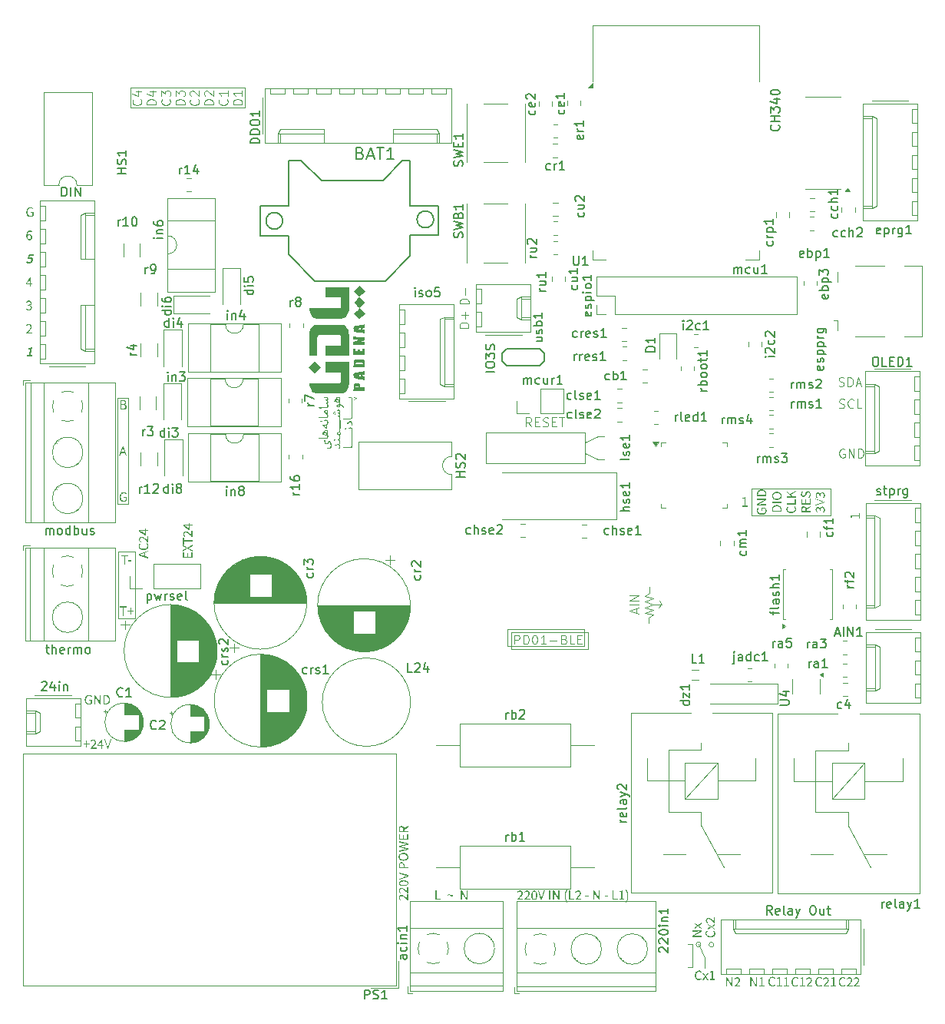
<source format=gbr>
%TF.GenerationSoftware,KiCad,Pcbnew,8.0.2-8.0.2-0~ubuntu22.04.1*%
%TF.CreationDate,2024-05-24T16:28:22+03:30*%
%TF.ProjectId,test,74657374-2e6b-4696-9361-645f70636258,rev?*%
%TF.SameCoordinates,Original*%
%TF.FileFunction,Legend,Top*%
%TF.FilePolarity,Positive*%
%FSLAX46Y46*%
G04 Gerber Fmt 4.6, Leading zero omitted, Abs format (unit mm)*
G04 Created by KiCad (PCBNEW 8.0.2-8.0.2-0~ubuntu22.04.1) date 2024-05-24 16:28:22*
%MOMM*%
%LPD*%
G01*
G04 APERTURE LIST*
%ADD10C,0.100000*%
%ADD11C,0.125000*%
%ADD12C,0.200000*%
%ADD13C,0.150000*%
%ADD14C,0.000000*%
%ADD15C,0.120000*%
%ADD16C,0.127000*%
G04 APERTURE END LIST*
D10*
X53780000Y-59960000D02*
X62260000Y-59960000D01*
X62260000Y-61880000D01*
X53780000Y-61880000D01*
X53780000Y-59960000D01*
X54180000Y-60290000D02*
X62660000Y-60290000D01*
X62660000Y-62210000D01*
X54180000Y-62210000D01*
X54180000Y-60290000D01*
X54573884Y-61612419D02*
X54573884Y-60612419D01*
X54573884Y-60612419D02*
X54954836Y-60612419D01*
X54954836Y-60612419D02*
X55050074Y-60660038D01*
X55050074Y-60660038D02*
X55097693Y-60707657D01*
X55097693Y-60707657D02*
X55145312Y-60802895D01*
X55145312Y-60802895D02*
X55145312Y-60945752D01*
X55145312Y-60945752D02*
X55097693Y-61040990D01*
X55097693Y-61040990D02*
X55050074Y-61088609D01*
X55050074Y-61088609D02*
X54954836Y-61136228D01*
X54954836Y-61136228D02*
X54573884Y-61136228D01*
X55573884Y-61612419D02*
X55573884Y-60612419D01*
X55573884Y-60612419D02*
X55811979Y-60612419D01*
X55811979Y-60612419D02*
X55954836Y-60660038D01*
X55954836Y-60660038D02*
X56050074Y-60755276D01*
X56050074Y-60755276D02*
X56097693Y-60850514D01*
X56097693Y-60850514D02*
X56145312Y-61040990D01*
X56145312Y-61040990D02*
X56145312Y-61183847D01*
X56145312Y-61183847D02*
X56097693Y-61374323D01*
X56097693Y-61374323D02*
X56050074Y-61469561D01*
X56050074Y-61469561D02*
X55954836Y-61564800D01*
X55954836Y-61564800D02*
X55811979Y-61612419D01*
X55811979Y-61612419D02*
X55573884Y-61612419D01*
X56764360Y-60612419D02*
X56859598Y-60612419D01*
X56859598Y-60612419D02*
X56954836Y-60660038D01*
X56954836Y-60660038D02*
X57002455Y-60707657D01*
X57002455Y-60707657D02*
X57050074Y-60802895D01*
X57050074Y-60802895D02*
X57097693Y-60993371D01*
X57097693Y-60993371D02*
X57097693Y-61231466D01*
X57097693Y-61231466D02*
X57050074Y-61421942D01*
X57050074Y-61421942D02*
X57002455Y-61517180D01*
X57002455Y-61517180D02*
X56954836Y-61564800D01*
X56954836Y-61564800D02*
X56859598Y-61612419D01*
X56859598Y-61612419D02*
X56764360Y-61612419D01*
X56764360Y-61612419D02*
X56669122Y-61564800D01*
X56669122Y-61564800D02*
X56621503Y-61517180D01*
X56621503Y-61517180D02*
X56573884Y-61421942D01*
X56573884Y-61421942D02*
X56526265Y-61231466D01*
X56526265Y-61231466D02*
X56526265Y-60993371D01*
X56526265Y-60993371D02*
X56573884Y-60802895D01*
X56573884Y-60802895D02*
X56621503Y-60707657D01*
X56621503Y-60707657D02*
X56669122Y-60660038D01*
X56669122Y-60660038D02*
X56764360Y-60612419D01*
X58050074Y-61612419D02*
X57478646Y-61612419D01*
X57764360Y-61612419D02*
X57764360Y-60612419D01*
X57764360Y-60612419D02*
X57669122Y-60755276D01*
X57669122Y-60755276D02*
X57573884Y-60850514D01*
X57573884Y-60850514D02*
X57478646Y-60898133D01*
X58478646Y-61231466D02*
X59240551Y-61231466D01*
X60050074Y-61088609D02*
X60192931Y-61136228D01*
X60192931Y-61136228D02*
X60240550Y-61183847D01*
X60240550Y-61183847D02*
X60288169Y-61279085D01*
X60288169Y-61279085D02*
X60288169Y-61421942D01*
X60288169Y-61421942D02*
X60240550Y-61517180D01*
X60240550Y-61517180D02*
X60192931Y-61564800D01*
X60192931Y-61564800D02*
X60097693Y-61612419D01*
X60097693Y-61612419D02*
X59716741Y-61612419D01*
X59716741Y-61612419D02*
X59716741Y-60612419D01*
X59716741Y-60612419D02*
X60050074Y-60612419D01*
X60050074Y-60612419D02*
X60145312Y-60660038D01*
X60145312Y-60660038D02*
X60192931Y-60707657D01*
X60192931Y-60707657D02*
X60240550Y-60802895D01*
X60240550Y-60802895D02*
X60240550Y-60898133D01*
X60240550Y-60898133D02*
X60192931Y-60993371D01*
X60192931Y-60993371D02*
X60145312Y-61040990D01*
X60145312Y-61040990D02*
X60050074Y-61088609D01*
X60050074Y-61088609D02*
X59716741Y-61088609D01*
X61192931Y-61612419D02*
X60716741Y-61612419D01*
X60716741Y-61612419D02*
X60716741Y-60612419D01*
X61526265Y-61088609D02*
X61859598Y-61088609D01*
X62002455Y-61612419D02*
X61526265Y-61612419D01*
X61526265Y-61612419D02*
X61526265Y-60612419D01*
X61526265Y-60612419D02*
X62002455Y-60612419D01*
X67996704Y-58183734D02*
X67996704Y-57707544D01*
X68282419Y-58278972D02*
X67282419Y-57945639D01*
X67282419Y-57945639D02*
X68282419Y-57612306D01*
X68282419Y-57278972D02*
X67282419Y-57278972D01*
X68282419Y-56802782D02*
X67282419Y-56802782D01*
X67282419Y-56802782D02*
X68282419Y-56231354D01*
X68282419Y-56231354D02*
X67282419Y-56231354D01*
X70510000Y-57575000D02*
X70760000Y-57225000D01*
X70520000Y-56880000D02*
X70770000Y-57230000D01*
X69870000Y-57230000D02*
X70770000Y-57230000D01*
X69400000Y-58670000D02*
X69400000Y-59330000D01*
X69840000Y-58380000D02*
X69400000Y-58670000D01*
X68950000Y-58160000D02*
X69840000Y-58380000D01*
X69870000Y-57840000D02*
X68950000Y-58160000D01*
X68960000Y-57580000D02*
X69870000Y-57840000D01*
X69870000Y-57230000D02*
X68960000Y-57580000D01*
X68960000Y-56970000D02*
X69870000Y-57230000D01*
X69900000Y-56620000D02*
X68960000Y-56970000D01*
X68920000Y-56360000D02*
X69900000Y-56620000D01*
X69470000Y-56010000D02*
X68920000Y-56360000D01*
X69470000Y-55320000D02*
X69470000Y-56010000D01*
X12240000Y-280000D02*
X24820000Y-280000D01*
X24820000Y-2480000D01*
X12240000Y-2480000D01*
X12240000Y-280000D01*
X15026704Y-2156115D02*
X14026704Y-2156115D01*
X14026704Y-2156115D02*
X14026704Y-1918020D01*
X14026704Y-1918020D02*
X14074323Y-1775163D01*
X14074323Y-1775163D02*
X14169561Y-1679925D01*
X14169561Y-1679925D02*
X14264799Y-1632306D01*
X14264799Y-1632306D02*
X14455275Y-1584687D01*
X14455275Y-1584687D02*
X14598132Y-1584687D01*
X14598132Y-1584687D02*
X14788608Y-1632306D01*
X14788608Y-1632306D02*
X14883846Y-1679925D01*
X14883846Y-1679925D02*
X14979085Y-1775163D01*
X14979085Y-1775163D02*
X15026704Y-1918020D01*
X15026704Y-1918020D02*
X15026704Y-2156115D01*
X14360037Y-727544D02*
X15026704Y-727544D01*
X13979085Y-965639D02*
X14693370Y-1203734D01*
X14693370Y-1203734D02*
X14693370Y-584687D01*
X13347180Y-1584687D02*
X13394800Y-1632306D01*
X13394800Y-1632306D02*
X13442419Y-1775163D01*
X13442419Y-1775163D02*
X13442419Y-1870401D01*
X13442419Y-1870401D02*
X13394800Y-2013258D01*
X13394800Y-2013258D02*
X13299561Y-2108496D01*
X13299561Y-2108496D02*
X13204323Y-2156115D01*
X13204323Y-2156115D02*
X13013847Y-2203734D01*
X13013847Y-2203734D02*
X12870990Y-2203734D01*
X12870990Y-2203734D02*
X12680514Y-2156115D01*
X12680514Y-2156115D02*
X12585276Y-2108496D01*
X12585276Y-2108496D02*
X12490038Y-2013258D01*
X12490038Y-2013258D02*
X12442419Y-1870401D01*
X12442419Y-1870401D02*
X12442419Y-1775163D01*
X12442419Y-1775163D02*
X12490038Y-1632306D01*
X12490038Y-1632306D02*
X12537657Y-1584687D01*
X12775752Y-727544D02*
X13442419Y-727544D01*
X12394800Y-965639D02*
X13109085Y-1203734D01*
X13109085Y-1203734D02*
X13109085Y-584687D01*
X18195274Y-2156115D02*
X17195274Y-2156115D01*
X17195274Y-2156115D02*
X17195274Y-1918020D01*
X17195274Y-1918020D02*
X17242893Y-1775163D01*
X17242893Y-1775163D02*
X17338131Y-1679925D01*
X17338131Y-1679925D02*
X17433369Y-1632306D01*
X17433369Y-1632306D02*
X17623845Y-1584687D01*
X17623845Y-1584687D02*
X17766702Y-1584687D01*
X17766702Y-1584687D02*
X17957178Y-1632306D01*
X17957178Y-1632306D02*
X18052416Y-1679925D01*
X18052416Y-1679925D02*
X18147655Y-1775163D01*
X18147655Y-1775163D02*
X18195274Y-1918020D01*
X18195274Y-1918020D02*
X18195274Y-2156115D01*
X17195274Y-1251353D02*
X17195274Y-632306D01*
X17195274Y-632306D02*
X17576226Y-965639D01*
X17576226Y-965639D02*
X17576226Y-822782D01*
X17576226Y-822782D02*
X17623845Y-727544D01*
X17623845Y-727544D02*
X17671464Y-679925D01*
X17671464Y-679925D02*
X17766702Y-632306D01*
X17766702Y-632306D02*
X18004797Y-632306D01*
X18004797Y-632306D02*
X18100035Y-679925D01*
X18100035Y-679925D02*
X18147655Y-727544D01*
X18147655Y-727544D02*
X18195274Y-822782D01*
X18195274Y-822782D02*
X18195274Y-1108496D01*
X18195274Y-1108496D02*
X18147655Y-1203734D01*
X18147655Y-1203734D02*
X18100035Y-1251353D01*
X16515750Y-1584687D02*
X16563370Y-1632306D01*
X16563370Y-1632306D02*
X16610989Y-1775163D01*
X16610989Y-1775163D02*
X16610989Y-1870401D01*
X16610989Y-1870401D02*
X16563370Y-2013258D01*
X16563370Y-2013258D02*
X16468131Y-2108496D01*
X16468131Y-2108496D02*
X16372893Y-2156115D01*
X16372893Y-2156115D02*
X16182417Y-2203734D01*
X16182417Y-2203734D02*
X16039560Y-2203734D01*
X16039560Y-2203734D02*
X15849084Y-2156115D01*
X15849084Y-2156115D02*
X15753846Y-2108496D01*
X15753846Y-2108496D02*
X15658608Y-2013258D01*
X15658608Y-2013258D02*
X15610989Y-1870401D01*
X15610989Y-1870401D02*
X15610989Y-1775163D01*
X15610989Y-1775163D02*
X15658608Y-1632306D01*
X15658608Y-1632306D02*
X15706227Y-1584687D01*
X15610989Y-1251353D02*
X15610989Y-632306D01*
X15610989Y-632306D02*
X15991941Y-965639D01*
X15991941Y-965639D02*
X15991941Y-822782D01*
X15991941Y-822782D02*
X16039560Y-727544D01*
X16039560Y-727544D02*
X16087179Y-679925D01*
X16087179Y-679925D02*
X16182417Y-632306D01*
X16182417Y-632306D02*
X16420512Y-632306D01*
X16420512Y-632306D02*
X16515750Y-679925D01*
X16515750Y-679925D02*
X16563370Y-727544D01*
X16563370Y-727544D02*
X16610989Y-822782D01*
X16610989Y-822782D02*
X16610989Y-1108496D01*
X16610989Y-1108496D02*
X16563370Y-1203734D01*
X16563370Y-1203734D02*
X16515750Y-1251353D01*
X21363844Y-2156115D02*
X20363844Y-2156115D01*
X20363844Y-2156115D02*
X20363844Y-1918020D01*
X20363844Y-1918020D02*
X20411463Y-1775163D01*
X20411463Y-1775163D02*
X20506701Y-1679925D01*
X20506701Y-1679925D02*
X20601939Y-1632306D01*
X20601939Y-1632306D02*
X20792415Y-1584687D01*
X20792415Y-1584687D02*
X20935272Y-1584687D01*
X20935272Y-1584687D02*
X21125748Y-1632306D01*
X21125748Y-1632306D02*
X21220986Y-1679925D01*
X21220986Y-1679925D02*
X21316225Y-1775163D01*
X21316225Y-1775163D02*
X21363844Y-1918020D01*
X21363844Y-1918020D02*
X21363844Y-2156115D01*
X20459082Y-1203734D02*
X20411463Y-1156115D01*
X20411463Y-1156115D02*
X20363844Y-1060877D01*
X20363844Y-1060877D02*
X20363844Y-822782D01*
X20363844Y-822782D02*
X20411463Y-727544D01*
X20411463Y-727544D02*
X20459082Y-679925D01*
X20459082Y-679925D02*
X20554320Y-632306D01*
X20554320Y-632306D02*
X20649558Y-632306D01*
X20649558Y-632306D02*
X20792415Y-679925D01*
X20792415Y-679925D02*
X21363844Y-1251353D01*
X21363844Y-1251353D02*
X21363844Y-632306D01*
X19684320Y-1584687D02*
X19731940Y-1632306D01*
X19731940Y-1632306D02*
X19779559Y-1775163D01*
X19779559Y-1775163D02*
X19779559Y-1870401D01*
X19779559Y-1870401D02*
X19731940Y-2013258D01*
X19731940Y-2013258D02*
X19636701Y-2108496D01*
X19636701Y-2108496D02*
X19541463Y-2156115D01*
X19541463Y-2156115D02*
X19350987Y-2203734D01*
X19350987Y-2203734D02*
X19208130Y-2203734D01*
X19208130Y-2203734D02*
X19017654Y-2156115D01*
X19017654Y-2156115D02*
X18922416Y-2108496D01*
X18922416Y-2108496D02*
X18827178Y-2013258D01*
X18827178Y-2013258D02*
X18779559Y-1870401D01*
X18779559Y-1870401D02*
X18779559Y-1775163D01*
X18779559Y-1775163D02*
X18827178Y-1632306D01*
X18827178Y-1632306D02*
X18874797Y-1584687D01*
X18874797Y-1203734D02*
X18827178Y-1156115D01*
X18827178Y-1156115D02*
X18779559Y-1060877D01*
X18779559Y-1060877D02*
X18779559Y-822782D01*
X18779559Y-822782D02*
X18827178Y-727544D01*
X18827178Y-727544D02*
X18874797Y-679925D01*
X18874797Y-679925D02*
X18970035Y-632306D01*
X18970035Y-632306D02*
X19065273Y-632306D01*
X19065273Y-632306D02*
X19208130Y-679925D01*
X19208130Y-679925D02*
X19779559Y-1251353D01*
X19779559Y-1251353D02*
X19779559Y-632306D01*
X22852890Y-1584687D02*
X22900510Y-1632306D01*
X22900510Y-1632306D02*
X22948129Y-1775163D01*
X22948129Y-1775163D02*
X22948129Y-1870401D01*
X22948129Y-1870401D02*
X22900510Y-2013258D01*
X22900510Y-2013258D02*
X22805271Y-2108496D01*
X22805271Y-2108496D02*
X22710033Y-2156115D01*
X22710033Y-2156115D02*
X22519557Y-2203734D01*
X22519557Y-2203734D02*
X22376700Y-2203734D01*
X22376700Y-2203734D02*
X22186224Y-2156115D01*
X22186224Y-2156115D02*
X22090986Y-2108496D01*
X22090986Y-2108496D02*
X21995748Y-2013258D01*
X21995748Y-2013258D02*
X21948129Y-1870401D01*
X21948129Y-1870401D02*
X21948129Y-1775163D01*
X21948129Y-1775163D02*
X21995748Y-1632306D01*
X21995748Y-1632306D02*
X22043367Y-1584687D01*
X22948129Y-632306D02*
X22948129Y-1203734D01*
X22948129Y-918020D02*
X21948129Y-918020D01*
X21948129Y-918020D02*
X22090986Y-1013258D01*
X22090986Y-1013258D02*
X22186224Y-1108496D01*
X22186224Y-1108496D02*
X22233843Y-1203734D01*
X24532419Y-2156115D02*
X23532419Y-2156115D01*
X23532419Y-2156115D02*
X23532419Y-1918020D01*
X23532419Y-1918020D02*
X23580038Y-1775163D01*
X23580038Y-1775163D02*
X23675276Y-1679925D01*
X23675276Y-1679925D02*
X23770514Y-1632306D01*
X23770514Y-1632306D02*
X23960990Y-1584687D01*
X23960990Y-1584687D02*
X24103847Y-1584687D01*
X24103847Y-1584687D02*
X24294323Y-1632306D01*
X24294323Y-1632306D02*
X24389561Y-1679925D01*
X24389561Y-1679925D02*
X24484800Y-1775163D01*
X24484800Y-1775163D02*
X24532419Y-1918020D01*
X24532419Y-1918020D02*
X24532419Y-2156115D01*
X24532419Y-632306D02*
X24532419Y-1203734D01*
X24532419Y-918020D02*
X23532419Y-918020D01*
X23532419Y-918020D02*
X23675276Y-1013258D01*
X23675276Y-1013258D02*
X23770514Y-1108496D01*
X23770514Y-1108496D02*
X23818133Y-1203734D01*
X49532419Y-24116115D02*
X48532419Y-24116115D01*
X48532419Y-24116115D02*
X48532419Y-23878020D01*
X48532419Y-23878020D02*
X48580038Y-23735163D01*
X48580038Y-23735163D02*
X48675276Y-23639925D01*
X48675276Y-23639925D02*
X48770514Y-23592306D01*
X48770514Y-23592306D02*
X48960990Y-23544687D01*
X48960990Y-23544687D02*
X49103847Y-23544687D01*
X49103847Y-23544687D02*
X49294323Y-23592306D01*
X49294323Y-23592306D02*
X49389561Y-23639925D01*
X49389561Y-23639925D02*
X49484800Y-23735163D01*
X49484800Y-23735163D02*
X49532419Y-23878020D01*
X49532419Y-23878020D02*
X49532419Y-24116115D01*
X49151466Y-23116115D02*
X49151466Y-22354211D01*
X49502419Y-26746115D02*
X48502419Y-26746115D01*
X48502419Y-26746115D02*
X48502419Y-26508020D01*
X48502419Y-26508020D02*
X48550038Y-26365163D01*
X48550038Y-26365163D02*
X48645276Y-26269925D01*
X48645276Y-26269925D02*
X48740514Y-26222306D01*
X48740514Y-26222306D02*
X48930990Y-26174687D01*
X48930990Y-26174687D02*
X49073847Y-26174687D01*
X49073847Y-26174687D02*
X49264323Y-26222306D01*
X49264323Y-26222306D02*
X49359561Y-26269925D01*
X49359561Y-26269925D02*
X49454800Y-26365163D01*
X49454800Y-26365163D02*
X49502419Y-26508020D01*
X49502419Y-26508020D02*
X49502419Y-26746115D01*
X49121466Y-25746115D02*
X49121466Y-24984211D01*
X49502419Y-25365163D02*
X48740514Y-25365163D01*
X56435312Y-37642419D02*
X56101979Y-37166228D01*
X55863884Y-37642419D02*
X55863884Y-36642419D01*
X55863884Y-36642419D02*
X56244836Y-36642419D01*
X56244836Y-36642419D02*
X56340074Y-36690038D01*
X56340074Y-36690038D02*
X56387693Y-36737657D01*
X56387693Y-36737657D02*
X56435312Y-36832895D01*
X56435312Y-36832895D02*
X56435312Y-36975752D01*
X56435312Y-36975752D02*
X56387693Y-37070990D01*
X56387693Y-37070990D02*
X56340074Y-37118609D01*
X56340074Y-37118609D02*
X56244836Y-37166228D01*
X56244836Y-37166228D02*
X55863884Y-37166228D01*
X56863884Y-37118609D02*
X57197217Y-37118609D01*
X57340074Y-37642419D02*
X56863884Y-37642419D01*
X56863884Y-37642419D02*
X56863884Y-36642419D01*
X56863884Y-36642419D02*
X57340074Y-36642419D01*
X57721027Y-37594800D02*
X57863884Y-37642419D01*
X57863884Y-37642419D02*
X58101979Y-37642419D01*
X58101979Y-37642419D02*
X58197217Y-37594800D01*
X58197217Y-37594800D02*
X58244836Y-37547180D01*
X58244836Y-37547180D02*
X58292455Y-37451942D01*
X58292455Y-37451942D02*
X58292455Y-37356704D01*
X58292455Y-37356704D02*
X58244836Y-37261466D01*
X58244836Y-37261466D02*
X58197217Y-37213847D01*
X58197217Y-37213847D02*
X58101979Y-37166228D01*
X58101979Y-37166228D02*
X57911503Y-37118609D01*
X57911503Y-37118609D02*
X57816265Y-37070990D01*
X57816265Y-37070990D02*
X57768646Y-37023371D01*
X57768646Y-37023371D02*
X57721027Y-36928133D01*
X57721027Y-36928133D02*
X57721027Y-36832895D01*
X57721027Y-36832895D02*
X57768646Y-36737657D01*
X57768646Y-36737657D02*
X57816265Y-36690038D01*
X57816265Y-36690038D02*
X57911503Y-36642419D01*
X57911503Y-36642419D02*
X58149598Y-36642419D01*
X58149598Y-36642419D02*
X58292455Y-36690038D01*
X58721027Y-37118609D02*
X59054360Y-37118609D01*
X59197217Y-37642419D02*
X58721027Y-37642419D01*
X58721027Y-37642419D02*
X58721027Y-36642419D01*
X58721027Y-36642419D02*
X59197217Y-36642419D01*
X59482932Y-36642419D02*
X60054360Y-36642419D01*
X59768646Y-37642419D02*
X59768646Y-36642419D01*
X90967693Y-40140038D02*
X90872455Y-40092419D01*
X90872455Y-40092419D02*
X90729598Y-40092419D01*
X90729598Y-40092419D02*
X90586741Y-40140038D01*
X90586741Y-40140038D02*
X90491503Y-40235276D01*
X90491503Y-40235276D02*
X90443884Y-40330514D01*
X90443884Y-40330514D02*
X90396265Y-40520990D01*
X90396265Y-40520990D02*
X90396265Y-40663847D01*
X90396265Y-40663847D02*
X90443884Y-40854323D01*
X90443884Y-40854323D02*
X90491503Y-40949561D01*
X90491503Y-40949561D02*
X90586741Y-41044800D01*
X90586741Y-41044800D02*
X90729598Y-41092419D01*
X90729598Y-41092419D02*
X90824836Y-41092419D01*
X90824836Y-41092419D02*
X90967693Y-41044800D01*
X90967693Y-41044800D02*
X91015312Y-40997180D01*
X91015312Y-40997180D02*
X91015312Y-40663847D01*
X91015312Y-40663847D02*
X90824836Y-40663847D01*
X91443884Y-41092419D02*
X91443884Y-40092419D01*
X91443884Y-40092419D02*
X92015312Y-41092419D01*
X92015312Y-41092419D02*
X92015312Y-40092419D01*
X92491503Y-41092419D02*
X92491503Y-40092419D01*
X92491503Y-40092419D02*
X92729598Y-40092419D01*
X92729598Y-40092419D02*
X92872455Y-40140038D01*
X92872455Y-40140038D02*
X92967693Y-40235276D01*
X92967693Y-40235276D02*
X93015312Y-40330514D01*
X93015312Y-40330514D02*
X93062931Y-40520990D01*
X93062931Y-40520990D02*
X93062931Y-40663847D01*
X93062931Y-40663847D02*
X93015312Y-40854323D01*
X93015312Y-40854323D02*
X92967693Y-40949561D01*
X92967693Y-40949561D02*
X92872455Y-41044800D01*
X92872455Y-41044800D02*
X92729598Y-41092419D01*
X92729598Y-41092419D02*
X92491503Y-41092419D01*
X90386265Y-35564800D02*
X90529122Y-35612419D01*
X90529122Y-35612419D02*
X90767217Y-35612419D01*
X90767217Y-35612419D02*
X90862455Y-35564800D01*
X90862455Y-35564800D02*
X90910074Y-35517180D01*
X90910074Y-35517180D02*
X90957693Y-35421942D01*
X90957693Y-35421942D02*
X90957693Y-35326704D01*
X90957693Y-35326704D02*
X90910074Y-35231466D01*
X90910074Y-35231466D02*
X90862455Y-35183847D01*
X90862455Y-35183847D02*
X90767217Y-35136228D01*
X90767217Y-35136228D02*
X90576741Y-35088609D01*
X90576741Y-35088609D02*
X90481503Y-35040990D01*
X90481503Y-35040990D02*
X90433884Y-34993371D01*
X90433884Y-34993371D02*
X90386265Y-34898133D01*
X90386265Y-34898133D02*
X90386265Y-34802895D01*
X90386265Y-34802895D02*
X90433884Y-34707657D01*
X90433884Y-34707657D02*
X90481503Y-34660038D01*
X90481503Y-34660038D02*
X90576741Y-34612419D01*
X90576741Y-34612419D02*
X90814836Y-34612419D01*
X90814836Y-34612419D02*
X90957693Y-34660038D01*
X91957693Y-35517180D02*
X91910074Y-35564800D01*
X91910074Y-35564800D02*
X91767217Y-35612419D01*
X91767217Y-35612419D02*
X91671979Y-35612419D01*
X91671979Y-35612419D02*
X91529122Y-35564800D01*
X91529122Y-35564800D02*
X91433884Y-35469561D01*
X91433884Y-35469561D02*
X91386265Y-35374323D01*
X91386265Y-35374323D02*
X91338646Y-35183847D01*
X91338646Y-35183847D02*
X91338646Y-35040990D01*
X91338646Y-35040990D02*
X91386265Y-34850514D01*
X91386265Y-34850514D02*
X91433884Y-34755276D01*
X91433884Y-34755276D02*
X91529122Y-34660038D01*
X91529122Y-34660038D02*
X91671979Y-34612419D01*
X91671979Y-34612419D02*
X91767217Y-34612419D01*
X91767217Y-34612419D02*
X91910074Y-34660038D01*
X91910074Y-34660038D02*
X91957693Y-34707657D01*
X92862455Y-35612419D02*
X92386265Y-35612419D01*
X92386265Y-35612419D02*
X92386265Y-34612419D01*
X90336265Y-33154800D02*
X90479122Y-33202419D01*
X90479122Y-33202419D02*
X90717217Y-33202419D01*
X90717217Y-33202419D02*
X90812455Y-33154800D01*
X90812455Y-33154800D02*
X90860074Y-33107180D01*
X90860074Y-33107180D02*
X90907693Y-33011942D01*
X90907693Y-33011942D02*
X90907693Y-32916704D01*
X90907693Y-32916704D02*
X90860074Y-32821466D01*
X90860074Y-32821466D02*
X90812455Y-32773847D01*
X90812455Y-32773847D02*
X90717217Y-32726228D01*
X90717217Y-32726228D02*
X90526741Y-32678609D01*
X90526741Y-32678609D02*
X90431503Y-32630990D01*
X90431503Y-32630990D02*
X90383884Y-32583371D01*
X90383884Y-32583371D02*
X90336265Y-32488133D01*
X90336265Y-32488133D02*
X90336265Y-32392895D01*
X90336265Y-32392895D02*
X90383884Y-32297657D01*
X90383884Y-32297657D02*
X90431503Y-32250038D01*
X90431503Y-32250038D02*
X90526741Y-32202419D01*
X90526741Y-32202419D02*
X90764836Y-32202419D01*
X90764836Y-32202419D02*
X90907693Y-32250038D01*
X91336265Y-33202419D02*
X91336265Y-32202419D01*
X91336265Y-32202419D02*
X91574360Y-32202419D01*
X91574360Y-32202419D02*
X91717217Y-32250038D01*
X91717217Y-32250038D02*
X91812455Y-32345276D01*
X91812455Y-32345276D02*
X91860074Y-32440514D01*
X91860074Y-32440514D02*
X91907693Y-32630990D01*
X91907693Y-32630990D02*
X91907693Y-32773847D01*
X91907693Y-32773847D02*
X91860074Y-32964323D01*
X91860074Y-32964323D02*
X91812455Y-33059561D01*
X91812455Y-33059561D02*
X91717217Y-33154800D01*
X91717217Y-33154800D02*
X91574360Y-33202419D01*
X91574360Y-33202419D02*
X91336265Y-33202419D01*
X92288646Y-32916704D02*
X92764836Y-32916704D01*
X92193408Y-33202419D02*
X92526741Y-32202419D01*
X92526741Y-32202419D02*
X92860074Y-33202419D01*
D11*
G36*
X92660000Y-47786901D02*
G01*
X92660000Y-47224166D01*
X92553754Y-47224166D01*
X92553754Y-47429818D01*
X91628318Y-47429818D01*
X91628318Y-47528004D01*
X91650960Y-47572028D01*
X91670602Y-47621182D01*
X91685419Y-47669551D01*
X91698103Y-47723951D01*
X91701346Y-47740739D01*
X91782435Y-47740739D01*
X91782435Y-47557313D01*
X92553754Y-47557313D01*
X92553754Y-47786901D01*
X92660000Y-47786901D01*
G37*
D10*
X80680000Y-44470000D02*
X89420000Y-44470000D01*
X89420000Y-47460000D01*
X80680000Y-47460000D01*
X80680000Y-44470000D01*
D11*
G36*
X79693098Y-46480000D02*
G01*
X80255833Y-46480000D01*
X80255833Y-46373754D01*
X80050181Y-46373754D01*
X80050181Y-45448318D01*
X79951995Y-45448318D01*
X79907971Y-45470960D01*
X79858817Y-45490602D01*
X79810448Y-45505419D01*
X79756048Y-45518103D01*
X79739260Y-45521346D01*
X79739260Y-45602435D01*
X79922686Y-45602435D01*
X79922686Y-46373754D01*
X79693098Y-46373754D01*
X79693098Y-46480000D01*
G37*
G36*
X88815631Y-46785547D02*
G01*
X88812859Y-46735009D01*
X88800755Y-46671555D01*
X88779426Y-46613783D01*
X88749294Y-46562988D01*
X88710779Y-46520467D01*
X88664302Y-46487516D01*
X88610284Y-46465433D01*
X88549146Y-46455513D01*
X88532798Y-46455086D01*
X88483987Y-46459477D01*
X88429551Y-46476413D01*
X88382628Y-46504509D01*
X88343434Y-46542093D01*
X88312189Y-46587492D01*
X88289111Y-46639037D01*
X88279274Y-46672218D01*
X88273656Y-46672218D01*
X88252539Y-46624237D01*
X88225720Y-46582122D01*
X88185790Y-46540632D01*
X88137153Y-46510528D01*
X88089776Y-46495296D01*
X88036008Y-46490013D01*
X87979386Y-46495767D01*
X87929339Y-46512418D01*
X87886166Y-46539047D01*
X87850170Y-46574734D01*
X87821649Y-46618562D01*
X87800905Y-46669611D01*
X87788238Y-46726963D01*
X87783949Y-46789699D01*
X87787716Y-46842964D01*
X87798482Y-46892590D01*
X87815450Y-46938873D01*
X87842870Y-46990417D01*
X87876687Y-47038086D01*
X87908757Y-47075219D01*
X87989846Y-47006831D01*
X87953261Y-46966397D01*
X87923369Y-46922424D01*
X87901672Y-46875019D01*
X87889675Y-46824290D01*
X87887752Y-46793851D01*
X87894068Y-46737828D01*
X87912315Y-46691571D01*
X87947275Y-46651224D01*
X87995369Y-46626990D01*
X88045778Y-46620194D01*
X88101839Y-46628201D01*
X88150634Y-46654056D01*
X88184106Y-46691222D01*
X88209642Y-46744288D01*
X88223472Y-46799259D01*
X88229556Y-46848326D01*
X88231646Y-46904493D01*
X88331053Y-46904493D01*
X88333077Y-46841652D01*
X88339023Y-46786695D01*
X88352732Y-46725040D01*
X88372643Y-46675859D01*
X88405583Y-46630580D01*
X88446664Y-46601693D01*
X88495026Y-46587474D01*
X88527180Y-46585267D01*
X88576710Y-46591346D01*
X88626975Y-46613627D01*
X88666242Y-46650468D01*
X88693459Y-46699977D01*
X88706174Y-46749546D01*
X88709385Y-46793851D01*
X88705499Y-46845554D01*
X88691688Y-46900726D01*
X88669780Y-46949251D01*
X88641763Y-46992027D01*
X88609628Y-47029951D01*
X88592637Y-47047375D01*
X88674703Y-47113076D01*
X88715099Y-47071576D01*
X88745971Y-47030850D01*
X88772827Y-46983933D01*
X88794281Y-46930253D01*
X88806623Y-46882058D01*
X88813910Y-46828878D01*
X88815631Y-46785547D01*
G37*
G36*
X88800000Y-46047933D02*
G01*
X88800000Y-45898212D01*
X87768318Y-45571904D01*
X87768318Y-45703551D01*
X88327634Y-45868903D01*
X88382946Y-45884651D01*
X88435995Y-45899515D01*
X88487810Y-45914044D01*
X88539419Y-45928786D01*
X88591851Y-45944287D01*
X88646135Y-45961097D01*
X88668597Y-45968310D01*
X88668597Y-45973928D01*
X88613285Y-45990828D01*
X88560236Y-46006566D01*
X88508421Y-46021589D01*
X88456812Y-46036343D01*
X88404380Y-46051276D01*
X88350096Y-46066835D01*
X88327634Y-46073334D01*
X87768318Y-46239908D01*
X87768318Y-46375707D01*
X88800000Y-46047933D01*
G37*
G36*
X88815631Y-45203830D02*
G01*
X88812859Y-45153292D01*
X88800755Y-45089839D01*
X88779426Y-45032066D01*
X88749294Y-44981271D01*
X88710779Y-44938750D01*
X88664302Y-44905800D01*
X88610284Y-44883716D01*
X88549146Y-44873797D01*
X88532798Y-44873369D01*
X88483987Y-44877760D01*
X88429551Y-44894697D01*
X88382628Y-44922792D01*
X88343434Y-44960376D01*
X88312189Y-45005776D01*
X88289111Y-45057320D01*
X88279274Y-45090501D01*
X88273656Y-45090501D01*
X88252539Y-45042520D01*
X88225720Y-45000405D01*
X88185790Y-44958915D01*
X88137153Y-44928812D01*
X88089776Y-44913580D01*
X88036008Y-44908296D01*
X87979386Y-44914051D01*
X87929339Y-44930701D01*
X87886166Y-44957330D01*
X87850170Y-44993018D01*
X87821649Y-45036846D01*
X87800905Y-45087895D01*
X87788238Y-45145246D01*
X87783949Y-45207982D01*
X87787716Y-45261247D01*
X87798482Y-45310873D01*
X87815450Y-45357156D01*
X87842870Y-45408700D01*
X87876687Y-45456369D01*
X87908757Y-45493502D01*
X87989846Y-45425114D01*
X87953261Y-45384680D01*
X87923369Y-45340707D01*
X87901672Y-45293302D01*
X87889675Y-45242573D01*
X87887752Y-45212134D01*
X87894068Y-45156111D01*
X87912315Y-45109854D01*
X87947275Y-45069507D01*
X87995369Y-45045273D01*
X88045778Y-45038477D01*
X88101839Y-45046484D01*
X88150634Y-45072339D01*
X88184106Y-45109505D01*
X88209642Y-45162571D01*
X88223472Y-45217543D01*
X88229556Y-45266609D01*
X88231646Y-45322776D01*
X88331053Y-45322776D01*
X88333077Y-45259935D01*
X88339023Y-45204978D01*
X88352732Y-45143323D01*
X88372643Y-45094142D01*
X88405583Y-45048864D01*
X88446664Y-45019976D01*
X88495026Y-45005757D01*
X88527180Y-45003551D01*
X88576710Y-45009629D01*
X88626975Y-45031910D01*
X88666242Y-45068752D01*
X88693459Y-45118261D01*
X88706174Y-45167829D01*
X88709385Y-45212134D01*
X88705499Y-45263837D01*
X88691688Y-45319010D01*
X88669780Y-45367534D01*
X88641763Y-45410310D01*
X88609628Y-45448234D01*
X88592637Y-45465658D01*
X88674703Y-45531360D01*
X88715099Y-45489859D01*
X88745971Y-45449133D01*
X88772827Y-45402216D01*
X88794281Y-45348537D01*
X88806623Y-45300341D01*
X88813910Y-45247162D01*
X88815631Y-45203830D01*
G37*
G36*
X87220000Y-46544235D02*
G01*
X86782316Y-46793363D01*
X86782316Y-46978255D01*
X87220000Y-46978255D01*
X87220000Y-47107215D01*
X86188318Y-47107215D01*
X86188318Y-46806064D01*
X86293342Y-46806064D01*
X86293342Y-46978255D01*
X86678757Y-46978255D01*
X86678757Y-46806064D01*
X86677009Y-46762727D01*
X86669222Y-46711046D01*
X86650666Y-46656506D01*
X86622240Y-46613472D01*
X86583870Y-46582298D01*
X86535486Y-46563335D01*
X86477013Y-46556936D01*
X86452611Y-46557966D01*
X86400196Y-46569432D01*
X86352461Y-46599560D01*
X86319802Y-46646967D01*
X86302978Y-46699234D01*
X86295674Y-46749147D01*
X86293342Y-46806064D01*
X86188318Y-46806064D01*
X86188318Y-46786524D01*
X86188537Y-46767144D01*
X86191927Y-46711232D01*
X86199667Y-46659013D01*
X86212083Y-46610938D01*
X86236476Y-46554068D01*
X86270534Y-46506439D01*
X86315031Y-46469123D01*
X86370739Y-46443190D01*
X86420342Y-46431855D01*
X86477013Y-46427976D01*
X86492022Y-46428246D01*
X86548183Y-46434578D01*
X86598177Y-46448905D01*
X86652070Y-46477224D01*
X86696498Y-46516112D01*
X86731556Y-46564504D01*
X86752919Y-46609341D01*
X86768394Y-46659030D01*
X87220000Y-46398667D01*
X87220000Y-46544235D01*
G37*
G36*
X87220000Y-46218171D02*
G01*
X87220000Y-45611716D01*
X87109602Y-45611716D01*
X87109602Y-46089211D01*
X86735422Y-46089211D01*
X86735422Y-45700132D01*
X86625024Y-45700132D01*
X86625024Y-46089211D01*
X86297739Y-46089211D01*
X86297739Y-45627103D01*
X86188318Y-45627103D01*
X86188318Y-46218171D01*
X87220000Y-46218171D01*
G37*
G36*
X87235631Y-45109309D02*
G01*
X87232315Y-45051209D01*
X87222682Y-44997581D01*
X87207200Y-44948694D01*
X87178272Y-44891359D01*
X87140895Y-44843581D01*
X87096183Y-44806004D01*
X87045250Y-44779274D01*
X86989208Y-44764033D01*
X86944494Y-44760530D01*
X86890993Y-44764740D01*
X86833855Y-44781024D01*
X86786163Y-44808141D01*
X86746447Y-44844577D01*
X86713238Y-44888815D01*
X86685064Y-44939341D01*
X86669965Y-44972044D01*
X86606950Y-45117613D01*
X86587166Y-45163049D01*
X86564188Y-45206807D01*
X86530251Y-45250338D01*
X86485128Y-45279649D01*
X86434759Y-45288583D01*
X86380059Y-45278082D01*
X86336525Y-45248051D01*
X86305644Y-45200699D01*
X86290373Y-45148001D01*
X86286259Y-45096608D01*
X86290006Y-45045066D01*
X86300878Y-44997406D01*
X86321834Y-44946325D01*
X86350865Y-44899675D01*
X86381514Y-44862868D01*
X86298715Y-44795701D01*
X86259604Y-44839530D01*
X86231410Y-44881303D01*
X86207949Y-44927287D01*
X86189908Y-44976955D01*
X86177975Y-45029783D01*
X86172838Y-45085246D01*
X86172686Y-45096608D01*
X86175624Y-45147648D01*
X86188269Y-45210905D01*
X86210149Y-45267738D01*
X86240457Y-45317120D01*
X86278386Y-45358023D01*
X86323128Y-45389421D01*
X86373876Y-45410284D01*
X86429824Y-45419587D01*
X86444528Y-45419986D01*
X86497165Y-45414930D01*
X86553640Y-45396015D01*
X86600701Y-45365914D01*
X86639361Y-45327632D01*
X86670632Y-45284179D01*
X86695526Y-45238561D01*
X86707822Y-45211402D01*
X86772302Y-45064368D01*
X86796158Y-45012108D01*
X86821259Y-44966845D01*
X86856462Y-44925549D01*
X86902962Y-44899675D01*
X86955729Y-44892177D01*
X87008015Y-44900442D01*
X87052118Y-44924609D01*
X87086659Y-44963728D01*
X87110254Y-45016855D01*
X87120560Y-45071144D01*
X87122302Y-45107843D01*
X87118707Y-45157439D01*
X87108277Y-45205969D01*
X87091551Y-45252795D01*
X87069065Y-45297279D01*
X87041355Y-45338785D01*
X87008958Y-45376675D01*
X86994808Y-45390676D01*
X87084445Y-45467613D01*
X87125255Y-45423676D01*
X87160528Y-45374760D01*
X87189699Y-45321217D01*
X87208262Y-45275289D01*
X87222269Y-45226805D01*
X87231432Y-45175947D01*
X87235460Y-45122894D01*
X87235631Y-45109309D01*
G37*
G36*
X85625631Y-46724975D02*
G01*
X85621796Y-46664990D01*
X85610476Y-46609412D01*
X85591952Y-46557962D01*
X85566502Y-46510361D01*
X85534407Y-46466328D01*
X85495946Y-46425585D01*
X85478841Y-46410146D01*
X85396043Y-46481465D01*
X85433799Y-46519423D01*
X85464813Y-46559784D01*
X85488524Y-46603145D01*
X85504372Y-46650107D01*
X85511796Y-46701267D01*
X85512302Y-46719357D01*
X85508074Y-46772551D01*
X85495605Y-46821646D01*
X85475221Y-46866395D01*
X85447246Y-46906551D01*
X85412004Y-46941865D01*
X85369822Y-46972090D01*
X85321024Y-46996979D01*
X85265934Y-47016284D01*
X85204877Y-47029758D01*
X85138179Y-47037152D01*
X85090739Y-47038583D01*
X85021312Y-47035205D01*
X84957348Y-47025295D01*
X84899145Y-47009184D01*
X84847002Y-46987204D01*
X84801217Y-46959688D01*
X84762088Y-46926966D01*
X84729914Y-46889372D01*
X84704992Y-46847237D01*
X84687621Y-46800894D01*
X84678099Y-46750674D01*
X84676259Y-46715205D01*
X84681652Y-46660268D01*
X84696960Y-46610825D01*
X84720881Y-46566339D01*
X84752110Y-46526273D01*
X84772735Y-46505156D01*
X84688715Y-46435303D01*
X84652687Y-46472452D01*
X84619966Y-46517353D01*
X84592726Y-46569511D01*
X84575780Y-46618164D01*
X84565407Y-46671231D01*
X84562686Y-46716670D01*
X84567910Y-46788059D01*
X84583357Y-46855345D01*
X84608686Y-46917891D01*
X84643560Y-46975060D01*
X84687637Y-47026214D01*
X84740580Y-47070716D01*
X84802048Y-47107927D01*
X84847596Y-47128370D01*
X84896682Y-47145100D01*
X84949205Y-47157929D01*
X85005065Y-47166668D01*
X85064161Y-47171129D01*
X85094891Y-47171695D01*
X85155793Y-47169493D01*
X85213416Y-47163009D01*
X85267672Y-47152425D01*
X85318469Y-47137924D01*
X85365719Y-47119690D01*
X85429745Y-47085738D01*
X85485283Y-47044414D01*
X85532031Y-46996334D01*
X85569685Y-46942115D01*
X85597942Y-46882375D01*
X85616500Y-46817730D01*
X85625055Y-46748798D01*
X85625631Y-46724975D01*
G37*
G36*
X85610000Y-46218659D02*
G01*
X85610000Y-45640292D01*
X85499602Y-45640292D01*
X85499602Y-46089699D01*
X84578318Y-46089699D01*
X84578318Y-46218659D01*
X85610000Y-46218659D01*
G37*
G36*
X85610000Y-45458576D02*
G01*
X85610000Y-45329615D01*
X85283691Y-45329615D01*
X85072421Y-45153272D01*
X85610000Y-44845282D01*
X85610000Y-44700934D01*
X84969595Y-45071939D01*
X84578318Y-44750027D01*
X84578318Y-44897061D01*
X85096357Y-45326929D01*
X85096357Y-45329615D01*
X84578318Y-45329615D01*
X84578318Y-45458576D01*
X85610000Y-45458576D01*
G37*
G36*
X83560465Y-46301467D02*
G01*
X83616948Y-46307329D01*
X83670102Y-46317051D01*
X83719844Y-46330595D01*
X83787876Y-46357991D01*
X83847757Y-46393766D01*
X83899204Y-46437788D01*
X83941934Y-46489925D01*
X83975662Y-46550047D01*
X84000105Y-46618021D01*
X84011101Y-46667634D01*
X84017761Y-46720640D01*
X84020000Y-46776999D01*
X84020000Y-47038827D01*
X82988318Y-47038827D01*
X82988318Y-46793607D01*
X83093342Y-46793607D01*
X83093342Y-46909867D01*
X83913754Y-46909867D01*
X83913754Y-46793607D01*
X83911981Y-46749663D01*
X83902775Y-46689133D01*
X83885903Y-46635052D01*
X83861579Y-46587401D01*
X83830019Y-46546162D01*
X83791439Y-46511317D01*
X83746052Y-46482849D01*
X83694073Y-46460738D01*
X83635718Y-46444967D01*
X83571202Y-46435518D01*
X83500739Y-46432372D01*
X83452976Y-46433770D01*
X83386553Y-46441116D01*
X83326522Y-46454778D01*
X83273024Y-46474773D01*
X83226201Y-46501120D01*
X83186194Y-46533838D01*
X83153144Y-46572943D01*
X83127193Y-46618454D01*
X83108481Y-46670390D01*
X83097150Y-46728769D01*
X83093342Y-46793607D01*
X82988318Y-46793607D01*
X82988318Y-46782372D01*
X82988852Y-46753288D01*
X82993105Y-46697714D01*
X83001563Y-46645628D01*
X83014171Y-46597060D01*
X83040753Y-46530873D01*
X83076382Y-46472777D01*
X83120881Y-46422877D01*
X83174073Y-46381278D01*
X83235784Y-46348086D01*
X83281569Y-46330679D01*
X83331010Y-46317087D01*
X83384053Y-46307339D01*
X83440647Y-46301468D01*
X83500739Y-46299504D01*
X83560465Y-46301467D01*
G37*
G36*
X84020000Y-46075533D02*
G01*
X84020000Y-45946573D01*
X82988318Y-45946573D01*
X82988318Y-46075533D01*
X84020000Y-46075533D01*
G37*
G36*
X83531241Y-44850448D02*
G01*
X83590012Y-44854597D01*
X83645705Y-44862749D01*
X83698202Y-44874752D01*
X83747381Y-44890457D01*
X83793123Y-44909710D01*
X83855028Y-44944915D01*
X83908522Y-44987254D01*
X83953199Y-45036218D01*
X83988654Y-45091294D01*
X84014482Y-45151973D01*
X84030276Y-45217743D01*
X84035631Y-45288094D01*
X84035031Y-45312022D01*
X84026151Y-45380903D01*
X84006968Y-45445033D01*
X83977886Y-45503901D01*
X83939311Y-45556997D01*
X83891650Y-45603809D01*
X83835307Y-45643827D01*
X83770690Y-45676539D01*
X83723214Y-45694037D01*
X83672361Y-45707910D01*
X83618251Y-45718007D01*
X83561003Y-45724176D01*
X83500739Y-45726266D01*
X83470279Y-45725740D01*
X83411692Y-45721592D01*
X83356303Y-45713440D01*
X83304213Y-45701437D01*
X83255522Y-45685732D01*
X83210332Y-45666478D01*
X83149334Y-45631274D01*
X83096782Y-45588935D01*
X83053019Y-45539971D01*
X83018386Y-45484895D01*
X82993225Y-45424216D01*
X82977878Y-45358446D01*
X82972686Y-45288094D01*
X83086259Y-45288094D01*
X83088099Y-45321949D01*
X83102554Y-45384813D01*
X83130786Y-45440668D01*
X83172088Y-45488855D01*
X83211217Y-45519567D01*
X83257002Y-45545317D01*
X83309145Y-45565829D01*
X83367348Y-45580824D01*
X83431312Y-45590025D01*
X83500739Y-45593154D01*
X83547736Y-45591756D01*
X83613981Y-45584549D01*
X83674800Y-45571454D01*
X83729831Y-45552751D01*
X83778707Y-45528715D01*
X83821064Y-45499626D01*
X83866769Y-45453459D01*
X83899372Y-45399460D01*
X83918010Y-45338287D01*
X83922302Y-45288094D01*
X83920386Y-45254196D01*
X83905375Y-45191262D01*
X83876182Y-45135356D01*
X83833671Y-45087133D01*
X83793568Y-45056403D01*
X83746824Y-45030640D01*
X83693805Y-45010121D01*
X83634875Y-44995122D01*
X83570398Y-44985920D01*
X83500739Y-44982791D01*
X83453862Y-44984188D01*
X83388044Y-44991397D01*
X83327888Y-45004494D01*
X83273692Y-45023204D01*
X83225754Y-45047250D01*
X83184373Y-45076355D01*
X83139914Y-45122554D01*
X83108348Y-45176601D01*
X83090383Y-45237840D01*
X83086259Y-45288094D01*
X82972686Y-45288094D01*
X82973267Y-45264167D01*
X82981882Y-45195285D01*
X83000538Y-45131156D01*
X83028895Y-45072287D01*
X83066609Y-45019192D01*
X83113340Y-44972380D01*
X83168745Y-44932362D01*
X83232483Y-44899649D01*
X83279436Y-44882151D01*
X83329839Y-44868278D01*
X83383592Y-44858182D01*
X83440592Y-44852013D01*
X83500739Y-44849923D01*
X83531241Y-44850448D01*
G37*
G36*
X82375631Y-46899852D02*
G01*
X82373335Y-46849536D01*
X82364403Y-46790195D01*
X82349419Y-46735322D01*
X82329115Y-46685468D01*
X82304224Y-46641188D01*
X82269331Y-46596188D01*
X82256685Y-46583313D01*
X81828527Y-46583313D01*
X81828527Y-46920857D01*
X81936482Y-46920857D01*
X81936482Y-46702260D01*
X82202707Y-46702260D01*
X82230486Y-46743273D01*
X82248381Y-46788758D01*
X82259186Y-46839901D01*
X82262302Y-46887152D01*
X82258118Y-46946404D01*
X82245774Y-47000425D01*
X82225588Y-47049084D01*
X82197877Y-47092253D01*
X82162955Y-47129799D01*
X82121141Y-47161592D01*
X82072750Y-47187503D01*
X82018098Y-47207400D01*
X81957502Y-47221153D01*
X81891278Y-47228632D01*
X81844159Y-47230069D01*
X81774139Y-47226577D01*
X81709636Y-47216306D01*
X81650947Y-47199560D01*
X81598374Y-47176642D01*
X81552215Y-47147858D01*
X81512769Y-47113511D01*
X81480337Y-47073906D01*
X81455217Y-47029347D01*
X81437709Y-46980138D01*
X81428113Y-46926584D01*
X81426259Y-46888617D01*
X81430648Y-46834631D01*
X81442926Y-46787282D01*
X81465442Y-46739384D01*
X81494765Y-46698212D01*
X81523712Y-46667333D01*
X81438960Y-46597235D01*
X81404360Y-46634123D01*
X81371851Y-46678937D01*
X81348272Y-46722743D01*
X81329527Y-46772768D01*
X81317153Y-46829335D01*
X81312873Y-46879517D01*
X81312686Y-46892769D01*
X81315025Y-46942810D01*
X81327152Y-47014269D01*
X81349323Y-47080851D01*
X81381205Y-47141934D01*
X81422466Y-47196894D01*
X81472772Y-47245108D01*
X81531789Y-47285952D01*
X81575809Y-47308781D01*
X81623455Y-47327873D01*
X81674626Y-47343043D01*
X81729225Y-47354108D01*
X81787153Y-47360882D01*
X81848311Y-47363181D01*
X81908772Y-47360945D01*
X81965988Y-47354352D01*
X82019868Y-47343571D01*
X82070324Y-47328773D01*
X82117263Y-47310128D01*
X82180880Y-47275321D01*
X82236077Y-47232816D01*
X82282547Y-47183189D01*
X82319986Y-47127014D01*
X82348088Y-47064865D01*
X82366547Y-46997318D01*
X82375058Y-46924948D01*
X82375631Y-46899852D01*
G37*
G36*
X82360000Y-46338826D02*
G01*
X82360000Y-46216949D01*
X81818269Y-46216949D01*
X81767064Y-46217612D01*
X81715902Y-46219387D01*
X81664936Y-46221955D01*
X81614314Y-46224999D01*
X81564189Y-46228200D01*
X81514712Y-46231238D01*
X81495136Y-46232336D01*
X81495136Y-46226719D01*
X81707871Y-46116077D01*
X82360000Y-45742385D01*
X82360000Y-45609273D01*
X81328318Y-45609273D01*
X81328318Y-45732371D01*
X81864187Y-45732371D01*
X81915461Y-45731699D01*
X81967499Y-45729852D01*
X82019773Y-45727089D01*
X82071760Y-45723665D01*
X82122932Y-45719840D01*
X82172764Y-45715869D01*
X82192205Y-45714297D01*
X82192205Y-45721380D01*
X81979469Y-45831778D01*
X81328318Y-46207179D01*
X81328318Y-46338826D01*
X82360000Y-46338826D01*
G37*
G36*
X81900465Y-44589324D02*
G01*
X81956948Y-44595186D01*
X82010102Y-44604908D01*
X82059844Y-44618452D01*
X82127876Y-44645848D01*
X82187757Y-44681623D01*
X82239204Y-44725645D01*
X82281934Y-44777782D01*
X82315662Y-44837904D01*
X82340105Y-44905877D01*
X82351101Y-44955491D01*
X82357761Y-45008496D01*
X82360000Y-45064856D01*
X82360000Y-45326684D01*
X81328318Y-45326684D01*
X81328318Y-45081464D01*
X81433342Y-45081464D01*
X81433342Y-45197724D01*
X82253754Y-45197724D01*
X82253754Y-45081464D01*
X82251981Y-45037520D01*
X82242775Y-44976990D01*
X82225903Y-44922909D01*
X82201579Y-44875258D01*
X82170019Y-44834019D01*
X82131439Y-44799174D01*
X82086052Y-44770706D01*
X82034073Y-44748595D01*
X81975718Y-44732824D01*
X81911202Y-44723375D01*
X81840739Y-44720229D01*
X81792976Y-44721627D01*
X81726553Y-44728973D01*
X81666522Y-44742634D01*
X81613024Y-44762630D01*
X81566201Y-44788977D01*
X81526194Y-44821695D01*
X81493144Y-44860800D01*
X81467193Y-44906311D01*
X81448481Y-44958247D01*
X81437150Y-45016625D01*
X81433342Y-45081464D01*
X81328318Y-45081464D01*
X81328318Y-45070229D01*
X81328852Y-45041145D01*
X81333105Y-44985571D01*
X81341563Y-44933485D01*
X81354171Y-44884917D01*
X81380753Y-44818730D01*
X81416382Y-44760634D01*
X81460881Y-44710734D01*
X81514073Y-44669135D01*
X81575784Y-44635943D01*
X81621569Y-44618536D01*
X81671010Y-44604944D01*
X81724053Y-44595196D01*
X81780647Y-44589325D01*
X81840739Y-44587361D01*
X81900465Y-44589324D01*
G37*
D10*
G36*
X75200000Y-93898827D02*
G01*
X75200000Y-93776950D01*
X74658269Y-93776950D01*
X74607064Y-93777612D01*
X74555902Y-93779387D01*
X74504936Y-93781956D01*
X74454314Y-93785000D01*
X74404189Y-93788200D01*
X74354712Y-93791239D01*
X74335136Y-93792337D01*
X74335136Y-93786720D01*
X74547871Y-93676078D01*
X75200000Y-93302386D01*
X75200000Y-93169274D01*
X74168318Y-93169274D01*
X74168318Y-93292372D01*
X74704187Y-93292372D01*
X74755461Y-93291699D01*
X74807499Y-93289853D01*
X74859773Y-93287089D01*
X74911760Y-93283666D01*
X74962932Y-93279841D01*
X75012764Y-93275870D01*
X75032205Y-93274298D01*
X75032205Y-93281381D01*
X74819469Y-93391779D01*
X74168318Y-93767180D01*
X74168318Y-93898827D01*
X75200000Y-93898827D01*
G37*
G36*
X75200000Y-93007096D02*
G01*
X75200000Y-92872519D01*
X75020969Y-92770425D01*
X74977381Y-92746090D01*
X74934383Y-92722345D01*
X74888300Y-92695733D01*
X74884193Y-92693244D01*
X74884193Y-92686406D01*
X74925893Y-92659230D01*
X74968720Y-92633235D01*
X75012226Y-92608600D01*
X75020969Y-92603852D01*
X75200000Y-92491744D01*
X75200000Y-92351793D01*
X74813607Y-92602386D01*
X74434054Y-92371332D01*
X74434054Y-92504445D01*
X74602093Y-92598234D01*
X74646378Y-92621882D01*
X74690013Y-92644637D01*
X74730321Y-92665401D01*
X74730321Y-92672240D01*
X74686036Y-92698639D01*
X74642400Y-92724536D01*
X74602093Y-92746489D01*
X74434054Y-92848827D01*
X74434054Y-92987313D01*
X74800907Y-92756259D01*
X75200000Y-93007096D01*
G37*
G36*
X76705631Y-93492191D02*
G01*
X76701796Y-93432206D01*
X76690476Y-93376628D01*
X76671952Y-93325178D01*
X76646502Y-93277577D01*
X76614407Y-93233544D01*
X76575946Y-93192801D01*
X76558841Y-93177362D01*
X76476043Y-93248681D01*
X76513799Y-93286639D01*
X76544813Y-93327000D01*
X76568524Y-93370361D01*
X76584372Y-93417323D01*
X76591796Y-93468483D01*
X76592302Y-93486573D01*
X76588074Y-93539767D01*
X76575605Y-93588862D01*
X76555221Y-93633611D01*
X76527246Y-93673767D01*
X76492004Y-93709081D01*
X76449822Y-93739306D01*
X76401024Y-93764195D01*
X76345934Y-93783500D01*
X76284877Y-93796974D01*
X76218179Y-93804368D01*
X76170739Y-93805799D01*
X76101312Y-93802421D01*
X76037348Y-93792511D01*
X75979145Y-93776400D01*
X75927002Y-93754420D01*
X75881217Y-93726904D01*
X75842088Y-93694182D01*
X75809914Y-93656588D01*
X75784992Y-93614453D01*
X75767621Y-93568110D01*
X75758099Y-93517890D01*
X75756259Y-93482421D01*
X75761652Y-93427484D01*
X75776960Y-93378041D01*
X75800881Y-93333555D01*
X75832110Y-93293489D01*
X75852735Y-93272372D01*
X75768715Y-93202519D01*
X75732687Y-93239668D01*
X75699966Y-93284569D01*
X75672726Y-93336727D01*
X75655780Y-93385380D01*
X75645407Y-93438447D01*
X75642686Y-93483886D01*
X75647910Y-93555275D01*
X75663357Y-93622561D01*
X75688686Y-93685107D01*
X75723560Y-93742276D01*
X75767637Y-93793430D01*
X75820580Y-93837932D01*
X75882048Y-93875143D01*
X75927596Y-93895586D01*
X75976682Y-93912316D01*
X76029205Y-93925145D01*
X76085065Y-93933884D01*
X76144161Y-93938345D01*
X76174891Y-93938911D01*
X76235793Y-93936709D01*
X76293416Y-93930225D01*
X76347672Y-93919641D01*
X76398469Y-93905140D01*
X76445719Y-93886906D01*
X76509745Y-93852954D01*
X76565283Y-93811630D01*
X76612031Y-93763550D01*
X76649685Y-93709331D01*
X76677942Y-93649591D01*
X76696500Y-93584946D01*
X76705055Y-93516014D01*
X76705631Y-93492191D01*
G37*
G36*
X76690000Y-93106287D02*
G01*
X76690000Y-92971709D01*
X76510969Y-92869616D01*
X76467381Y-92845280D01*
X76424383Y-92821535D01*
X76378300Y-92794923D01*
X76374193Y-92792435D01*
X76374193Y-92785596D01*
X76415893Y-92758421D01*
X76458720Y-92732426D01*
X76502226Y-92707790D01*
X76510969Y-92703042D01*
X76690000Y-92590935D01*
X76690000Y-92450983D01*
X76303607Y-92701577D01*
X75924054Y-92470523D01*
X75924054Y-92603635D01*
X76092093Y-92697424D01*
X76136378Y-92721073D01*
X76180013Y-92743828D01*
X76220321Y-92764591D01*
X76220321Y-92771430D01*
X76176036Y-92797830D01*
X76132400Y-92823726D01*
X76092093Y-92845680D01*
X75924054Y-92948018D01*
X75924054Y-93086503D01*
X76290907Y-92855450D01*
X76690000Y-93106287D01*
G37*
G36*
X76690000Y-92368918D02*
G01*
X76690000Y-91723628D01*
X76579602Y-91723628D01*
X76579602Y-92013300D01*
X76581031Y-92064494D01*
X76584456Y-92118425D01*
X76588577Y-92171247D01*
X76589371Y-92181339D01*
X76543624Y-92137745D01*
X76499197Y-92095820D01*
X76456002Y-92055722D01*
X76413952Y-92017609D01*
X76372957Y-91981638D01*
X76332931Y-91947967D01*
X76293785Y-91916754D01*
X76236523Y-91874888D01*
X76180746Y-91839440D01*
X76126158Y-91810942D01*
X76072461Y-91789928D01*
X76019358Y-91776928D01*
X75966552Y-91772477D01*
X75903350Y-91777831D01*
X75846438Y-91793508D01*
X75796476Y-91818935D01*
X75754122Y-91853535D01*
X75720034Y-91896733D01*
X75694870Y-91947954D01*
X75679289Y-92006622D01*
X75673949Y-92072163D01*
X75678164Y-92130343D01*
X75690419Y-92183351D01*
X75710134Y-92231951D01*
X75736727Y-92276909D01*
X75769617Y-92318992D01*
X75808223Y-92358965D01*
X75825136Y-92374535D01*
X75896699Y-92300286D01*
X75861234Y-92266539D01*
X75825422Y-92223522D01*
X75798000Y-92176650D01*
X75781482Y-92125999D01*
X75777752Y-92087550D01*
X75783505Y-92032600D01*
X75804514Y-91979270D01*
X75839085Y-91939531D01*
X75885286Y-91913210D01*
X75941186Y-91900133D01*
X75972170Y-91898506D01*
X76034473Y-91906377D01*
X76082899Y-91922440D01*
X76133355Y-91947003D01*
X76186358Y-91979876D01*
X76242424Y-92020872D01*
X76281760Y-92052622D01*
X76322840Y-92087842D01*
X76365817Y-92126477D01*
X76410845Y-92168471D01*
X76458077Y-92213768D01*
X76507666Y-92262312D01*
X76559766Y-92314047D01*
X76614528Y-92368918D01*
X76690000Y-92368918D01*
G37*
G36*
X74917808Y-98655631D02*
G01*
X74977793Y-98651796D01*
X75033371Y-98640476D01*
X75084821Y-98621952D01*
X75132422Y-98596502D01*
X75176455Y-98564407D01*
X75217198Y-98525946D01*
X75232637Y-98508841D01*
X75161318Y-98426043D01*
X75123360Y-98463799D01*
X75082999Y-98494813D01*
X75039638Y-98518524D01*
X74992676Y-98534372D01*
X74941516Y-98541796D01*
X74923426Y-98542302D01*
X74870232Y-98538074D01*
X74821137Y-98525605D01*
X74776388Y-98505221D01*
X74736232Y-98477246D01*
X74700918Y-98442004D01*
X74670693Y-98399822D01*
X74645804Y-98351024D01*
X74626499Y-98295934D01*
X74613025Y-98234877D01*
X74605631Y-98168179D01*
X74604200Y-98120739D01*
X74607578Y-98051312D01*
X74617488Y-97987348D01*
X74633599Y-97929145D01*
X74655579Y-97877002D01*
X74683095Y-97831217D01*
X74715817Y-97792088D01*
X74753411Y-97759914D01*
X74795546Y-97734992D01*
X74841889Y-97717621D01*
X74892109Y-97708099D01*
X74927578Y-97706259D01*
X74982515Y-97711652D01*
X75031958Y-97726960D01*
X75076444Y-97750881D01*
X75116510Y-97782110D01*
X75137627Y-97802735D01*
X75207480Y-97718715D01*
X75170331Y-97682687D01*
X75125430Y-97649966D01*
X75073272Y-97622726D01*
X75024619Y-97605780D01*
X74971552Y-97595407D01*
X74926113Y-97592686D01*
X74854724Y-97597910D01*
X74787438Y-97613357D01*
X74724892Y-97638686D01*
X74667723Y-97673560D01*
X74616569Y-97717637D01*
X74572067Y-97770580D01*
X74534856Y-97832048D01*
X74514413Y-97877596D01*
X74497683Y-97926682D01*
X74484854Y-97979205D01*
X74476115Y-98035065D01*
X74471654Y-98094161D01*
X74471088Y-98124891D01*
X74473290Y-98185793D01*
X74479774Y-98243416D01*
X74490358Y-98297672D01*
X74504859Y-98348469D01*
X74523093Y-98395719D01*
X74557045Y-98459745D01*
X74598369Y-98515283D01*
X74646449Y-98562031D01*
X74700668Y-98599685D01*
X74760408Y-98627942D01*
X74825053Y-98646500D01*
X74893985Y-98655055D01*
X74917808Y-98655631D01*
G37*
G36*
X75303712Y-98640000D02*
G01*
X75438290Y-98640000D01*
X75540383Y-98460969D01*
X75564719Y-98417381D01*
X75588464Y-98374383D01*
X75615076Y-98328300D01*
X75617564Y-98324193D01*
X75624403Y-98324193D01*
X75651578Y-98365893D01*
X75677573Y-98408720D01*
X75702209Y-98452226D01*
X75706957Y-98460969D01*
X75819064Y-98640000D01*
X75959016Y-98640000D01*
X75708422Y-98253607D01*
X75939476Y-97874054D01*
X75806364Y-97874054D01*
X75712575Y-98042093D01*
X75688926Y-98086378D01*
X75666171Y-98130013D01*
X75645408Y-98170321D01*
X75638569Y-98170321D01*
X75612169Y-98126036D01*
X75586273Y-98082400D01*
X75564319Y-98042093D01*
X75461981Y-97874054D01*
X75323496Y-97874054D01*
X75554549Y-98240907D01*
X75303712Y-98640000D01*
G37*
G36*
X76102630Y-98640000D02*
G01*
X76665366Y-98640000D01*
X76665366Y-98533754D01*
X76459713Y-98533754D01*
X76459713Y-97639581D01*
X76361528Y-97639581D01*
X76317503Y-97663066D01*
X76268349Y-97683117D01*
X76219980Y-97698024D01*
X76165580Y-97710630D01*
X76148792Y-97713831D01*
X76148792Y-97795163D01*
X76332219Y-97795163D01*
X76332219Y-98533754D01*
X76102630Y-98533754D01*
X76102630Y-98640000D01*
G37*
X75124764Y-94720000D02*
G75*
G02*
X74595236Y-94720000I-264764J0D01*
G01*
X74595236Y-94720000D02*
G75*
G02*
X75124764Y-94720000I264764J0D01*
G01*
X76554764Y-94740000D02*
G75*
G02*
X76025236Y-94740000I-264764J0D01*
G01*
X76025236Y-94740000D02*
G75*
G02*
X76554764Y-94740000I264764J0D01*
G01*
X73730000Y-97260000D02*
X74170000Y-97260000D01*
X75570000Y-96250000D02*
X74860000Y-94720000D01*
X75570000Y-97350000D02*
X75570000Y-96250000D01*
X74170000Y-94720000D02*
X74170000Y-97260000D01*
X73730000Y-94720000D02*
X74170000Y-94720000D01*
G36*
X77911172Y-99360000D02*
G01*
X78033049Y-99360000D01*
X78033049Y-98818269D01*
X78032387Y-98767064D01*
X78030612Y-98715902D01*
X78028043Y-98664936D01*
X78024999Y-98614314D01*
X78021799Y-98564189D01*
X78018760Y-98514712D01*
X78017662Y-98495136D01*
X78023279Y-98495136D01*
X78133921Y-98707871D01*
X78507613Y-99360000D01*
X78640725Y-99360000D01*
X78640725Y-98328318D01*
X78517627Y-98328318D01*
X78517627Y-98864187D01*
X78518300Y-98915461D01*
X78520146Y-98967499D01*
X78522910Y-99019773D01*
X78526333Y-99071760D01*
X78530158Y-99122932D01*
X78534129Y-99172764D01*
X78535701Y-99192205D01*
X78528618Y-99192205D01*
X78418220Y-98979469D01*
X78042819Y-98328318D01*
X77911172Y-98328318D01*
X77911172Y-99360000D01*
G37*
G36*
X78843691Y-99360000D02*
G01*
X79488981Y-99360000D01*
X79488981Y-99249602D01*
X79199309Y-99249602D01*
X79148115Y-99251031D01*
X79094184Y-99254456D01*
X79041362Y-99258577D01*
X79031270Y-99259371D01*
X79074864Y-99213624D01*
X79116788Y-99169197D01*
X79156887Y-99126002D01*
X79195000Y-99083952D01*
X79230971Y-99042957D01*
X79264642Y-99002931D01*
X79295855Y-98963785D01*
X79337721Y-98906523D01*
X79373169Y-98850746D01*
X79401667Y-98796158D01*
X79422681Y-98742461D01*
X79435681Y-98689358D01*
X79440132Y-98636552D01*
X79434778Y-98573350D01*
X79419100Y-98516438D01*
X79393674Y-98466476D01*
X79359074Y-98424122D01*
X79315876Y-98390034D01*
X79264655Y-98364870D01*
X79205987Y-98349289D01*
X79140446Y-98343949D01*
X79082265Y-98348164D01*
X79029258Y-98360419D01*
X78980658Y-98380134D01*
X78935700Y-98406727D01*
X78893617Y-98439617D01*
X78853644Y-98478223D01*
X78838073Y-98495136D01*
X78912323Y-98566699D01*
X78946069Y-98531234D01*
X78989087Y-98495422D01*
X79035959Y-98468000D01*
X79086610Y-98451482D01*
X79125059Y-98447752D01*
X79180009Y-98453505D01*
X79233339Y-98474514D01*
X79273078Y-98509085D01*
X79299399Y-98555286D01*
X79312476Y-98611186D01*
X79314103Y-98642170D01*
X79306232Y-98704473D01*
X79290168Y-98752899D01*
X79265606Y-98803355D01*
X79232733Y-98856358D01*
X79191737Y-98912424D01*
X79159987Y-98951760D01*
X79124767Y-98992840D01*
X79086132Y-99035817D01*
X79044138Y-99080845D01*
X78998841Y-99128077D01*
X78950297Y-99177666D01*
X78898562Y-99229766D01*
X78843691Y-99284528D01*
X78843691Y-99360000D01*
G37*
G36*
X80581172Y-99360000D02*
G01*
X80703049Y-99360000D01*
X80703049Y-98818269D01*
X80702387Y-98767064D01*
X80700612Y-98715902D01*
X80698043Y-98664936D01*
X80694999Y-98614314D01*
X80691799Y-98564189D01*
X80688760Y-98514712D01*
X80687662Y-98495136D01*
X80693279Y-98495136D01*
X80803921Y-98707871D01*
X81177613Y-99360000D01*
X81310725Y-99360000D01*
X81310725Y-98328318D01*
X81187627Y-98328318D01*
X81187627Y-98864187D01*
X81188300Y-98915461D01*
X81190146Y-98967499D01*
X81192910Y-99019773D01*
X81196333Y-99071760D01*
X81200158Y-99122932D01*
X81204129Y-99172764D01*
X81205701Y-99192205D01*
X81198618Y-99192205D01*
X81088220Y-98979469D01*
X80712819Y-98328318D01*
X80581172Y-98328318D01*
X80581172Y-99360000D01*
G37*
G36*
X81575240Y-99360000D02*
G01*
X82137976Y-99360000D01*
X82137976Y-99253754D01*
X81932323Y-99253754D01*
X81932323Y-98359581D01*
X81834138Y-98359581D01*
X81790113Y-98383066D01*
X81740959Y-98403117D01*
X81692590Y-98418024D01*
X81638190Y-98430630D01*
X81621402Y-98433831D01*
X81621402Y-98515163D01*
X81804829Y-98515163D01*
X81804829Y-99253754D01*
X81575240Y-99253754D01*
X81575240Y-99360000D01*
G37*
G36*
X83017808Y-99345631D02*
G01*
X83077793Y-99341796D01*
X83133371Y-99330476D01*
X83184821Y-99311952D01*
X83232422Y-99286502D01*
X83276455Y-99254407D01*
X83317198Y-99215946D01*
X83332637Y-99198841D01*
X83261318Y-99116043D01*
X83223360Y-99153799D01*
X83182999Y-99184813D01*
X83139638Y-99208524D01*
X83092676Y-99224372D01*
X83041516Y-99231796D01*
X83023426Y-99232302D01*
X82970232Y-99228074D01*
X82921137Y-99215605D01*
X82876388Y-99195221D01*
X82836232Y-99167246D01*
X82800918Y-99132004D01*
X82770693Y-99089822D01*
X82745804Y-99041024D01*
X82726499Y-98985934D01*
X82713025Y-98924877D01*
X82705631Y-98858179D01*
X82704200Y-98810739D01*
X82707578Y-98741312D01*
X82717488Y-98677348D01*
X82733599Y-98619145D01*
X82755579Y-98567002D01*
X82783095Y-98521217D01*
X82815817Y-98482088D01*
X82853411Y-98449914D01*
X82895546Y-98424992D01*
X82941889Y-98407621D01*
X82992109Y-98398099D01*
X83027578Y-98396259D01*
X83082515Y-98401652D01*
X83131958Y-98416960D01*
X83176444Y-98440881D01*
X83216510Y-98472110D01*
X83237627Y-98492735D01*
X83307480Y-98408715D01*
X83270331Y-98372687D01*
X83225430Y-98339966D01*
X83173272Y-98312726D01*
X83124619Y-98295780D01*
X83071552Y-98285407D01*
X83026113Y-98282686D01*
X82954724Y-98287910D01*
X82887438Y-98303357D01*
X82824892Y-98328686D01*
X82767723Y-98363560D01*
X82716569Y-98407637D01*
X82672067Y-98460580D01*
X82634856Y-98522048D01*
X82614413Y-98567596D01*
X82597683Y-98616682D01*
X82584854Y-98669205D01*
X82576115Y-98725065D01*
X82571654Y-98784161D01*
X82571088Y-98814891D01*
X82573290Y-98875793D01*
X82579774Y-98933416D01*
X82590358Y-98987672D01*
X82604859Y-99038469D01*
X82623093Y-99085719D01*
X82657045Y-99149745D01*
X82698369Y-99205283D01*
X82746449Y-99252031D01*
X82800668Y-99289685D01*
X82860408Y-99317942D01*
X82925053Y-99336500D01*
X82993985Y-99345055D01*
X83017808Y-99345631D01*
G37*
G36*
X83506050Y-99330000D02*
G01*
X84068785Y-99330000D01*
X84068785Y-99223754D01*
X83863133Y-99223754D01*
X83863133Y-98329581D01*
X83764947Y-98329581D01*
X83720922Y-98353066D01*
X83671769Y-98373117D01*
X83623399Y-98388024D01*
X83569000Y-98400630D01*
X83552212Y-98403831D01*
X83552212Y-98485163D01*
X83735638Y-98485163D01*
X83735638Y-99223754D01*
X83506050Y-99223754D01*
X83506050Y-99330000D01*
G37*
G36*
X84282742Y-99330000D02*
G01*
X84845478Y-99330000D01*
X84845478Y-99223754D01*
X84639825Y-99223754D01*
X84639825Y-98329581D01*
X84541639Y-98329581D01*
X84497615Y-98353066D01*
X84448461Y-98373117D01*
X84400092Y-98388024D01*
X84345692Y-98400630D01*
X84328904Y-98403831D01*
X84328904Y-98485163D01*
X84512330Y-98485163D01*
X84512330Y-99223754D01*
X84282742Y-99223754D01*
X84282742Y-99330000D01*
G37*
G36*
X85567808Y-99375631D02*
G01*
X85627793Y-99371796D01*
X85683371Y-99360476D01*
X85734821Y-99341952D01*
X85782422Y-99316502D01*
X85826455Y-99284407D01*
X85867198Y-99245946D01*
X85882637Y-99228841D01*
X85811318Y-99146043D01*
X85773360Y-99183799D01*
X85732999Y-99214813D01*
X85689638Y-99238524D01*
X85642676Y-99254372D01*
X85591516Y-99261796D01*
X85573426Y-99262302D01*
X85520232Y-99258074D01*
X85471137Y-99245605D01*
X85426388Y-99225221D01*
X85386232Y-99197246D01*
X85350918Y-99162004D01*
X85320693Y-99119822D01*
X85295804Y-99071024D01*
X85276499Y-99015934D01*
X85263025Y-98954877D01*
X85255631Y-98888179D01*
X85254200Y-98840739D01*
X85257578Y-98771312D01*
X85267488Y-98707348D01*
X85283599Y-98649145D01*
X85305579Y-98597002D01*
X85333095Y-98551217D01*
X85365817Y-98512088D01*
X85403411Y-98479914D01*
X85445546Y-98454992D01*
X85491889Y-98437621D01*
X85542109Y-98428099D01*
X85577578Y-98426259D01*
X85632515Y-98431652D01*
X85681958Y-98446960D01*
X85726444Y-98470881D01*
X85766510Y-98502110D01*
X85787627Y-98522735D01*
X85857480Y-98438715D01*
X85820331Y-98402687D01*
X85775430Y-98369966D01*
X85723272Y-98342726D01*
X85674619Y-98325780D01*
X85621552Y-98315407D01*
X85576113Y-98312686D01*
X85504724Y-98317910D01*
X85437438Y-98333357D01*
X85374892Y-98358686D01*
X85317723Y-98393560D01*
X85266569Y-98437637D01*
X85222067Y-98490580D01*
X85184856Y-98552048D01*
X85164413Y-98597596D01*
X85147683Y-98646682D01*
X85134854Y-98699205D01*
X85126115Y-98755065D01*
X85121654Y-98814161D01*
X85121088Y-98844891D01*
X85123290Y-98905793D01*
X85129774Y-98963416D01*
X85140358Y-99017672D01*
X85154859Y-99068469D01*
X85173093Y-99115719D01*
X85207045Y-99179745D01*
X85248369Y-99235283D01*
X85296449Y-99282031D01*
X85350668Y-99319685D01*
X85410408Y-99347942D01*
X85475053Y-99366500D01*
X85543985Y-99375055D01*
X85567808Y-99375631D01*
G37*
G36*
X86056050Y-99360000D02*
G01*
X86618785Y-99360000D01*
X86618785Y-99253754D01*
X86413133Y-99253754D01*
X86413133Y-98359581D01*
X86314947Y-98359581D01*
X86270922Y-98383066D01*
X86221769Y-98403117D01*
X86173399Y-98418024D01*
X86119000Y-98430630D01*
X86102212Y-98433831D01*
X86102212Y-98515163D01*
X86285638Y-98515163D01*
X86285638Y-99253754D01*
X86056050Y-99253754D01*
X86056050Y-99360000D01*
G37*
G36*
X86771193Y-99360000D02*
G01*
X87416482Y-99360000D01*
X87416482Y-99249602D01*
X87126810Y-99249602D01*
X87075617Y-99251031D01*
X87021686Y-99254456D01*
X86968864Y-99258577D01*
X86958771Y-99259371D01*
X87002365Y-99213624D01*
X87044290Y-99169197D01*
X87084388Y-99126002D01*
X87122502Y-99083952D01*
X87158473Y-99042957D01*
X87192144Y-99002931D01*
X87223357Y-98963785D01*
X87265223Y-98906523D01*
X87300671Y-98850746D01*
X87329168Y-98796158D01*
X87350183Y-98742461D01*
X87363182Y-98689358D01*
X87367634Y-98636552D01*
X87362280Y-98573350D01*
X87346602Y-98516438D01*
X87321176Y-98466476D01*
X87286576Y-98424122D01*
X87243378Y-98390034D01*
X87192157Y-98364870D01*
X87133488Y-98349289D01*
X87067948Y-98343949D01*
X87009767Y-98348164D01*
X86956760Y-98360419D01*
X86908160Y-98380134D01*
X86863201Y-98406727D01*
X86821118Y-98439617D01*
X86781145Y-98478223D01*
X86765575Y-98495136D01*
X86839825Y-98566699D01*
X86873571Y-98531234D01*
X86916589Y-98495422D01*
X86963461Y-98468000D01*
X87014111Y-98451482D01*
X87052561Y-98447752D01*
X87107511Y-98453505D01*
X87160841Y-98474514D01*
X87200580Y-98509085D01*
X87226901Y-98555286D01*
X87239978Y-98611186D01*
X87241605Y-98642170D01*
X87233733Y-98704473D01*
X87217670Y-98752899D01*
X87193108Y-98803355D01*
X87160235Y-98856358D01*
X87119239Y-98912424D01*
X87087489Y-98951760D01*
X87052269Y-98992840D01*
X87013634Y-99035817D01*
X86971640Y-99080845D01*
X86926343Y-99128077D01*
X86877799Y-99177666D01*
X86826064Y-99229766D01*
X86771193Y-99284528D01*
X86771193Y-99360000D01*
G37*
G36*
X88207808Y-99375631D02*
G01*
X88267793Y-99371796D01*
X88323371Y-99360476D01*
X88374821Y-99341952D01*
X88422422Y-99316502D01*
X88466455Y-99284407D01*
X88507198Y-99245946D01*
X88522637Y-99228841D01*
X88451318Y-99146043D01*
X88413360Y-99183799D01*
X88372999Y-99214813D01*
X88329638Y-99238524D01*
X88282676Y-99254372D01*
X88231516Y-99261796D01*
X88213426Y-99262302D01*
X88160232Y-99258074D01*
X88111137Y-99245605D01*
X88066388Y-99225221D01*
X88026232Y-99197246D01*
X87990918Y-99162004D01*
X87960693Y-99119822D01*
X87935804Y-99071024D01*
X87916499Y-99015934D01*
X87903025Y-98954877D01*
X87895631Y-98888179D01*
X87894200Y-98840739D01*
X87897578Y-98771312D01*
X87907488Y-98707348D01*
X87923599Y-98649145D01*
X87945579Y-98597002D01*
X87973095Y-98551217D01*
X88005817Y-98512088D01*
X88043411Y-98479914D01*
X88085546Y-98454992D01*
X88131889Y-98437621D01*
X88182109Y-98428099D01*
X88217578Y-98426259D01*
X88272515Y-98431652D01*
X88321958Y-98446960D01*
X88366444Y-98470881D01*
X88406510Y-98502110D01*
X88427627Y-98522735D01*
X88497480Y-98438715D01*
X88460331Y-98402687D01*
X88415430Y-98369966D01*
X88363272Y-98342726D01*
X88314619Y-98325780D01*
X88261552Y-98315407D01*
X88216113Y-98312686D01*
X88144724Y-98317910D01*
X88077438Y-98333357D01*
X88014892Y-98358686D01*
X87957723Y-98393560D01*
X87906569Y-98437637D01*
X87862067Y-98490580D01*
X87824856Y-98552048D01*
X87804413Y-98597596D01*
X87787683Y-98646682D01*
X87774854Y-98699205D01*
X87766115Y-98755065D01*
X87761654Y-98814161D01*
X87761088Y-98844891D01*
X87763290Y-98905793D01*
X87769774Y-98963416D01*
X87780358Y-99017672D01*
X87794859Y-99068469D01*
X87813093Y-99115719D01*
X87847045Y-99179745D01*
X87888369Y-99235283D01*
X87936449Y-99282031D01*
X87990668Y-99319685D01*
X88050408Y-99347942D01*
X88115053Y-99366500D01*
X88183985Y-99375055D01*
X88207808Y-99375631D01*
G37*
G36*
X88634501Y-99360000D02*
G01*
X89279790Y-99360000D01*
X89279790Y-99249602D01*
X88990118Y-99249602D01*
X88938924Y-99251031D01*
X88884994Y-99254456D01*
X88832172Y-99258577D01*
X88822079Y-99259371D01*
X88865673Y-99213624D01*
X88907598Y-99169197D01*
X88947696Y-99126002D01*
X88985810Y-99083952D01*
X89021781Y-99042957D01*
X89055452Y-99002931D01*
X89086665Y-98963785D01*
X89128531Y-98906523D01*
X89163978Y-98850746D01*
X89192476Y-98796158D01*
X89213491Y-98742461D01*
X89226490Y-98689358D01*
X89230942Y-98636552D01*
X89225588Y-98573350D01*
X89209910Y-98516438D01*
X89184483Y-98466476D01*
X89149883Y-98424122D01*
X89106685Y-98390034D01*
X89055465Y-98364870D01*
X88996796Y-98349289D01*
X88931256Y-98343949D01*
X88873075Y-98348164D01*
X88820068Y-98360419D01*
X88771468Y-98380134D01*
X88726509Y-98406727D01*
X88684426Y-98439617D01*
X88644453Y-98478223D01*
X88628883Y-98495136D01*
X88703133Y-98566699D01*
X88736879Y-98531234D01*
X88779897Y-98495422D01*
X88826769Y-98468000D01*
X88877419Y-98451482D01*
X88915868Y-98447752D01*
X88970818Y-98453505D01*
X89024149Y-98474514D01*
X89063887Y-98509085D01*
X89090209Y-98555286D01*
X89103286Y-98611186D01*
X89104912Y-98642170D01*
X89097041Y-98704473D01*
X89080978Y-98752899D01*
X89056416Y-98803355D01*
X89023542Y-98856358D01*
X88982547Y-98912424D01*
X88950797Y-98951760D01*
X88915576Y-98992840D01*
X88876941Y-99035817D01*
X88834948Y-99080845D01*
X88789651Y-99128077D01*
X88741107Y-99177666D01*
X88689371Y-99229766D01*
X88634501Y-99284528D01*
X88634501Y-99360000D01*
G37*
G36*
X89472742Y-99360000D02*
G01*
X90035478Y-99360000D01*
X90035478Y-99253754D01*
X89829825Y-99253754D01*
X89829825Y-98359581D01*
X89731639Y-98359581D01*
X89687615Y-98383066D01*
X89638461Y-98403117D01*
X89590092Y-98418024D01*
X89535692Y-98430630D01*
X89518904Y-98433831D01*
X89518904Y-98515163D01*
X89702330Y-98515163D01*
X89702330Y-99253754D01*
X89472742Y-99253754D01*
X89472742Y-99360000D01*
G37*
G36*
X90787808Y-99375631D02*
G01*
X90847793Y-99371796D01*
X90903371Y-99360476D01*
X90954821Y-99341952D01*
X91002422Y-99316502D01*
X91046455Y-99284407D01*
X91087198Y-99245946D01*
X91102637Y-99228841D01*
X91031318Y-99146043D01*
X90993360Y-99183799D01*
X90952999Y-99214813D01*
X90909638Y-99238524D01*
X90862676Y-99254372D01*
X90811516Y-99261796D01*
X90793426Y-99262302D01*
X90740232Y-99258074D01*
X90691137Y-99245605D01*
X90646388Y-99225221D01*
X90606232Y-99197246D01*
X90570918Y-99162004D01*
X90540693Y-99119822D01*
X90515804Y-99071024D01*
X90496499Y-99015934D01*
X90483025Y-98954877D01*
X90475631Y-98888179D01*
X90474200Y-98840739D01*
X90477578Y-98771312D01*
X90487488Y-98707348D01*
X90503599Y-98649145D01*
X90525579Y-98597002D01*
X90553095Y-98551217D01*
X90585817Y-98512088D01*
X90623411Y-98479914D01*
X90665546Y-98454992D01*
X90711889Y-98437621D01*
X90762109Y-98428099D01*
X90797578Y-98426259D01*
X90852515Y-98431652D01*
X90901958Y-98446960D01*
X90946444Y-98470881D01*
X90986510Y-98502110D01*
X91007627Y-98522735D01*
X91077480Y-98438715D01*
X91040331Y-98402687D01*
X90995430Y-98369966D01*
X90943272Y-98342726D01*
X90894619Y-98325780D01*
X90841552Y-98315407D01*
X90796113Y-98312686D01*
X90724724Y-98317910D01*
X90657438Y-98333357D01*
X90594892Y-98358686D01*
X90537723Y-98393560D01*
X90486569Y-98437637D01*
X90442067Y-98490580D01*
X90404856Y-98552048D01*
X90384413Y-98597596D01*
X90367683Y-98646682D01*
X90354854Y-98699205D01*
X90346115Y-98755065D01*
X90341654Y-98814161D01*
X90341088Y-98844891D01*
X90343290Y-98905793D01*
X90349774Y-98963416D01*
X90360358Y-99017672D01*
X90374859Y-99068469D01*
X90393093Y-99115719D01*
X90427045Y-99179745D01*
X90468369Y-99235283D01*
X90516449Y-99282031D01*
X90570668Y-99319685D01*
X90630408Y-99347942D01*
X90695053Y-99366500D01*
X90763985Y-99375055D01*
X90787808Y-99375631D01*
G37*
G36*
X91214501Y-99360000D02*
G01*
X91859790Y-99360000D01*
X91859790Y-99249602D01*
X91570118Y-99249602D01*
X91518924Y-99251031D01*
X91464994Y-99254456D01*
X91412172Y-99258577D01*
X91402079Y-99259371D01*
X91445673Y-99213624D01*
X91487598Y-99169197D01*
X91527696Y-99126002D01*
X91565810Y-99083952D01*
X91601781Y-99042957D01*
X91635452Y-99002931D01*
X91666665Y-98963785D01*
X91708531Y-98906523D01*
X91743978Y-98850746D01*
X91772476Y-98796158D01*
X91793491Y-98742461D01*
X91806490Y-98689358D01*
X91810942Y-98636552D01*
X91805588Y-98573350D01*
X91789910Y-98516438D01*
X91764483Y-98466476D01*
X91729883Y-98424122D01*
X91686685Y-98390034D01*
X91635465Y-98364870D01*
X91576796Y-98349289D01*
X91511256Y-98343949D01*
X91453075Y-98348164D01*
X91400068Y-98360419D01*
X91351468Y-98380134D01*
X91306509Y-98406727D01*
X91264426Y-98439617D01*
X91224453Y-98478223D01*
X91208883Y-98495136D01*
X91283133Y-98566699D01*
X91316879Y-98531234D01*
X91359897Y-98495422D01*
X91406769Y-98468000D01*
X91457419Y-98451482D01*
X91495868Y-98447752D01*
X91550818Y-98453505D01*
X91604149Y-98474514D01*
X91643887Y-98509085D01*
X91670209Y-98555286D01*
X91683286Y-98611186D01*
X91684912Y-98642170D01*
X91677041Y-98704473D01*
X91660978Y-98752899D01*
X91636416Y-98803355D01*
X91603542Y-98856358D01*
X91562547Y-98912424D01*
X91530797Y-98951760D01*
X91495576Y-98992840D01*
X91456941Y-99035817D01*
X91414948Y-99080845D01*
X91369651Y-99128077D01*
X91321107Y-99177666D01*
X91269371Y-99229766D01*
X91214501Y-99284528D01*
X91214501Y-99360000D01*
G37*
G36*
X91991193Y-99360000D02*
G01*
X92636482Y-99360000D01*
X92636482Y-99249602D01*
X92346810Y-99249602D01*
X92295617Y-99251031D01*
X92241686Y-99254456D01*
X92188864Y-99258577D01*
X92178771Y-99259371D01*
X92222365Y-99213624D01*
X92264290Y-99169197D01*
X92304388Y-99126002D01*
X92342502Y-99083952D01*
X92378473Y-99042957D01*
X92412144Y-99002931D01*
X92443357Y-98963785D01*
X92485223Y-98906523D01*
X92520671Y-98850746D01*
X92549168Y-98796158D01*
X92570183Y-98742461D01*
X92583182Y-98689358D01*
X92587634Y-98636552D01*
X92582280Y-98573350D01*
X92566602Y-98516438D01*
X92541176Y-98466476D01*
X92506576Y-98424122D01*
X92463378Y-98390034D01*
X92412157Y-98364870D01*
X92353488Y-98349289D01*
X92287948Y-98343949D01*
X92229767Y-98348164D01*
X92176760Y-98360419D01*
X92128160Y-98380134D01*
X92083201Y-98406727D01*
X92041118Y-98439617D01*
X92001145Y-98478223D01*
X91985575Y-98495136D01*
X92059825Y-98566699D01*
X92093571Y-98531234D01*
X92136589Y-98495422D01*
X92183461Y-98468000D01*
X92234111Y-98451482D01*
X92272561Y-98447752D01*
X92327511Y-98453505D01*
X92380841Y-98474514D01*
X92420580Y-98509085D01*
X92446901Y-98555286D01*
X92459978Y-98611186D01*
X92461605Y-98642170D01*
X92453733Y-98704473D01*
X92437670Y-98752899D01*
X92413108Y-98803355D01*
X92380235Y-98856358D01*
X92339239Y-98912424D01*
X92307489Y-98951760D01*
X92272269Y-98992840D01*
X92233634Y-99035817D01*
X92191640Y-99080845D01*
X92146343Y-99128077D01*
X92097799Y-99177666D01*
X92046064Y-99229766D01*
X91991193Y-99284528D01*
X91991193Y-99360000D01*
G37*
G36*
X45871172Y-89810000D02*
G01*
X46449539Y-89810000D01*
X46449539Y-89699602D01*
X46000132Y-89699602D01*
X46000132Y-88778318D01*
X45871172Y-88778318D01*
X45871172Y-89810000D01*
G37*
G36*
X47643642Y-89406510D02*
G01*
X47694323Y-89398496D01*
X47744637Y-89373904D01*
X47787209Y-89338139D01*
X47821839Y-89296459D01*
X47838304Y-89271688D01*
X47766741Y-89219909D01*
X47738893Y-89261774D01*
X47702213Y-89294532D01*
X47654687Y-89309505D01*
X47646329Y-89309790D01*
X47598574Y-89298002D01*
X47552391Y-89269373D01*
X47512819Y-89239941D01*
X47470305Y-89211678D01*
X47423014Y-89190432D01*
X47369113Y-89182051D01*
X47318265Y-89190374D01*
X47273935Y-89211841D01*
X47231044Y-89247269D01*
X47196353Y-89289271D01*
X47174696Y-89323468D01*
X47246015Y-89373782D01*
X47273049Y-89330562D01*
X47309301Y-89295576D01*
X47356643Y-89278859D01*
X47364961Y-89278527D01*
X47413395Y-89290338D01*
X47460007Y-89319022D01*
X47499785Y-89348510D01*
X47542406Y-89376827D01*
X47589736Y-89398113D01*
X47643642Y-89406510D01*
G37*
G36*
X48662379Y-89810000D02*
G01*
X48784256Y-89810000D01*
X48784256Y-89268269D01*
X48783594Y-89217064D01*
X48781819Y-89165902D01*
X48779250Y-89114936D01*
X48776206Y-89064314D01*
X48773006Y-89014189D01*
X48769968Y-88964712D01*
X48768869Y-88945136D01*
X48774487Y-88945136D01*
X48885129Y-89157871D01*
X49258820Y-89810000D01*
X49391933Y-89810000D01*
X49391933Y-88778318D01*
X49268834Y-88778318D01*
X49268834Y-89314187D01*
X49269507Y-89365461D01*
X49271353Y-89417499D01*
X49274117Y-89469773D01*
X49277540Y-89521760D01*
X49281366Y-89572932D01*
X49285337Y-89622764D01*
X49286908Y-89642205D01*
X49279825Y-89642205D01*
X49169427Y-89429469D01*
X48794026Y-88778318D01*
X48662379Y-88778318D01*
X48662379Y-89810000D01*
G37*
G36*
X54871549Y-89799000D02*
G01*
X55516838Y-89799000D01*
X55516838Y-89688602D01*
X55227166Y-89688602D01*
X55175972Y-89690031D01*
X55122042Y-89693456D01*
X55069220Y-89697577D01*
X55059127Y-89698371D01*
X55102721Y-89652624D01*
X55144646Y-89608197D01*
X55184744Y-89565002D01*
X55222858Y-89522952D01*
X55258829Y-89481957D01*
X55292500Y-89441931D01*
X55323713Y-89402785D01*
X55365579Y-89345523D01*
X55401027Y-89289746D01*
X55429524Y-89235158D01*
X55450539Y-89181461D01*
X55463538Y-89128358D01*
X55467990Y-89075552D01*
X55462636Y-89012350D01*
X55446958Y-88955438D01*
X55421532Y-88905476D01*
X55386932Y-88863122D01*
X55343734Y-88829034D01*
X55292513Y-88803870D01*
X55233844Y-88788289D01*
X55168304Y-88782949D01*
X55110123Y-88787164D01*
X55057116Y-88799419D01*
X55008516Y-88819134D01*
X54963557Y-88845727D01*
X54921474Y-88878617D01*
X54881501Y-88917223D01*
X54865931Y-88934136D01*
X54940181Y-89005699D01*
X54973927Y-88970234D01*
X55016945Y-88934422D01*
X55063817Y-88907000D01*
X55114467Y-88890482D01*
X55152916Y-88886752D01*
X55207866Y-88892505D01*
X55261197Y-88913514D01*
X55300936Y-88948085D01*
X55327257Y-88994286D01*
X55340334Y-89050186D01*
X55341960Y-89081170D01*
X55334089Y-89143473D01*
X55318026Y-89191899D01*
X55293464Y-89242355D01*
X55260590Y-89295358D01*
X55219595Y-89351424D01*
X55187845Y-89390760D01*
X55152625Y-89431840D01*
X55113990Y-89474817D01*
X55071996Y-89519845D01*
X55026699Y-89567077D01*
X54978155Y-89616666D01*
X54926420Y-89668766D01*
X54871549Y-89723528D01*
X54871549Y-89799000D01*
G37*
G36*
X55648241Y-89799000D02*
G01*
X56293531Y-89799000D01*
X56293531Y-89688602D01*
X56003859Y-89688602D01*
X55952665Y-89690031D01*
X55898734Y-89693456D01*
X55845912Y-89697577D01*
X55835819Y-89698371D01*
X55879413Y-89652624D01*
X55921338Y-89608197D01*
X55961436Y-89565002D01*
X55999550Y-89522952D01*
X56035521Y-89481957D01*
X56069192Y-89441931D01*
X56100405Y-89402785D01*
X56142271Y-89345523D01*
X56177719Y-89289746D01*
X56206216Y-89235158D01*
X56227231Y-89181461D01*
X56240231Y-89128358D01*
X56244682Y-89075552D01*
X56239328Y-89012350D01*
X56223650Y-88955438D01*
X56198224Y-88905476D01*
X56163624Y-88863122D01*
X56120426Y-88829034D01*
X56069205Y-88803870D01*
X56010537Y-88788289D01*
X55944996Y-88782949D01*
X55886815Y-88787164D01*
X55833808Y-88799419D01*
X55785208Y-88819134D01*
X55740249Y-88845727D01*
X55698167Y-88878617D01*
X55658193Y-88917223D01*
X55642623Y-88934136D01*
X55716873Y-89005699D01*
X55750619Y-88970234D01*
X55793637Y-88934422D01*
X55840509Y-88907000D01*
X55891159Y-88890482D01*
X55929609Y-88886752D01*
X55984559Y-88892505D01*
X56037889Y-88913514D01*
X56077628Y-88948085D01*
X56103949Y-88994286D01*
X56117026Y-89050186D01*
X56118653Y-89081170D01*
X56110782Y-89143473D01*
X56094718Y-89191899D01*
X56070156Y-89242355D01*
X56037283Y-89295358D01*
X55996287Y-89351424D01*
X55964537Y-89390760D01*
X55929317Y-89431840D01*
X55890682Y-89474817D01*
X55848688Y-89519845D01*
X55803391Y-89567077D01*
X55754847Y-89616666D01*
X55703112Y-89668766D01*
X55648241Y-89723528D01*
X55648241Y-89799000D01*
G37*
G36*
X56806277Y-88787684D02*
G01*
X56855750Y-88801794D01*
X56900672Y-88825135D01*
X56940837Y-88857563D01*
X56976037Y-88898935D01*
X57006064Y-88949106D01*
X57030710Y-89007934D01*
X57049767Y-89075274D01*
X57059266Y-89124825D01*
X57066126Y-89178054D01*
X57070287Y-89234916D01*
X57071688Y-89295371D01*
X57070287Y-89356144D01*
X57066126Y-89413403D01*
X57059266Y-89467092D01*
X57049767Y-89517155D01*
X57030710Y-89585328D01*
X57006064Y-89645026D01*
X56976037Y-89696060D01*
X56940837Y-89738240D01*
X56900672Y-89771377D01*
X56855750Y-89795280D01*
X56806277Y-89809762D01*
X56752463Y-89814631D01*
X56698310Y-89809762D01*
X56648632Y-89795280D01*
X56603615Y-89771377D01*
X56563445Y-89738240D01*
X56528307Y-89696060D01*
X56498389Y-89645026D01*
X56473875Y-89585328D01*
X56454952Y-89517155D01*
X56445535Y-89467092D01*
X56438740Y-89413403D01*
X56434622Y-89356144D01*
X56433237Y-89295371D01*
X56556580Y-89295371D01*
X56557503Y-89348098D01*
X56560228Y-89396961D01*
X56567560Y-89463153D01*
X56578595Y-89521010D01*
X56593121Y-89570748D01*
X56617550Y-89624806D01*
X56655515Y-89673395D01*
X56700813Y-89701819D01*
X56752463Y-89711072D01*
X56763254Y-89710707D01*
X56813734Y-89697699D01*
X56857689Y-89665322D01*
X56887486Y-89624806D01*
X56911961Y-89570748D01*
X56926518Y-89521010D01*
X56937580Y-89463153D01*
X56944931Y-89396961D01*
X56947665Y-89348098D01*
X56948590Y-89295371D01*
X56948357Y-89268536D01*
X56944931Y-89194021D01*
X56937580Y-89128278D01*
X56926518Y-89071035D01*
X56911961Y-89022022D01*
X56887486Y-88969007D01*
X56849468Y-88921661D01*
X56804128Y-88894172D01*
X56752463Y-88885287D01*
X56710667Y-88890947D01*
X56664019Y-88914615D01*
X56624509Y-88957889D01*
X56598701Y-89007467D01*
X56583060Y-89053796D01*
X56570838Y-89108265D01*
X56562248Y-89171146D01*
X56557503Y-89242707D01*
X56556580Y-89295371D01*
X56433237Y-89295371D01*
X56434622Y-89234675D01*
X56438740Y-89177633D01*
X56445535Y-89124281D01*
X56454952Y-89074655D01*
X56473875Y-89007283D01*
X56498389Y-88948497D01*
X56528307Y-88898421D01*
X56563445Y-88857177D01*
X56603615Y-88824885D01*
X56648632Y-88801669D01*
X56698310Y-88787649D01*
X56752463Y-88782949D01*
X56806277Y-88787684D01*
G37*
G36*
X57469071Y-89799000D02*
G01*
X57618792Y-89799000D01*
X57945101Y-88767318D01*
X57813454Y-88767318D01*
X57648101Y-89326634D01*
X57632354Y-89381946D01*
X57617489Y-89434995D01*
X57602960Y-89486810D01*
X57588219Y-89538419D01*
X57572717Y-89590851D01*
X57555907Y-89645135D01*
X57548695Y-89667597D01*
X57543077Y-89667597D01*
X57526176Y-89612285D01*
X57510438Y-89559236D01*
X57495416Y-89507421D01*
X57480661Y-89455812D01*
X57465728Y-89403380D01*
X57450169Y-89349096D01*
X57443670Y-89326634D01*
X57277096Y-88767318D01*
X57141297Y-88767318D01*
X57469071Y-89799000D01*
G37*
G36*
X58399881Y-89799000D02*
G01*
X58528841Y-89799000D01*
X58528841Y-88767318D01*
X58399881Y-88767318D01*
X58399881Y-89799000D01*
G37*
G36*
X58809232Y-89799000D02*
G01*
X58931109Y-89799000D01*
X58931109Y-89257269D01*
X58930447Y-89206064D01*
X58928672Y-89154902D01*
X58926103Y-89103936D01*
X58923059Y-89053314D01*
X58919859Y-89003189D01*
X58916820Y-88953712D01*
X58915722Y-88934136D01*
X58921339Y-88934136D01*
X59031981Y-89146871D01*
X59405673Y-89799000D01*
X59538785Y-89799000D01*
X59538785Y-88767318D01*
X59415687Y-88767318D01*
X59415687Y-89303187D01*
X59416360Y-89354461D01*
X59418206Y-89406499D01*
X59420970Y-89458773D01*
X59424393Y-89510760D01*
X59428218Y-89561932D01*
X59432189Y-89611764D01*
X59433761Y-89631205D01*
X59426678Y-89631205D01*
X59316280Y-89418469D01*
X58940879Y-88767318D01*
X58809232Y-88767318D01*
X58809232Y-89799000D01*
G37*
G36*
X60328422Y-90077681D02*
G01*
X60406824Y-90042754D01*
X60374615Y-89985833D01*
X60345702Y-89927035D01*
X60320056Y-89866554D01*
X60297649Y-89804586D01*
X60278455Y-89741326D01*
X60262444Y-89676972D01*
X60249591Y-89611717D01*
X60239865Y-89545758D01*
X60233241Y-89479290D01*
X60229690Y-89412509D01*
X60229016Y-89367911D01*
X60230534Y-89301377D01*
X60235106Y-89235025D01*
X60242761Y-89169035D01*
X60253526Y-89103588D01*
X60267429Y-89038865D01*
X60284498Y-88975049D01*
X60304760Y-88912319D01*
X60328243Y-88850856D01*
X60354975Y-88790843D01*
X60384984Y-88732460D01*
X60406824Y-88694533D01*
X60328422Y-88657897D01*
X60293545Y-88717407D01*
X60261533Y-88777894D01*
X60232512Y-88839527D01*
X60206603Y-88902471D01*
X60183931Y-88966893D01*
X60164618Y-89032959D01*
X60148787Y-89100837D01*
X60136562Y-89170692D01*
X60128066Y-89242693D01*
X60124534Y-89291966D01*
X60122750Y-89342317D01*
X60122526Y-89367911D01*
X60123421Y-89419033D01*
X60126083Y-89469024D01*
X60130476Y-89517934D01*
X60140229Y-89589380D01*
X60153669Y-89658668D01*
X60170675Y-89725965D01*
X60191121Y-89791436D01*
X60214886Y-89855246D01*
X60241846Y-89917560D01*
X60271878Y-89978545D01*
X60304858Y-90038366D01*
X60328422Y-90077681D01*
G37*
G36*
X60607836Y-89799000D02*
G01*
X61186203Y-89799000D01*
X61186203Y-89688602D01*
X60736796Y-89688602D01*
X60736796Y-88767318D01*
X60607836Y-88767318D01*
X60607836Y-89799000D01*
G37*
G36*
X61288297Y-89799000D02*
G01*
X61933586Y-89799000D01*
X61933586Y-89688602D01*
X61643914Y-89688602D01*
X61592721Y-89690031D01*
X61538790Y-89693456D01*
X61485968Y-89697577D01*
X61475875Y-89698371D01*
X61519469Y-89652624D01*
X61561394Y-89608197D01*
X61601492Y-89565002D01*
X61639606Y-89522952D01*
X61675577Y-89481957D01*
X61709248Y-89441931D01*
X61740461Y-89402785D01*
X61782327Y-89345523D01*
X61817775Y-89289746D01*
X61846272Y-89235158D01*
X61867287Y-89181461D01*
X61880286Y-89128358D01*
X61884738Y-89075552D01*
X61879384Y-89012350D01*
X61863706Y-88955438D01*
X61838280Y-88905476D01*
X61803680Y-88863122D01*
X61760482Y-88829034D01*
X61709261Y-88803870D01*
X61650592Y-88788289D01*
X61585052Y-88782949D01*
X61526871Y-88787164D01*
X61473864Y-88799419D01*
X61425264Y-88819134D01*
X61380305Y-88845727D01*
X61338222Y-88878617D01*
X61298249Y-88917223D01*
X61282679Y-88934136D01*
X61356929Y-89005699D01*
X61390675Y-88970234D01*
X61433693Y-88934422D01*
X61480565Y-88907000D01*
X61531215Y-88890482D01*
X61569665Y-88886752D01*
X61624614Y-88892505D01*
X61677945Y-88913514D01*
X61717684Y-88948085D01*
X61744005Y-88994286D01*
X61757082Y-89050186D01*
X61758709Y-89081170D01*
X61750837Y-89143473D01*
X61734774Y-89191899D01*
X61710212Y-89242355D01*
X61677339Y-89295358D01*
X61636343Y-89351424D01*
X61604593Y-89390760D01*
X61569373Y-89431840D01*
X61530738Y-89474817D01*
X61488744Y-89519845D01*
X61443447Y-89567077D01*
X61394903Y-89616666D01*
X61343168Y-89668766D01*
X61288297Y-89723528D01*
X61288297Y-89799000D01*
G37*
G36*
X62381284Y-89455106D02*
G01*
X62739832Y-89455106D01*
X62739832Y-89357164D01*
X62381284Y-89357164D01*
X62381284Y-89455106D01*
G37*
G36*
X63257383Y-89799000D02*
G01*
X63379260Y-89799000D01*
X63379260Y-89257269D01*
X63378597Y-89206064D01*
X63376822Y-89154902D01*
X63374254Y-89103936D01*
X63371210Y-89053314D01*
X63368009Y-89003189D01*
X63364971Y-88953712D01*
X63363872Y-88934136D01*
X63369490Y-88934136D01*
X63480132Y-89146871D01*
X63853824Y-89799000D01*
X63986936Y-89799000D01*
X63986936Y-88767318D01*
X63863838Y-88767318D01*
X63863838Y-89303187D01*
X63864510Y-89354461D01*
X63866357Y-89406499D01*
X63869120Y-89458773D01*
X63872544Y-89510760D01*
X63876369Y-89561932D01*
X63880340Y-89611764D01*
X63881912Y-89631205D01*
X63874829Y-89631205D01*
X63764431Y-89418469D01*
X63389030Y-88767318D01*
X63257383Y-88767318D01*
X63257383Y-89799000D01*
G37*
G36*
X64506196Y-89455106D02*
G01*
X64864745Y-89455106D01*
X64864745Y-89357164D01*
X64506196Y-89357164D01*
X64506196Y-89455106D01*
G37*
G36*
X65382295Y-89799000D02*
G01*
X65960662Y-89799000D01*
X65960662Y-89688602D01*
X65511256Y-89688602D01*
X65511256Y-88767318D01*
X65382295Y-88767318D01*
X65382295Y-89799000D01*
G37*
G36*
X66124305Y-89799000D02*
G01*
X66687041Y-89799000D01*
X66687041Y-89692754D01*
X66481388Y-89692754D01*
X66481388Y-88798581D01*
X66383203Y-88798581D01*
X66339178Y-88822066D01*
X66290024Y-88842117D01*
X66241655Y-88857024D01*
X66187255Y-88869630D01*
X66170467Y-88872831D01*
X66170467Y-88954163D01*
X66353893Y-88954163D01*
X66353893Y-89692754D01*
X66124305Y-89692754D01*
X66124305Y-89799000D01*
G37*
G36*
X66916385Y-90077681D02*
G01*
X66951206Y-90018545D01*
X66983183Y-89958354D01*
X67012189Y-89896945D01*
X67038096Y-89834150D01*
X67060779Y-89769805D01*
X67080110Y-89703744D01*
X67095963Y-89635801D01*
X67108211Y-89565812D01*
X67116726Y-89493611D01*
X67120268Y-89444167D01*
X67122056Y-89393616D01*
X67122281Y-89367911D01*
X67121383Y-89317004D01*
X67118714Y-89267198D01*
X67114310Y-89218444D01*
X67104537Y-89147177D01*
X67091073Y-89077999D01*
X67074047Y-89010744D01*
X67053584Y-88945244D01*
X67029813Y-88881334D01*
X67002858Y-88818845D01*
X66972848Y-88757613D01*
X66939909Y-88697470D01*
X66916385Y-88657897D01*
X66836517Y-88694533D01*
X66868799Y-88751729D01*
X66897910Y-88810675D01*
X66923851Y-88871192D01*
X66946620Y-88933097D01*
X66966215Y-88996209D01*
X66982636Y-89060348D01*
X66995881Y-89125332D01*
X67005949Y-89190980D01*
X67012839Y-89257111D01*
X67016550Y-89323544D01*
X67017257Y-89367911D01*
X67015667Y-89434792D01*
X67010896Y-89501490D01*
X67002946Y-89567810D01*
X66991819Y-89633556D01*
X66977515Y-89698533D01*
X66960036Y-89762544D01*
X66939383Y-89825395D01*
X66915557Y-89886889D01*
X66888559Y-89946831D01*
X66858390Y-90005025D01*
X66836517Y-90042754D01*
X66916385Y-90077681D01*
G37*
G36*
X42845000Y-89857450D02*
G01*
X42845000Y-89212161D01*
X42734602Y-89212161D01*
X42734602Y-89501833D01*
X42736031Y-89553027D01*
X42739456Y-89606957D01*
X42743577Y-89659779D01*
X42744371Y-89669872D01*
X42698624Y-89626278D01*
X42654197Y-89584353D01*
X42611002Y-89544255D01*
X42568952Y-89506141D01*
X42527957Y-89470170D01*
X42487931Y-89436499D01*
X42448785Y-89405286D01*
X42391523Y-89363420D01*
X42335746Y-89327972D01*
X42281158Y-89299475D01*
X42227461Y-89278460D01*
X42174358Y-89265461D01*
X42121552Y-89261009D01*
X42058350Y-89266363D01*
X42001438Y-89282041D01*
X41951476Y-89307467D01*
X41909122Y-89342067D01*
X41875034Y-89385265D01*
X41849870Y-89436486D01*
X41834289Y-89495155D01*
X41828949Y-89560695D01*
X41833164Y-89618876D01*
X41845419Y-89671883D01*
X41865134Y-89720483D01*
X41891727Y-89765442D01*
X41924617Y-89807525D01*
X41963223Y-89847498D01*
X41980136Y-89863068D01*
X42051699Y-89788818D01*
X42016234Y-89755072D01*
X41980422Y-89712054D01*
X41953000Y-89665182D01*
X41936482Y-89614532D01*
X41932752Y-89576083D01*
X41938505Y-89521133D01*
X41959514Y-89467802D01*
X41994085Y-89428063D01*
X42040286Y-89401742D01*
X42096186Y-89388665D01*
X42127170Y-89387039D01*
X42189473Y-89394910D01*
X42237899Y-89410973D01*
X42288355Y-89435535D01*
X42341358Y-89468409D01*
X42397424Y-89509404D01*
X42436760Y-89541154D01*
X42477840Y-89576374D01*
X42520817Y-89615009D01*
X42565845Y-89657003D01*
X42613077Y-89702300D01*
X42662666Y-89750844D01*
X42714766Y-89802579D01*
X42769528Y-89857450D01*
X42845000Y-89857450D01*
G37*
G36*
X42845000Y-89080758D02*
G01*
X42845000Y-88435468D01*
X42734602Y-88435468D01*
X42734602Y-88725140D01*
X42736031Y-88776334D01*
X42739456Y-88830265D01*
X42743577Y-88883087D01*
X42744371Y-88893180D01*
X42698624Y-88849586D01*
X42654197Y-88807661D01*
X42611002Y-88767563D01*
X42568952Y-88729449D01*
X42527957Y-88693478D01*
X42487931Y-88659807D01*
X42448785Y-88628594D01*
X42391523Y-88586728D01*
X42335746Y-88551280D01*
X42281158Y-88522783D01*
X42227461Y-88501768D01*
X42174358Y-88488768D01*
X42121552Y-88484317D01*
X42058350Y-88489671D01*
X42001438Y-88505349D01*
X41951476Y-88530775D01*
X41909122Y-88565375D01*
X41875034Y-88608573D01*
X41849870Y-88659794D01*
X41834289Y-88718462D01*
X41828949Y-88784003D01*
X41833164Y-88842184D01*
X41845419Y-88895191D01*
X41865134Y-88943791D01*
X41891727Y-88988750D01*
X41924617Y-89030832D01*
X41963223Y-89070806D01*
X41980136Y-89086376D01*
X42051699Y-89012126D01*
X42016234Y-88978380D01*
X41980422Y-88935362D01*
X41953000Y-88888490D01*
X41936482Y-88837840D01*
X41932752Y-88799390D01*
X41938505Y-88744440D01*
X41959514Y-88691110D01*
X41994085Y-88651371D01*
X42040286Y-88625050D01*
X42096186Y-88611973D01*
X42127170Y-88610346D01*
X42189473Y-88618217D01*
X42237899Y-88634281D01*
X42288355Y-88658843D01*
X42341358Y-88691716D01*
X42397424Y-88732712D01*
X42436760Y-88764462D01*
X42477840Y-88799682D01*
X42520817Y-88838317D01*
X42565845Y-88880311D01*
X42613077Y-88925608D01*
X42662666Y-88974152D01*
X42714766Y-89025887D01*
X42769528Y-89080758D01*
X42845000Y-89080758D01*
G37*
G36*
X42402144Y-87658712D02*
G01*
X42459403Y-87662873D01*
X42513092Y-87669733D01*
X42563155Y-87679232D01*
X42631328Y-87698289D01*
X42691026Y-87722935D01*
X42742060Y-87752962D01*
X42784240Y-87788162D01*
X42817377Y-87828327D01*
X42841280Y-87873249D01*
X42855762Y-87922722D01*
X42860631Y-87976536D01*
X42855762Y-88030689D01*
X42841280Y-88080367D01*
X42817377Y-88125384D01*
X42784240Y-88165554D01*
X42742060Y-88200692D01*
X42691026Y-88230610D01*
X42631328Y-88255124D01*
X42563155Y-88274047D01*
X42513092Y-88283464D01*
X42459403Y-88290259D01*
X42402144Y-88294377D01*
X42341371Y-88295762D01*
X42280675Y-88294377D01*
X42223633Y-88290259D01*
X42170281Y-88283464D01*
X42120655Y-88274047D01*
X42053283Y-88255124D01*
X41994497Y-88230610D01*
X41944421Y-88200692D01*
X41903177Y-88165554D01*
X41870885Y-88125384D01*
X41847669Y-88080367D01*
X41833649Y-88030689D01*
X41828949Y-87976536D01*
X41931287Y-87976536D01*
X41936947Y-88018332D01*
X41960615Y-88064980D01*
X42003889Y-88104490D01*
X42053467Y-88130298D01*
X42099796Y-88145939D01*
X42154265Y-88158161D01*
X42217146Y-88166751D01*
X42288707Y-88171496D01*
X42341371Y-88172419D01*
X42394098Y-88171496D01*
X42442961Y-88168771D01*
X42509153Y-88161439D01*
X42567010Y-88150404D01*
X42616748Y-88135878D01*
X42670806Y-88111449D01*
X42719395Y-88073484D01*
X42747819Y-88028186D01*
X42757072Y-87976536D01*
X42756707Y-87965745D01*
X42743699Y-87915265D01*
X42711322Y-87871310D01*
X42670806Y-87841513D01*
X42616748Y-87817038D01*
X42567010Y-87802481D01*
X42509153Y-87791419D01*
X42442961Y-87784068D01*
X42394098Y-87781334D01*
X42341371Y-87780409D01*
X42314536Y-87780642D01*
X42240021Y-87784068D01*
X42174278Y-87791419D01*
X42117035Y-87802481D01*
X42068022Y-87817038D01*
X42015007Y-87841513D01*
X41967661Y-87879531D01*
X41940172Y-87924871D01*
X41931287Y-87976536D01*
X41828949Y-87976536D01*
X41833684Y-87922722D01*
X41847794Y-87873249D01*
X41871135Y-87828327D01*
X41903563Y-87788162D01*
X41944935Y-87752962D01*
X41995106Y-87722935D01*
X42053934Y-87698289D01*
X42121274Y-87679232D01*
X42170825Y-87669733D01*
X42224054Y-87662873D01*
X42280916Y-87658712D01*
X42341371Y-87657311D01*
X42402144Y-87658712D01*
G37*
G36*
X42845000Y-87259928D02*
G01*
X42845000Y-87110207D01*
X41813318Y-86783898D01*
X41813318Y-86915545D01*
X42372634Y-87080898D01*
X42427946Y-87096645D01*
X42480995Y-87111510D01*
X42532810Y-87126039D01*
X42584419Y-87140780D01*
X42636851Y-87156282D01*
X42691135Y-87173092D01*
X42713597Y-87180304D01*
X42713597Y-87185922D01*
X42658285Y-87202823D01*
X42605236Y-87218561D01*
X42553421Y-87233583D01*
X42501812Y-87248338D01*
X42449380Y-87263271D01*
X42395096Y-87278830D01*
X42372634Y-87285329D01*
X41813318Y-87451903D01*
X41813318Y-87587702D01*
X42845000Y-87259928D01*
G37*
G36*
X42155774Y-85654579D02*
G01*
X42209992Y-85663686D01*
X42258088Y-85680184D01*
X42312861Y-85712998D01*
X42357155Y-85757315D01*
X42391202Y-85812200D01*
X42410153Y-85859735D01*
X42423568Y-85912293D01*
X42431546Y-85969479D01*
X42434183Y-86030898D01*
X42434183Y-86200158D01*
X42845000Y-86200158D01*
X42845000Y-86329118D01*
X41813318Y-86329118D01*
X41813318Y-86053124D01*
X41918342Y-86053124D01*
X41918342Y-86200158D01*
X42329159Y-86200158D01*
X42329159Y-86047506D01*
X42326088Y-85984255D01*
X42316729Y-85929800D01*
X42295852Y-85873930D01*
X42264374Y-85831410D01*
X42221865Y-85802024D01*
X42167896Y-85785551D01*
X42116179Y-85781526D01*
X42064271Y-85785793D01*
X42012134Y-85803107D01*
X41972926Y-85833695D01*
X41945321Y-85877519D01*
X41927994Y-85934540D01*
X41920642Y-85989632D01*
X41918342Y-86053124D01*
X41813318Y-86053124D01*
X41813318Y-86036271D01*
X41814240Y-85994130D01*
X41819243Y-85934495D01*
X41828903Y-85879498D01*
X41843575Y-85829523D01*
X41871539Y-85771372D01*
X41909874Y-85723755D01*
X41959414Y-85687586D01*
X42004426Y-85668523D01*
X42056563Y-85656802D01*
X42116179Y-85652810D01*
X42155774Y-85654579D01*
G37*
G36*
X42356241Y-84627271D02*
G01*
X42415012Y-84631420D01*
X42470705Y-84639571D01*
X42523202Y-84651575D01*
X42572381Y-84667279D01*
X42618123Y-84686533D01*
X42680028Y-84721738D01*
X42733522Y-84764077D01*
X42778199Y-84813040D01*
X42813654Y-84868117D01*
X42839482Y-84928795D01*
X42855276Y-84994566D01*
X42860631Y-85064917D01*
X42860031Y-85088845D01*
X42851151Y-85157726D01*
X42831968Y-85221856D01*
X42802886Y-85280724D01*
X42764311Y-85333820D01*
X42716650Y-85380632D01*
X42660307Y-85420649D01*
X42595690Y-85453362D01*
X42548214Y-85470860D01*
X42497361Y-85484733D01*
X42443251Y-85494830D01*
X42386003Y-85500999D01*
X42325739Y-85503089D01*
X42295279Y-85502563D01*
X42236692Y-85498415D01*
X42181303Y-85490263D01*
X42129213Y-85478259D01*
X42080522Y-85462555D01*
X42035332Y-85443301D01*
X41974334Y-85408097D01*
X41921782Y-85365757D01*
X41878019Y-85316794D01*
X41843386Y-85261718D01*
X41818225Y-85201039D01*
X41802878Y-85135268D01*
X41797686Y-85064917D01*
X41911259Y-85064917D01*
X41913099Y-85098772D01*
X41927554Y-85161636D01*
X41955786Y-85217491D01*
X41997088Y-85265678D01*
X42036217Y-85296389D01*
X42082002Y-85322140D01*
X42134145Y-85342652D01*
X42192348Y-85357647D01*
X42256312Y-85366848D01*
X42325739Y-85369976D01*
X42372736Y-85368579D01*
X42438981Y-85361372D01*
X42499800Y-85348277D01*
X42554831Y-85329573D01*
X42603707Y-85305538D01*
X42646064Y-85276449D01*
X42691769Y-85230282D01*
X42724372Y-85176283D01*
X42743010Y-85115109D01*
X42747302Y-85064917D01*
X42745386Y-85031019D01*
X42730375Y-84968085D01*
X42701182Y-84912179D01*
X42658671Y-84863956D01*
X42618568Y-84833226D01*
X42571824Y-84807463D01*
X42518805Y-84786944D01*
X42459875Y-84771945D01*
X42395398Y-84762742D01*
X42325739Y-84759614D01*
X42278862Y-84761011D01*
X42213044Y-84768219D01*
X42152888Y-84781317D01*
X42098692Y-84800027D01*
X42050754Y-84824073D01*
X42009373Y-84853178D01*
X41964914Y-84899377D01*
X41933348Y-84953424D01*
X41915383Y-85014663D01*
X41911259Y-85064917D01*
X41797686Y-85064917D01*
X41798267Y-85040989D01*
X41806882Y-84972108D01*
X41825538Y-84907978D01*
X41853895Y-84849110D01*
X41891609Y-84796015D01*
X41938340Y-84749203D01*
X41993745Y-84709185D01*
X42057483Y-84676472D01*
X42104436Y-84658974D01*
X42154839Y-84645101D01*
X42208592Y-84635004D01*
X42265592Y-84628835D01*
X42325739Y-84626745D01*
X42356241Y-84627271D01*
G37*
G36*
X42845000Y-84302147D02*
G01*
X42845000Y-84148030D01*
X42223401Y-83995622D01*
X42170219Y-83984218D01*
X42118515Y-83972433D01*
X42067520Y-83960727D01*
X42016468Y-83949560D01*
X41986974Y-83943598D01*
X41986974Y-83938225D01*
X42038396Y-83927330D01*
X42089275Y-83916579D01*
X42140335Y-83905697D01*
X42192295Y-83894407D01*
X42222669Y-83887667D01*
X42845000Y-83732328D01*
X42845000Y-83575524D01*
X41813318Y-83364010D01*
X41813318Y-83487353D01*
X42375076Y-83597995D01*
X42427289Y-83606564D01*
X42479535Y-83615286D01*
X42531848Y-83624100D01*
X42584262Y-83632945D01*
X42636810Y-83641758D01*
X42689525Y-83650478D01*
X42710666Y-83653926D01*
X42710666Y-83662230D01*
X42657783Y-83673847D01*
X42604968Y-83685192D01*
X42552286Y-83696390D01*
X42499806Y-83707563D01*
X42447594Y-83718835D01*
X42395718Y-83730328D01*
X42375076Y-83735015D01*
X41813318Y-83877897D01*
X41813318Y-83996843D01*
X42375076Y-84138260D01*
X42427289Y-84150057D01*
X42479535Y-84161812D01*
X42531848Y-84173446D01*
X42584262Y-84184881D01*
X42636810Y-84196038D01*
X42689525Y-84206840D01*
X42710666Y-84211044D01*
X42710666Y-84216662D01*
X42657874Y-84226412D01*
X42605263Y-84236014D01*
X42552799Y-84245536D01*
X42500450Y-84255044D01*
X42448181Y-84264606D01*
X42395959Y-84274289D01*
X42375076Y-84278211D01*
X41813318Y-84386166D01*
X41813318Y-84519034D01*
X42845000Y-84302147D01*
G37*
G36*
X42845000Y-83185224D02*
G01*
X42845000Y-82578769D01*
X42734602Y-82578769D01*
X42734602Y-83056264D01*
X42360422Y-83056264D01*
X42360422Y-82667185D01*
X42250024Y-82667185D01*
X42250024Y-83056264D01*
X41922739Y-83056264D01*
X41922739Y-82594157D01*
X41813318Y-82594157D01*
X41813318Y-83185224D01*
X42845000Y-83185224D01*
G37*
G36*
X42845000Y-81797681D02*
G01*
X42407316Y-82046808D01*
X42407316Y-82231700D01*
X42845000Y-82231700D01*
X42845000Y-82360660D01*
X41813318Y-82360660D01*
X41813318Y-82059509D01*
X41918342Y-82059509D01*
X41918342Y-82231700D01*
X42303757Y-82231700D01*
X42303757Y-82059509D01*
X42302009Y-82016172D01*
X42294222Y-81964491D01*
X42275666Y-81909951D01*
X42247240Y-81866917D01*
X42208870Y-81835743D01*
X42160486Y-81816780D01*
X42102013Y-81810381D01*
X42077611Y-81811411D01*
X42025196Y-81822878D01*
X41977461Y-81853005D01*
X41944802Y-81900412D01*
X41927978Y-81952679D01*
X41920674Y-82002592D01*
X41918342Y-82059509D01*
X41813318Y-82059509D01*
X41813318Y-82039969D01*
X41813537Y-82020589D01*
X41816927Y-81964677D01*
X41824667Y-81912458D01*
X41837083Y-81864384D01*
X41861476Y-81807513D01*
X41895534Y-81759884D01*
X41940031Y-81722568D01*
X41995739Y-81696635D01*
X42045342Y-81685300D01*
X42102013Y-81681421D01*
X42117022Y-81681691D01*
X42173183Y-81688023D01*
X42223177Y-81702350D01*
X42277070Y-81730669D01*
X42321498Y-81769558D01*
X42356556Y-81817949D01*
X42377919Y-81862786D01*
X42393394Y-81912475D01*
X42845000Y-81652112D01*
X42845000Y-81797681D01*
G37*
G36*
X14170000Y-51451695D02*
G01*
X13857369Y-51549637D01*
X13857369Y-51924794D01*
X14170000Y-52024200D01*
X14170000Y-52154626D01*
X13138318Y-51807313D01*
X13138318Y-51734528D01*
X13243342Y-51734528D01*
X13243342Y-51740146D01*
X13266124Y-51746206D01*
X13322180Y-51761497D01*
X13377251Y-51777021D01*
X13431705Y-51792819D01*
X13485910Y-51808928D01*
X13540236Y-51825389D01*
X13595052Y-51842240D01*
X13755275Y-51892798D01*
X13755275Y-51581877D01*
X13595052Y-51630969D01*
X13573027Y-51637961D01*
X13518303Y-51654954D01*
X13463848Y-51671378D01*
X13409392Y-51687392D01*
X13354668Y-51703150D01*
X13299408Y-51718810D01*
X13243342Y-51734528D01*
X13138318Y-51734528D01*
X13138318Y-51662965D01*
X14170000Y-51314431D01*
X14170000Y-51451695D01*
G37*
G36*
X14185631Y-50796880D02*
G01*
X14181796Y-50736895D01*
X14170476Y-50681317D01*
X14151952Y-50629868D01*
X14126502Y-50582266D01*
X14094407Y-50538233D01*
X14055946Y-50497490D01*
X14038841Y-50482051D01*
X13956043Y-50553370D01*
X13993799Y-50591328D01*
X14024813Y-50631689D01*
X14048524Y-50675051D01*
X14064372Y-50722012D01*
X14071796Y-50773173D01*
X14072302Y-50791263D01*
X14068074Y-50844456D01*
X14055605Y-50893552D01*
X14035221Y-50938301D01*
X14007246Y-50978456D01*
X13972004Y-51013770D01*
X13929822Y-51043995D01*
X13881024Y-51068884D01*
X13825934Y-51088189D01*
X13764877Y-51101663D01*
X13698179Y-51109058D01*
X13650739Y-51110488D01*
X13581312Y-51107111D01*
X13517348Y-51097201D01*
X13459145Y-51081090D01*
X13407002Y-51059110D01*
X13361217Y-51031593D01*
X13322088Y-50998872D01*
X13289914Y-50961277D01*
X13264992Y-50919143D01*
X13247621Y-50872800D01*
X13238099Y-50822580D01*
X13236259Y-50787110D01*
X13241652Y-50732174D01*
X13256960Y-50682731D01*
X13280881Y-50638245D01*
X13312110Y-50598179D01*
X13332735Y-50577062D01*
X13248715Y-50507208D01*
X13212687Y-50544358D01*
X13179966Y-50589258D01*
X13152726Y-50641416D01*
X13135780Y-50690070D01*
X13125407Y-50743137D01*
X13122686Y-50788576D01*
X13127910Y-50859964D01*
X13143357Y-50927251D01*
X13168686Y-50989797D01*
X13203560Y-51046966D01*
X13247637Y-51098120D01*
X13300580Y-51142621D01*
X13362048Y-51179833D01*
X13407596Y-51200275D01*
X13456682Y-51217006D01*
X13509205Y-51229835D01*
X13565065Y-51238574D01*
X13624161Y-51243034D01*
X13654891Y-51243600D01*
X13715793Y-51241398D01*
X13773416Y-51234914D01*
X13827672Y-51224330D01*
X13878469Y-51209830D01*
X13925719Y-51191596D01*
X13989745Y-51157644D01*
X14045283Y-51116319D01*
X14092031Y-51068239D01*
X14129685Y-51014020D01*
X14157942Y-50954280D01*
X14176500Y-50889636D01*
X14185055Y-50820704D01*
X14185631Y-50796880D01*
G37*
G36*
X14170000Y-50370188D02*
G01*
X14170000Y-49724898D01*
X14059602Y-49724898D01*
X14059602Y-50014570D01*
X14061031Y-50065764D01*
X14064456Y-50119695D01*
X14068577Y-50172517D01*
X14069371Y-50182609D01*
X14023624Y-50139015D01*
X13979197Y-50097091D01*
X13936002Y-50056992D01*
X13893952Y-50018879D01*
X13852957Y-49982908D01*
X13812931Y-49949237D01*
X13773785Y-49918024D01*
X13716523Y-49876158D01*
X13660746Y-49840710D01*
X13606158Y-49812212D01*
X13552461Y-49791198D01*
X13499358Y-49778198D01*
X13446552Y-49773747D01*
X13383350Y-49779101D01*
X13326438Y-49794778D01*
X13276476Y-49820205D01*
X13234122Y-49854805D01*
X13200034Y-49898003D01*
X13174870Y-49949224D01*
X13159289Y-50007892D01*
X13153949Y-50073433D01*
X13158164Y-50131613D01*
X13170419Y-50184621D01*
X13190134Y-50233221D01*
X13216727Y-50278179D01*
X13249617Y-50320262D01*
X13288223Y-50360235D01*
X13305136Y-50375806D01*
X13376699Y-50301556D01*
X13341234Y-50267810D01*
X13305422Y-50224792D01*
X13278000Y-50177920D01*
X13261482Y-50127269D01*
X13257752Y-50088820D01*
X13263505Y-50033870D01*
X13284514Y-49980540D01*
X13319085Y-49940801D01*
X13365286Y-49914480D01*
X13421186Y-49901403D01*
X13452170Y-49899776D01*
X13514473Y-49907647D01*
X13562899Y-49923711D01*
X13613355Y-49948273D01*
X13666358Y-49981146D01*
X13722424Y-50022142D01*
X13761760Y-50053892D01*
X13802840Y-50089112D01*
X13845817Y-50127747D01*
X13890845Y-50169741D01*
X13938077Y-50215038D01*
X13987666Y-50263582D01*
X14039766Y-50315317D01*
X14094528Y-50370188D01*
X14170000Y-50370188D01*
G37*
G36*
X13897180Y-49058604D02*
G01*
X14170000Y-49058604D01*
X14170000Y-49179016D01*
X13897180Y-49179016D01*
X13897180Y-49627201D01*
X13813161Y-49627201D01*
X13169581Y-49200020D01*
X13169581Y-49177794D01*
X13306845Y-49177794D01*
X13315821Y-49182545D01*
X13359804Y-49207242D01*
X13403768Y-49233281D01*
X13449727Y-49260348D01*
X13794842Y-49494089D01*
X13794842Y-49179016D01*
X13499309Y-49179016D01*
X13461152Y-49178478D01*
X13410217Y-49176857D01*
X13358137Y-49174666D01*
X13306845Y-49172177D01*
X13306845Y-49177794D01*
X13169581Y-49177794D01*
X13169581Y-49058604D01*
X13794842Y-49058604D01*
X13794842Y-48921584D01*
X13897180Y-48921584D01*
X13897180Y-49058604D01*
G37*
G36*
X19050000Y-52128827D02*
G01*
X19050000Y-51522372D01*
X18939602Y-51522372D01*
X18939602Y-51999867D01*
X18565422Y-51999867D01*
X18565422Y-51610788D01*
X18455024Y-51610788D01*
X18455024Y-51999867D01*
X18127739Y-51999867D01*
X18127739Y-51537759D01*
X18018318Y-51537759D01*
X18018318Y-52128827D01*
X19050000Y-52128827D01*
G37*
G36*
X19050000Y-51421744D02*
G01*
X19050000Y-51284480D01*
X18771318Y-51137445D01*
X18727173Y-51114965D01*
X18681529Y-51092143D01*
X18632885Y-51068525D01*
X18604012Y-51054891D01*
X18604012Y-51049274D01*
X18649525Y-51025124D01*
X18697003Y-50999908D01*
X18741981Y-50976258D01*
X18771318Y-50961102D01*
X19050000Y-50808450D01*
X19050000Y-50665812D01*
X18523656Y-50966720D01*
X18018318Y-50686817D01*
X18018318Y-50822616D01*
X18281612Y-50959637D01*
X18325908Y-50982165D01*
X18371573Y-51003853D01*
X18416984Y-51024797D01*
X18433531Y-51032421D01*
X18433531Y-51038039D01*
X18386108Y-51063871D01*
X18339291Y-51088478D01*
X18294983Y-51112017D01*
X18281612Y-51119371D01*
X18018318Y-51259323D01*
X18018318Y-51402205D01*
X18516573Y-51122058D01*
X19050000Y-51421744D01*
G37*
G36*
X19050000Y-50320453D02*
G01*
X19050000Y-50190272D01*
X18127739Y-50190272D01*
X18127739Y-49879351D01*
X18018318Y-49879351D01*
X18018318Y-50631374D01*
X18127739Y-50631374D01*
X18127739Y-50320453D01*
X19050000Y-50320453D01*
G37*
G36*
X19050000Y-49774815D02*
G01*
X19050000Y-49129525D01*
X18939602Y-49129525D01*
X18939602Y-49419197D01*
X18941031Y-49470391D01*
X18944456Y-49524322D01*
X18948577Y-49577143D01*
X18949371Y-49587236D01*
X18903624Y-49543642D01*
X18859197Y-49501717D01*
X18816002Y-49461619D01*
X18773952Y-49423506D01*
X18732957Y-49387534D01*
X18692931Y-49353863D01*
X18653785Y-49322650D01*
X18596523Y-49280785D01*
X18540746Y-49245337D01*
X18486158Y-49216839D01*
X18432461Y-49195824D01*
X18379358Y-49182825D01*
X18326552Y-49178374D01*
X18263350Y-49183727D01*
X18206438Y-49199405D01*
X18156476Y-49224832D01*
X18114122Y-49259432D01*
X18080034Y-49302630D01*
X18054870Y-49353851D01*
X18039289Y-49412519D01*
X18033949Y-49478060D01*
X18038164Y-49536240D01*
X18050419Y-49589248D01*
X18070134Y-49637848D01*
X18096727Y-49682806D01*
X18129617Y-49724889D01*
X18168223Y-49764862D01*
X18185136Y-49780432D01*
X18256699Y-49706182D01*
X18221234Y-49672436D01*
X18185422Y-49629419D01*
X18158000Y-49582546D01*
X18141482Y-49531896D01*
X18137752Y-49493447D01*
X18143505Y-49438497D01*
X18164514Y-49385166D01*
X18199085Y-49345428D01*
X18245286Y-49319107D01*
X18301186Y-49306029D01*
X18332170Y-49304403D01*
X18394473Y-49312274D01*
X18442899Y-49328337D01*
X18493355Y-49352900D01*
X18546358Y-49385773D01*
X18602424Y-49426769D01*
X18641760Y-49458518D01*
X18682840Y-49493739D01*
X18725817Y-49532374D01*
X18770845Y-49574368D01*
X18818077Y-49619664D01*
X18867666Y-49668208D01*
X18919766Y-49719944D01*
X18974528Y-49774815D01*
X19050000Y-49774815D01*
G37*
G36*
X18777180Y-48463230D02*
G01*
X19050000Y-48463230D01*
X19050000Y-48583642D01*
X18777180Y-48583642D01*
X18777180Y-49031828D01*
X18693161Y-49031828D01*
X18049581Y-48604647D01*
X18049581Y-48582421D01*
X18186845Y-48582421D01*
X18195821Y-48587172D01*
X18239804Y-48611869D01*
X18283768Y-48637908D01*
X18329727Y-48664975D01*
X18674842Y-48898715D01*
X18674842Y-48583642D01*
X18379309Y-48583642D01*
X18341152Y-48583105D01*
X18290217Y-48581484D01*
X18238137Y-48579293D01*
X18186845Y-48576803D01*
X18186845Y-48582421D01*
X18049581Y-48582421D01*
X18049581Y-48463230D01*
X18674842Y-48463230D01*
X18674842Y-48326210D01*
X18777180Y-48326210D01*
X18777180Y-48463230D01*
G37*
G36*
X7644417Y-68285631D02*
G01*
X7694733Y-68283335D01*
X7754074Y-68274403D01*
X7808947Y-68259419D01*
X7858801Y-68239115D01*
X7903081Y-68214224D01*
X7948081Y-68179331D01*
X7960956Y-68166685D01*
X7960956Y-67738527D01*
X7623412Y-67738527D01*
X7623412Y-67846482D01*
X7842009Y-67846482D01*
X7842009Y-68112707D01*
X7800996Y-68140486D01*
X7755511Y-68158381D01*
X7704368Y-68169186D01*
X7657117Y-68172302D01*
X7597865Y-68168118D01*
X7543844Y-68155774D01*
X7495185Y-68135588D01*
X7452016Y-68107877D01*
X7414470Y-68072955D01*
X7382677Y-68031141D01*
X7356766Y-67982750D01*
X7336869Y-67928098D01*
X7323116Y-67867502D01*
X7315637Y-67801278D01*
X7314200Y-67754159D01*
X7317692Y-67684139D01*
X7327963Y-67619636D01*
X7344709Y-67560947D01*
X7367627Y-67508374D01*
X7396411Y-67462215D01*
X7430758Y-67422769D01*
X7470363Y-67390337D01*
X7514922Y-67365217D01*
X7564131Y-67347709D01*
X7617685Y-67338113D01*
X7655652Y-67336259D01*
X7709638Y-67340648D01*
X7756987Y-67352926D01*
X7804885Y-67375442D01*
X7846057Y-67404765D01*
X7876936Y-67433712D01*
X7947034Y-67348960D01*
X7910146Y-67314360D01*
X7865332Y-67281851D01*
X7821526Y-67258272D01*
X7771501Y-67239527D01*
X7714934Y-67227153D01*
X7664752Y-67222873D01*
X7651500Y-67222686D01*
X7601459Y-67225025D01*
X7530000Y-67237152D01*
X7463418Y-67259323D01*
X7402335Y-67291205D01*
X7347375Y-67332466D01*
X7299161Y-67382772D01*
X7258317Y-67441789D01*
X7235488Y-67485809D01*
X7216396Y-67533455D01*
X7201226Y-67584626D01*
X7190161Y-67639225D01*
X7183387Y-67697153D01*
X7181088Y-67758311D01*
X7183324Y-67818772D01*
X7189917Y-67875988D01*
X7200698Y-67929868D01*
X7215496Y-67980324D01*
X7234141Y-68027263D01*
X7268948Y-68090880D01*
X7311453Y-68146077D01*
X7361080Y-68192547D01*
X7417255Y-68229986D01*
X7479404Y-68258088D01*
X7546951Y-68276547D01*
X7619321Y-68285058D01*
X7644417Y-68285631D01*
G37*
G36*
X8205443Y-68270000D02*
G01*
X8327320Y-68270000D01*
X8327320Y-67728269D01*
X8326657Y-67677064D01*
X8324882Y-67625902D01*
X8322314Y-67574936D01*
X8319270Y-67524314D01*
X8316069Y-67474189D01*
X8313031Y-67424712D01*
X8311933Y-67405136D01*
X8317550Y-67405136D01*
X8428192Y-67617871D01*
X8801884Y-68270000D01*
X8934996Y-68270000D01*
X8934996Y-67238318D01*
X8811898Y-67238318D01*
X8811898Y-67774187D01*
X8812570Y-67825461D01*
X8814417Y-67877499D01*
X8817180Y-67929773D01*
X8820604Y-67981760D01*
X8824429Y-68032932D01*
X8828400Y-68082764D01*
X8829972Y-68102205D01*
X8822889Y-68102205D01*
X8712491Y-67889469D01*
X8337090Y-67238318D01*
X8205443Y-67238318D01*
X8205443Y-68270000D01*
G37*
G36*
X9503124Y-67238852D02*
G01*
X9558698Y-67243105D01*
X9610784Y-67251563D01*
X9659352Y-67264171D01*
X9725539Y-67290753D01*
X9783635Y-67326382D01*
X9833535Y-67370881D01*
X9875134Y-67424073D01*
X9908326Y-67485784D01*
X9925733Y-67531569D01*
X9939325Y-67581010D01*
X9949073Y-67634053D01*
X9954944Y-67690647D01*
X9956908Y-67750739D01*
X9954945Y-67810465D01*
X9949083Y-67866948D01*
X9939361Y-67920102D01*
X9925817Y-67969844D01*
X9898421Y-68037876D01*
X9862646Y-68097757D01*
X9818624Y-68149204D01*
X9766487Y-68191934D01*
X9706365Y-68225662D01*
X9638392Y-68250105D01*
X9588778Y-68261101D01*
X9535773Y-68267761D01*
X9479413Y-68270000D01*
X9217585Y-68270000D01*
X9217585Y-68163754D01*
X9346545Y-68163754D01*
X9462805Y-68163754D01*
X9506749Y-68161981D01*
X9567279Y-68152775D01*
X9621360Y-68135903D01*
X9669011Y-68111579D01*
X9710250Y-68080019D01*
X9745095Y-68041439D01*
X9773563Y-67996052D01*
X9795674Y-67944073D01*
X9811445Y-67885718D01*
X9820894Y-67821202D01*
X9824040Y-67750739D01*
X9822642Y-67702976D01*
X9815296Y-67636553D01*
X9801635Y-67576522D01*
X9781639Y-67523024D01*
X9755292Y-67476201D01*
X9722574Y-67436194D01*
X9683469Y-67403144D01*
X9637958Y-67377193D01*
X9586022Y-67358481D01*
X9527644Y-67347150D01*
X9462805Y-67343342D01*
X9346545Y-67343342D01*
X9346545Y-68163754D01*
X9217585Y-68163754D01*
X9217585Y-67238318D01*
X9474040Y-67238318D01*
X9503124Y-67238852D01*
G37*
G36*
X7317299Y-72987822D02*
G01*
X7419392Y-72987822D01*
X7419392Y-72681053D01*
X7705157Y-72681053D01*
X7705157Y-72586043D01*
X7419392Y-72586043D01*
X7419392Y-72279274D01*
X7317299Y-72279274D01*
X7317299Y-72586043D01*
X7033000Y-72586043D01*
X7033000Y-72681053D01*
X7317299Y-72681053D01*
X7317299Y-72987822D01*
G37*
G36*
X7818241Y-73150000D02*
G01*
X8463531Y-73150000D01*
X8463531Y-73039602D01*
X8173859Y-73039602D01*
X8122665Y-73041031D01*
X8068734Y-73044456D01*
X8015912Y-73048577D01*
X8005819Y-73049371D01*
X8049413Y-73003624D01*
X8091338Y-72959197D01*
X8131436Y-72916002D01*
X8169550Y-72873952D01*
X8205521Y-72832957D01*
X8239192Y-72792931D01*
X8270405Y-72753785D01*
X8312271Y-72696523D01*
X8347719Y-72640746D01*
X8376216Y-72586158D01*
X8397231Y-72532461D01*
X8410231Y-72479358D01*
X8414682Y-72426552D01*
X8409328Y-72363350D01*
X8393650Y-72306438D01*
X8368224Y-72256476D01*
X8333624Y-72214122D01*
X8290426Y-72180034D01*
X8239205Y-72154870D01*
X8180537Y-72139289D01*
X8114996Y-72133949D01*
X8056815Y-72138164D01*
X8003808Y-72150419D01*
X7955208Y-72170134D01*
X7910249Y-72196727D01*
X7868167Y-72229617D01*
X7828193Y-72268223D01*
X7812623Y-72285136D01*
X7886873Y-72356699D01*
X7920619Y-72321234D01*
X7963637Y-72285422D01*
X8010509Y-72258000D01*
X8061159Y-72241482D01*
X8099609Y-72237752D01*
X8154559Y-72243505D01*
X8207889Y-72264514D01*
X8247628Y-72299085D01*
X8273949Y-72345286D01*
X8287026Y-72401186D01*
X8288653Y-72432170D01*
X8280782Y-72494473D01*
X8264718Y-72542899D01*
X8240156Y-72593355D01*
X8207283Y-72646358D01*
X8166287Y-72702424D01*
X8134537Y-72741760D01*
X8099317Y-72782840D01*
X8060682Y-72825817D01*
X8018688Y-72870845D01*
X7973391Y-72918077D01*
X7924847Y-72967666D01*
X7873112Y-73019766D01*
X7818241Y-73074528D01*
X7818241Y-73150000D01*
G37*
G36*
X9129825Y-72774842D02*
G01*
X9266845Y-72774842D01*
X9266845Y-72877180D01*
X9129825Y-72877180D01*
X9129825Y-73150000D01*
X9009413Y-73150000D01*
X9009413Y-72877180D01*
X8561228Y-72877180D01*
X8561228Y-72793161D01*
X8573387Y-72774842D01*
X8694340Y-72774842D01*
X9009413Y-72774842D01*
X9009413Y-72479309D01*
X9009951Y-72441152D01*
X9011572Y-72390217D01*
X9013762Y-72338137D01*
X9016252Y-72286845D01*
X9010635Y-72286845D01*
X9005884Y-72295821D01*
X8981187Y-72339804D01*
X8955148Y-72383768D01*
X8928080Y-72429727D01*
X8694340Y-72774842D01*
X8573387Y-72774842D01*
X8988408Y-72149581D01*
X9129825Y-72149581D01*
X9129825Y-72774842D01*
G37*
G36*
X9639071Y-73150000D02*
G01*
X9788792Y-73150000D01*
X10115101Y-72118318D01*
X9983454Y-72118318D01*
X9818101Y-72677634D01*
X9802354Y-72732946D01*
X9787489Y-72785995D01*
X9772960Y-72837810D01*
X9758219Y-72889419D01*
X9742717Y-72941851D01*
X9725907Y-72996135D01*
X9718695Y-73018597D01*
X9713077Y-73018597D01*
X9696176Y-72963285D01*
X9680438Y-72910236D01*
X9665416Y-72858421D01*
X9650661Y-72806812D01*
X9635728Y-72754380D01*
X9620169Y-72700096D01*
X9613670Y-72677634D01*
X9447096Y-72118318D01*
X9311297Y-72118318D01*
X9639071Y-73150000D01*
G37*
X10900000Y-51440000D02*
X12710000Y-51440000D01*
X12710000Y-58780000D01*
X10900000Y-58780000D01*
X10900000Y-51440000D01*
G36*
X11364152Y-58500000D02*
G01*
X11494333Y-58500000D01*
X11494333Y-57577739D01*
X11805254Y-57577739D01*
X11805254Y-57468318D01*
X11053230Y-57468318D01*
X11053230Y-57577739D01*
X11364152Y-57577739D01*
X11364152Y-58500000D01*
G37*
G36*
X12185540Y-58337822D02*
G01*
X12287634Y-58337822D01*
X12287634Y-58031053D01*
X12573398Y-58031053D01*
X12573398Y-57936043D01*
X12287634Y-57936043D01*
X12287634Y-57629274D01*
X12185540Y-57629274D01*
X12185540Y-57936043D01*
X11901242Y-57936043D01*
X11901242Y-58031053D01*
X12185540Y-58031053D01*
X12185540Y-58337822D01*
G37*
G36*
X11514152Y-52840000D02*
G01*
X11644333Y-52840000D01*
X11644333Y-51917739D01*
X11955254Y-51917739D01*
X11955254Y-51808318D01*
X11203230Y-51808318D01*
X11203230Y-51917739D01*
X11514152Y-51917739D01*
X11514152Y-52840000D01*
G37*
G36*
X11949148Y-52496106D02*
G01*
X12307697Y-52496106D01*
X12307697Y-52398164D01*
X11949148Y-52398164D01*
X11949148Y-52496106D01*
G37*
X10750000Y-34520000D02*
X11970000Y-34520000D01*
X11970000Y-46170000D01*
X10750000Y-46170000D01*
X10750000Y-34520000D01*
D11*
G36*
X11825568Y-40860000D02*
G01*
X11688304Y-40860000D01*
X11590362Y-40547369D01*
X11215205Y-40547369D01*
X11115799Y-40860000D01*
X10985373Y-40860000D01*
X11124989Y-40445275D01*
X11247201Y-40445275D01*
X11558122Y-40445275D01*
X11509030Y-40285052D01*
X11502038Y-40263027D01*
X11485045Y-40208303D01*
X11468621Y-40153848D01*
X11452607Y-40099392D01*
X11436849Y-40044668D01*
X11421189Y-39989408D01*
X11405471Y-39933342D01*
X11399853Y-39933342D01*
X11393793Y-39956124D01*
X11378502Y-40012180D01*
X11362978Y-40067251D01*
X11347180Y-40121705D01*
X11331071Y-40175910D01*
X11314610Y-40230236D01*
X11297759Y-40285052D01*
X11247201Y-40445275D01*
X11124989Y-40445275D01*
X11332686Y-39828318D01*
X11477034Y-39828318D01*
X11825568Y-40860000D01*
G37*
D10*
G36*
X11484417Y-45935631D02*
G01*
X11534733Y-45933335D01*
X11594074Y-45924403D01*
X11648947Y-45909419D01*
X11698801Y-45889115D01*
X11743081Y-45864224D01*
X11788081Y-45829331D01*
X11800956Y-45816685D01*
X11800956Y-45388527D01*
X11463412Y-45388527D01*
X11463412Y-45496482D01*
X11682009Y-45496482D01*
X11682009Y-45762707D01*
X11640996Y-45790486D01*
X11595511Y-45808381D01*
X11544368Y-45819186D01*
X11497117Y-45822302D01*
X11437865Y-45818118D01*
X11383844Y-45805774D01*
X11335185Y-45785588D01*
X11292016Y-45757877D01*
X11254470Y-45722955D01*
X11222677Y-45681141D01*
X11196766Y-45632750D01*
X11176869Y-45578098D01*
X11163116Y-45517502D01*
X11155637Y-45451278D01*
X11154200Y-45404159D01*
X11157692Y-45334139D01*
X11167963Y-45269636D01*
X11184709Y-45210947D01*
X11207627Y-45158374D01*
X11236411Y-45112215D01*
X11270758Y-45072769D01*
X11310363Y-45040337D01*
X11354922Y-45015217D01*
X11404131Y-44997709D01*
X11457685Y-44988113D01*
X11495652Y-44986259D01*
X11549638Y-44990648D01*
X11596987Y-45002926D01*
X11644885Y-45025442D01*
X11686057Y-45054765D01*
X11716936Y-45083712D01*
X11787034Y-44998960D01*
X11750146Y-44964360D01*
X11705332Y-44931851D01*
X11661526Y-44908272D01*
X11611501Y-44889527D01*
X11554934Y-44877153D01*
X11504752Y-44872873D01*
X11491500Y-44872686D01*
X11441459Y-44875025D01*
X11370000Y-44887152D01*
X11303418Y-44909323D01*
X11242335Y-44941205D01*
X11187375Y-44982466D01*
X11139161Y-45032772D01*
X11098317Y-45091789D01*
X11075488Y-45135809D01*
X11056396Y-45183455D01*
X11041226Y-45234626D01*
X11030161Y-45289225D01*
X11023387Y-45347153D01*
X11021088Y-45408311D01*
X11023324Y-45468772D01*
X11029917Y-45525988D01*
X11040698Y-45579868D01*
X11055496Y-45630324D01*
X11074141Y-45677263D01*
X11108948Y-45740880D01*
X11151453Y-45796077D01*
X11201080Y-45842547D01*
X11257255Y-45879986D01*
X11319404Y-45908088D01*
X11386951Y-45926547D01*
X11459321Y-45935058D01*
X11484417Y-45935631D01*
G37*
G36*
X11423146Y-34739149D02*
G01*
X11477366Y-34743610D01*
X11527636Y-34752110D01*
X11587805Y-34770080D01*
X11639236Y-34796081D01*
X11680947Y-34830600D01*
X11711956Y-34874124D01*
X11731281Y-34927139D01*
X11737941Y-34990132D01*
X11737319Y-35009252D01*
X11728114Y-35064141D01*
X11708205Y-35113892D01*
X11677989Y-35156658D01*
X11637862Y-35190596D01*
X11588220Y-35213859D01*
X11588220Y-35220942D01*
X11621472Y-35229133D01*
X11672125Y-35249591D01*
X11715784Y-35278590D01*
X11751252Y-35316171D01*
X11777332Y-35362373D01*
X11792830Y-35417233D01*
X11796803Y-35467383D01*
X11794953Y-35504269D01*
X11785447Y-35555051D01*
X11760897Y-35614306D01*
X11723742Y-35663945D01*
X11675035Y-35704020D01*
X11631558Y-35727830D01*
X11582619Y-35746312D01*
X11528664Y-35759486D01*
X11470136Y-35767375D01*
X11407480Y-35770000D01*
X11081172Y-35770000D01*
X11081172Y-35666441D01*
X11210132Y-35666441D01*
X11389406Y-35666441D01*
X11405724Y-35666254D01*
X11466619Y-35661741D01*
X11520239Y-35651088D01*
X11566225Y-35634147D01*
X11612420Y-35603902D01*
X11645418Y-35563307D01*
X11664514Y-35512073D01*
X11669309Y-35463230D01*
X11662098Y-35408131D01*
X11640745Y-35363080D01*
X11605668Y-35327788D01*
X11557288Y-35301963D01*
X11509288Y-35287925D01*
X11453255Y-35279611D01*
X11389406Y-35276873D01*
X11210132Y-35276873D01*
X11210132Y-35666441D01*
X11081172Y-35666441D01*
X11081172Y-35176001D01*
X11210132Y-35176001D01*
X11362784Y-35176001D01*
X11379009Y-35175816D01*
X11437881Y-35171447D01*
X11487401Y-35161451D01*
X11536750Y-35141415D01*
X11578581Y-35106938D01*
X11602702Y-35061854D01*
X11610446Y-35006985D01*
X11610209Y-34995849D01*
X11598818Y-34938066D01*
X11570380Y-34894886D01*
X11524941Y-34865091D01*
X11474124Y-34849608D01*
X11425014Y-34842834D01*
X11368401Y-34840655D01*
X11210132Y-34840655D01*
X11210132Y-35176001D01*
X11081172Y-35176001D01*
X11081172Y-34738318D01*
X11385010Y-34738318D01*
X11423146Y-34739149D01*
G37*
D12*
G36*
X762645Y-29960000D02*
G01*
X1371787Y-29960000D01*
X1406714Y-29792205D01*
X1216448Y-29792205D01*
X1395967Y-28928318D01*
X1246735Y-28928318D01*
X1198242Y-28953752D01*
X1147584Y-28975213D01*
X1100904Y-28990783D01*
X1049872Y-29004042D01*
X993210Y-29015268D01*
X966588Y-29143984D01*
X1151480Y-29143984D01*
X1016658Y-29792205D01*
X797572Y-29792205D01*
X762645Y-29960000D01*
G37*
D10*
G36*
X711843Y-27385000D02*
G01*
X1357132Y-27385000D01*
X1357132Y-27274602D01*
X1073078Y-27274602D01*
X1021884Y-27276031D01*
X967953Y-27279456D01*
X915132Y-27283577D01*
X905039Y-27284371D01*
X949254Y-27241643D01*
X991508Y-27199353D01*
X1031679Y-27157478D01*
X1069643Y-27115993D01*
X1105277Y-27074872D01*
X1138459Y-27034092D01*
X1169064Y-26993627D01*
X1196970Y-26953453D01*
X1233499Y-26893683D01*
X1263263Y-26834429D01*
X1285847Y-26775608D01*
X1300834Y-26717135D01*
X1307810Y-26658928D01*
X1308284Y-26639570D01*
X1305259Y-26589908D01*
X1292108Y-26529377D01*
X1269065Y-26475941D01*
X1236704Y-26430253D01*
X1195602Y-26392966D01*
X1146333Y-26364732D01*
X1089472Y-26346204D01*
X1025596Y-26338034D01*
X1008598Y-26337686D01*
X950417Y-26341897D01*
X897410Y-26354126D01*
X848810Y-26373770D01*
X803851Y-26400226D01*
X761768Y-26432889D01*
X721795Y-26471155D01*
X706225Y-26487896D01*
X780475Y-26560924D01*
X814221Y-26524326D01*
X857239Y-26488212D01*
X904111Y-26461118D01*
X954761Y-26445069D01*
X993210Y-26441489D01*
X1048160Y-26447564D01*
X1101491Y-26469707D01*
X1141230Y-26506055D01*
X1167551Y-26554492D01*
X1179361Y-26602565D01*
X1182254Y-26645188D01*
X1178318Y-26695766D01*
X1166428Y-26748057D01*
X1146461Y-26802306D01*
X1118292Y-26858760D01*
X1081801Y-26917662D01*
X1052788Y-26958411D01*
X1019984Y-27000431D01*
X983353Y-27043793D01*
X942859Y-27088570D01*
X898464Y-27134835D01*
X850133Y-27182661D01*
X797829Y-27232120D01*
X741515Y-27283284D01*
X711843Y-27309528D01*
X711843Y-27385000D01*
G37*
G36*
X1018367Y-24825631D02*
G01*
X1068905Y-24822782D01*
X1132359Y-24810337D01*
X1190131Y-24788397D01*
X1240926Y-24757387D01*
X1283447Y-24717731D01*
X1316398Y-24669851D01*
X1338481Y-24614171D01*
X1348401Y-24551116D01*
X1348828Y-24534249D01*
X1344437Y-24484005D01*
X1327501Y-24428110D01*
X1299405Y-24380070D01*
X1261821Y-24340076D01*
X1216422Y-24308317D01*
X1164877Y-24284984D01*
X1131696Y-24275108D01*
X1131696Y-24268025D01*
X1180166Y-24246965D01*
X1222442Y-24219146D01*
X1257696Y-24184712D01*
X1285102Y-24143809D01*
X1303831Y-24096582D01*
X1313057Y-24043177D01*
X1313901Y-24020118D01*
X1308147Y-23962143D01*
X1291496Y-23910961D01*
X1264867Y-23866859D01*
X1229180Y-23830128D01*
X1185352Y-23801056D01*
X1134303Y-23779932D01*
X1076951Y-23767046D01*
X1014215Y-23762686D01*
X960950Y-23766367D01*
X911324Y-23776891D01*
X865041Y-23793482D01*
X813497Y-23820305D01*
X765828Y-23853403D01*
X728695Y-23884808D01*
X797083Y-23966629D01*
X837517Y-23930577D01*
X881490Y-23901251D01*
X928895Y-23880046D01*
X979624Y-23868358D01*
X1010063Y-23866489D01*
X1066086Y-23873115D01*
X1112343Y-23892185D01*
X1152690Y-23928552D01*
X1176924Y-23978298D01*
X1183720Y-24030132D01*
X1178213Y-24080247D01*
X1155524Y-24133522D01*
X1121346Y-24170572D01*
X1071588Y-24199464D01*
X1019492Y-24215772D01*
X955588Y-24225263D01*
X899421Y-24227480D01*
X899421Y-24325422D01*
X962262Y-24327522D01*
X1017219Y-24333699D01*
X1078874Y-24347951D01*
X1128055Y-24368674D01*
X1173334Y-24403000D01*
X1202221Y-24445875D01*
X1216440Y-24496434D01*
X1218647Y-24530097D01*
X1212568Y-24581558D01*
X1190287Y-24633780D01*
X1153446Y-24674572D01*
X1103937Y-24702843D01*
X1054368Y-24716050D01*
X1010063Y-24719385D01*
X958360Y-24715498D01*
X903188Y-24701678D01*
X854663Y-24679743D01*
X811887Y-24651672D01*
X773963Y-24619446D01*
X756539Y-24602393D01*
X690838Y-24684459D01*
X732338Y-24724968D01*
X773064Y-24755902D01*
X819981Y-24782797D01*
X873661Y-24804271D01*
X921856Y-24816620D01*
X975036Y-24823910D01*
X1018367Y-24825631D01*
G37*
G36*
X1246735Y-21851538D02*
G01*
X1383755Y-21851538D01*
X1383755Y-21953632D01*
X1246735Y-21953632D01*
X1246735Y-22235000D01*
X1126323Y-22235000D01*
X1126323Y-21953632D01*
X678137Y-21953632D01*
X678137Y-21869856D01*
X689877Y-21851538D01*
X811250Y-21851538D01*
X1126323Y-21851538D01*
X1126323Y-21532313D01*
X1126860Y-21494507D01*
X1128481Y-21444784D01*
X1130672Y-21394056D01*
X1133162Y-21343513D01*
X1127544Y-21343513D01*
X1117976Y-21362235D01*
X1092986Y-21409903D01*
X1069392Y-21453333D01*
X1044990Y-21496653D01*
X811250Y-21851538D01*
X689877Y-21851538D01*
X1105318Y-21203318D01*
X1246735Y-21203318D01*
X1246735Y-21851538D01*
G37*
D12*
G36*
X1026183Y-19675631D02*
G01*
X1078349Y-19672158D01*
X1130317Y-19661859D01*
X1181298Y-19644916D01*
X1230503Y-19621509D01*
X1277141Y-19591821D01*
X1320423Y-19556031D01*
X1359560Y-19514321D01*
X1393761Y-19466872D01*
X1422237Y-19413866D01*
X1444198Y-19355483D01*
X1454829Y-19313663D01*
X1463596Y-19253988D01*
X1464171Y-19200607D01*
X1453173Y-19139066D01*
X1429961Y-19088331D01*
X1395876Y-19048182D01*
X1352262Y-19018399D01*
X1300460Y-18998761D01*
X1241813Y-18989047D01*
X1210342Y-18987843D01*
X1160952Y-18991578D01*
X1110546Y-19004661D01*
X1082603Y-19015931D01*
X1146106Y-18801974D01*
X1514425Y-18801974D01*
X1550573Y-18628318D01*
X1008354Y-18628318D01*
X877439Y-19126573D01*
X956818Y-19186168D01*
X1002744Y-19161580D01*
X1051032Y-19142471D01*
X1103733Y-19134026D01*
X1119728Y-19133656D01*
X1171720Y-19140573D01*
X1218411Y-19165632D01*
X1247956Y-19208169D01*
X1257959Y-19257890D01*
X1254430Y-19308262D01*
X1252352Y-19319281D01*
X1236136Y-19371916D01*
X1211764Y-19416478D01*
X1173217Y-19458804D01*
X1126222Y-19488406D01*
X1072573Y-19504683D01*
X1033999Y-19507836D01*
X984647Y-19503111D01*
X934488Y-19487002D01*
X891499Y-19461719D01*
X850046Y-19424599D01*
X832010Y-19403789D01*
X712087Y-19534459D01*
X749731Y-19576056D01*
X795519Y-19612936D01*
X840977Y-19638596D01*
X893995Y-19658385D01*
X942437Y-19669196D01*
X996716Y-19674891D01*
X1026183Y-19675631D01*
G37*
D10*
G36*
X1164854Y-16042104D02*
G01*
X1215866Y-16054688D01*
X1261436Y-16074433D01*
X1308251Y-16105179D01*
X1348828Y-16142711D01*
X1276044Y-16220868D01*
X1256068Y-16199928D01*
X1213531Y-16169401D01*
X1165060Y-16149698D01*
X1113622Y-16142711D01*
X1074208Y-16145629D01*
X1024560Y-16159209D01*
X979135Y-16184964D01*
X938922Y-16224091D01*
X904908Y-16277791D01*
X884059Y-16328350D01*
X867670Y-16388287D01*
X856155Y-16458107D01*
X851394Y-16510394D01*
X849107Y-16567449D01*
X887008Y-16527497D01*
X929126Y-16494613D01*
X974014Y-16469424D01*
X1027950Y-16450602D01*
X1081382Y-16444106D01*
X1113209Y-16445355D01*
X1172239Y-16455360D01*
X1224610Y-16475409D01*
X1269730Y-16505541D01*
X1307006Y-16545797D01*
X1335845Y-16596217D01*
X1355656Y-16656840D01*
X1364232Y-16709028D01*
X1367146Y-16766995D01*
X1365579Y-16803586D01*
X1357612Y-16855395D01*
X1343397Y-16903206D01*
X1315691Y-16960144D01*
X1279188Y-17008551D01*
X1235210Y-17047617D01*
X1185075Y-17076527D01*
X1130102Y-17094470D01*
X1071612Y-17100631D01*
X1017833Y-17096161D01*
X967137Y-17082749D01*
X920006Y-17060391D01*
X876923Y-17029083D01*
X838368Y-16988822D01*
X804824Y-16939604D01*
X776773Y-16881425D01*
X754696Y-16814283D01*
X743535Y-16764540D01*
X735386Y-16710809D01*
X731858Y-16670031D01*
X851794Y-16670031D01*
X855143Y-16708915D01*
X862908Y-16762918D01*
X878291Y-16826700D01*
X899296Y-16880877D01*
X925784Y-16925219D01*
X966397Y-16966467D01*
X1015096Y-16991545D01*
X1071612Y-17000003D01*
X1124008Y-16990514D01*
X1169599Y-16963243D01*
X1206271Y-16919989D01*
X1228491Y-16873030D01*
X1241824Y-16817259D01*
X1245269Y-16766995D01*
X1240836Y-16705683D01*
X1227476Y-16652618D01*
X1205100Y-16608678D01*
X1166221Y-16569233D01*
X1114077Y-16545708D01*
X1060377Y-16539361D01*
X1017094Y-16544673D01*
X971064Y-16561663D01*
X923961Y-16591912D01*
X884000Y-16629588D01*
X851794Y-16670031D01*
X731858Y-16670031D01*
X730392Y-16653092D01*
X728695Y-16591385D01*
X729219Y-16554511D01*
X733321Y-16485061D01*
X741297Y-16421222D01*
X752909Y-16362854D01*
X767920Y-16309817D01*
X786092Y-16261970D01*
X818759Y-16199626D01*
X857202Y-16148172D01*
X900620Y-16107135D01*
X948211Y-16076041D01*
X999173Y-16054417D01*
X1052705Y-16041790D01*
X1108005Y-16037686D01*
X1164854Y-16042104D01*
G37*
G36*
X1194711Y-14525631D02*
G01*
X1245027Y-14523335D01*
X1304368Y-14514403D01*
X1359241Y-14499419D01*
X1409095Y-14479115D01*
X1453375Y-14454224D01*
X1498375Y-14419331D01*
X1511250Y-14406685D01*
X1511250Y-13978527D01*
X1173706Y-13978527D01*
X1173706Y-14086482D01*
X1392303Y-14086482D01*
X1392303Y-14352707D01*
X1351290Y-14380486D01*
X1305805Y-14398381D01*
X1254662Y-14409186D01*
X1207411Y-14412302D01*
X1148159Y-14408118D01*
X1094138Y-14395774D01*
X1045479Y-14375588D01*
X1002310Y-14347877D01*
X964764Y-14312955D01*
X932971Y-14271141D01*
X907060Y-14222750D01*
X887163Y-14168098D01*
X873410Y-14107502D01*
X865931Y-14041278D01*
X864494Y-13994159D01*
X867986Y-13924139D01*
X878257Y-13859636D01*
X895003Y-13800947D01*
X917921Y-13748374D01*
X946705Y-13702215D01*
X981052Y-13662769D01*
X1020657Y-13630337D01*
X1065216Y-13605217D01*
X1114425Y-13587709D01*
X1167979Y-13578113D01*
X1205946Y-13576259D01*
X1259932Y-13580648D01*
X1307281Y-13592926D01*
X1355179Y-13615442D01*
X1396351Y-13644765D01*
X1427230Y-13673712D01*
X1497328Y-13588960D01*
X1460440Y-13554360D01*
X1415626Y-13521851D01*
X1371820Y-13498272D01*
X1321795Y-13479527D01*
X1265228Y-13467153D01*
X1215046Y-13462873D01*
X1201794Y-13462686D01*
X1151753Y-13465025D01*
X1080294Y-13477152D01*
X1013712Y-13499323D01*
X952629Y-13531205D01*
X897669Y-13572466D01*
X849455Y-13622772D01*
X808611Y-13681789D01*
X785782Y-13725809D01*
X766690Y-13773455D01*
X751520Y-13824626D01*
X740455Y-13879225D01*
X733681Y-13937153D01*
X731382Y-13998311D01*
X733618Y-14058772D01*
X740211Y-14115988D01*
X750992Y-14169868D01*
X765790Y-14220324D01*
X784435Y-14267263D01*
X819242Y-14330880D01*
X861747Y-14386077D01*
X911374Y-14432547D01*
X967549Y-14469986D01*
X1029698Y-14498088D01*
X1097245Y-14516547D01*
X1169615Y-14525058D01*
X1194711Y-14525631D01*
G37*
D13*
X83098152Y-58378095D02*
X83098152Y-57997143D01*
X83764819Y-58235238D02*
X82907676Y-58235238D01*
X82907676Y-58235238D02*
X82812438Y-58187619D01*
X82812438Y-58187619D02*
X82764819Y-58092381D01*
X82764819Y-58092381D02*
X82764819Y-57997143D01*
X83764819Y-57520952D02*
X83717200Y-57616190D01*
X83717200Y-57616190D02*
X83621961Y-57663809D01*
X83621961Y-57663809D02*
X82764819Y-57663809D01*
X83764819Y-56711428D02*
X83241009Y-56711428D01*
X83241009Y-56711428D02*
X83145771Y-56759047D01*
X83145771Y-56759047D02*
X83098152Y-56854285D01*
X83098152Y-56854285D02*
X83098152Y-57044761D01*
X83098152Y-57044761D02*
X83145771Y-57139999D01*
X83717200Y-56711428D02*
X83764819Y-56806666D01*
X83764819Y-56806666D02*
X83764819Y-57044761D01*
X83764819Y-57044761D02*
X83717200Y-57139999D01*
X83717200Y-57139999D02*
X83621961Y-57187618D01*
X83621961Y-57187618D02*
X83526723Y-57187618D01*
X83526723Y-57187618D02*
X83431485Y-57139999D01*
X83431485Y-57139999D02*
X83383866Y-57044761D01*
X83383866Y-57044761D02*
X83383866Y-56806666D01*
X83383866Y-56806666D02*
X83336247Y-56711428D01*
X83717200Y-56282856D02*
X83764819Y-56187618D01*
X83764819Y-56187618D02*
X83764819Y-55997142D01*
X83764819Y-55997142D02*
X83717200Y-55901904D01*
X83717200Y-55901904D02*
X83621961Y-55854285D01*
X83621961Y-55854285D02*
X83574342Y-55854285D01*
X83574342Y-55854285D02*
X83479104Y-55901904D01*
X83479104Y-55901904D02*
X83431485Y-55997142D01*
X83431485Y-55997142D02*
X83431485Y-56139999D01*
X83431485Y-56139999D02*
X83383866Y-56235237D01*
X83383866Y-56235237D02*
X83288628Y-56282856D01*
X83288628Y-56282856D02*
X83241009Y-56282856D01*
X83241009Y-56282856D02*
X83145771Y-56235237D01*
X83145771Y-56235237D02*
X83098152Y-56139999D01*
X83098152Y-56139999D02*
X83098152Y-55997142D01*
X83098152Y-55997142D02*
X83145771Y-55901904D01*
X83764819Y-55425713D02*
X82764819Y-55425713D01*
X83764819Y-54997142D02*
X83241009Y-54997142D01*
X83241009Y-54997142D02*
X83145771Y-55044761D01*
X83145771Y-55044761D02*
X83098152Y-55139999D01*
X83098152Y-55139999D02*
X83098152Y-55282856D01*
X83098152Y-55282856D02*
X83145771Y-55378094D01*
X83145771Y-55378094D02*
X83193390Y-55425713D01*
X83764819Y-53997142D02*
X83764819Y-54568570D01*
X83764819Y-54282856D02*
X82764819Y-54282856D01*
X82764819Y-54282856D02*
X82907676Y-54378094D01*
X82907676Y-54378094D02*
X83002914Y-54473332D01*
X83002914Y-54473332D02*
X83050533Y-54568570D01*
X66934819Y-81231428D02*
X66268152Y-81231428D01*
X66458628Y-81231428D02*
X66363390Y-81183809D01*
X66363390Y-81183809D02*
X66315771Y-81136190D01*
X66315771Y-81136190D02*
X66268152Y-81040952D01*
X66268152Y-81040952D02*
X66268152Y-80945714D01*
X66887200Y-80231428D02*
X66934819Y-80326666D01*
X66934819Y-80326666D02*
X66934819Y-80517142D01*
X66934819Y-80517142D02*
X66887200Y-80612380D01*
X66887200Y-80612380D02*
X66791961Y-80659999D01*
X66791961Y-80659999D02*
X66411009Y-80659999D01*
X66411009Y-80659999D02*
X66315771Y-80612380D01*
X66315771Y-80612380D02*
X66268152Y-80517142D01*
X66268152Y-80517142D02*
X66268152Y-80326666D01*
X66268152Y-80326666D02*
X66315771Y-80231428D01*
X66315771Y-80231428D02*
X66411009Y-80183809D01*
X66411009Y-80183809D02*
X66506247Y-80183809D01*
X66506247Y-80183809D02*
X66601485Y-80659999D01*
X66934819Y-79612380D02*
X66887200Y-79707618D01*
X66887200Y-79707618D02*
X66791961Y-79755237D01*
X66791961Y-79755237D02*
X65934819Y-79755237D01*
X66934819Y-78802856D02*
X66411009Y-78802856D01*
X66411009Y-78802856D02*
X66315771Y-78850475D01*
X66315771Y-78850475D02*
X66268152Y-78945713D01*
X66268152Y-78945713D02*
X66268152Y-79136189D01*
X66268152Y-79136189D02*
X66315771Y-79231427D01*
X66887200Y-78802856D02*
X66934819Y-78898094D01*
X66934819Y-78898094D02*
X66934819Y-79136189D01*
X66934819Y-79136189D02*
X66887200Y-79231427D01*
X66887200Y-79231427D02*
X66791961Y-79279046D01*
X66791961Y-79279046D02*
X66696723Y-79279046D01*
X66696723Y-79279046D02*
X66601485Y-79231427D01*
X66601485Y-79231427D02*
X66553866Y-79136189D01*
X66553866Y-79136189D02*
X66553866Y-78898094D01*
X66553866Y-78898094D02*
X66506247Y-78802856D01*
X66268152Y-78421903D02*
X66934819Y-78183808D01*
X66268152Y-77945713D02*
X66934819Y-78183808D01*
X66934819Y-78183808D02*
X67172914Y-78279046D01*
X67172914Y-78279046D02*
X67220533Y-78326665D01*
X67220533Y-78326665D02*
X67268152Y-78421903D01*
X66030057Y-77612379D02*
X65982438Y-77564760D01*
X65982438Y-77564760D02*
X65934819Y-77469522D01*
X65934819Y-77469522D02*
X65934819Y-77231427D01*
X65934819Y-77231427D02*
X65982438Y-77136189D01*
X65982438Y-77136189D02*
X66030057Y-77088570D01*
X66030057Y-77088570D02*
X66125295Y-77040951D01*
X66125295Y-77040951D02*
X66220533Y-77040951D01*
X66220533Y-77040951D02*
X66363390Y-77088570D01*
X66363390Y-77088570D02*
X66934819Y-77659998D01*
X66934819Y-77659998D02*
X66934819Y-77040951D01*
X60866666Y-36677200D02*
X60771428Y-36724819D01*
X60771428Y-36724819D02*
X60580952Y-36724819D01*
X60580952Y-36724819D02*
X60485714Y-36677200D01*
X60485714Y-36677200D02*
X60438095Y-36629580D01*
X60438095Y-36629580D02*
X60390476Y-36534342D01*
X60390476Y-36534342D02*
X60390476Y-36248628D01*
X60390476Y-36248628D02*
X60438095Y-36153390D01*
X60438095Y-36153390D02*
X60485714Y-36105771D01*
X60485714Y-36105771D02*
X60580952Y-36058152D01*
X60580952Y-36058152D02*
X60771428Y-36058152D01*
X60771428Y-36058152D02*
X60866666Y-36105771D01*
X61438095Y-36724819D02*
X61342857Y-36677200D01*
X61342857Y-36677200D02*
X61295238Y-36581961D01*
X61295238Y-36581961D02*
X61295238Y-35724819D01*
X61771429Y-36677200D02*
X61866667Y-36724819D01*
X61866667Y-36724819D02*
X62057143Y-36724819D01*
X62057143Y-36724819D02*
X62152381Y-36677200D01*
X62152381Y-36677200D02*
X62200000Y-36581961D01*
X62200000Y-36581961D02*
X62200000Y-36534342D01*
X62200000Y-36534342D02*
X62152381Y-36439104D01*
X62152381Y-36439104D02*
X62057143Y-36391485D01*
X62057143Y-36391485D02*
X61914286Y-36391485D01*
X61914286Y-36391485D02*
X61819048Y-36343866D01*
X61819048Y-36343866D02*
X61771429Y-36248628D01*
X61771429Y-36248628D02*
X61771429Y-36201009D01*
X61771429Y-36201009D02*
X61819048Y-36105771D01*
X61819048Y-36105771D02*
X61914286Y-36058152D01*
X61914286Y-36058152D02*
X62057143Y-36058152D01*
X62057143Y-36058152D02*
X62152381Y-36105771D01*
X63009524Y-36677200D02*
X62914286Y-36724819D01*
X62914286Y-36724819D02*
X62723810Y-36724819D01*
X62723810Y-36724819D02*
X62628572Y-36677200D01*
X62628572Y-36677200D02*
X62580953Y-36581961D01*
X62580953Y-36581961D02*
X62580953Y-36201009D01*
X62580953Y-36201009D02*
X62628572Y-36105771D01*
X62628572Y-36105771D02*
X62723810Y-36058152D01*
X62723810Y-36058152D02*
X62914286Y-36058152D01*
X62914286Y-36058152D02*
X63009524Y-36105771D01*
X63009524Y-36105771D02*
X63057143Y-36201009D01*
X63057143Y-36201009D02*
X63057143Y-36296247D01*
X63057143Y-36296247D02*
X62580953Y-36391485D01*
X63438096Y-35820057D02*
X63485715Y-35772438D01*
X63485715Y-35772438D02*
X63580953Y-35724819D01*
X63580953Y-35724819D02*
X63819048Y-35724819D01*
X63819048Y-35724819D02*
X63914286Y-35772438D01*
X63914286Y-35772438D02*
X63961905Y-35820057D01*
X63961905Y-35820057D02*
X64009524Y-35915295D01*
X64009524Y-35915295D02*
X64009524Y-36010533D01*
X64009524Y-36010533D02*
X63961905Y-36153390D01*
X63961905Y-36153390D02*
X63390477Y-36724819D01*
X63390477Y-36724819D02*
X64009524Y-36724819D01*
X85120952Y-33424819D02*
X85120952Y-32758152D01*
X85120952Y-32948628D02*
X85168571Y-32853390D01*
X85168571Y-32853390D02*
X85216190Y-32805771D01*
X85216190Y-32805771D02*
X85311428Y-32758152D01*
X85311428Y-32758152D02*
X85406666Y-32758152D01*
X85740000Y-33424819D02*
X85740000Y-32758152D01*
X85740000Y-32853390D02*
X85787619Y-32805771D01*
X85787619Y-32805771D02*
X85882857Y-32758152D01*
X85882857Y-32758152D02*
X86025714Y-32758152D01*
X86025714Y-32758152D02*
X86120952Y-32805771D01*
X86120952Y-32805771D02*
X86168571Y-32901009D01*
X86168571Y-32901009D02*
X86168571Y-33424819D01*
X86168571Y-32901009D02*
X86216190Y-32805771D01*
X86216190Y-32805771D02*
X86311428Y-32758152D01*
X86311428Y-32758152D02*
X86454285Y-32758152D01*
X86454285Y-32758152D02*
X86549524Y-32805771D01*
X86549524Y-32805771D02*
X86597143Y-32901009D01*
X86597143Y-32901009D02*
X86597143Y-33424819D01*
X87025714Y-33377200D02*
X87120952Y-33424819D01*
X87120952Y-33424819D02*
X87311428Y-33424819D01*
X87311428Y-33424819D02*
X87406666Y-33377200D01*
X87406666Y-33377200D02*
X87454285Y-33281961D01*
X87454285Y-33281961D02*
X87454285Y-33234342D01*
X87454285Y-33234342D02*
X87406666Y-33139104D01*
X87406666Y-33139104D02*
X87311428Y-33091485D01*
X87311428Y-33091485D02*
X87168571Y-33091485D01*
X87168571Y-33091485D02*
X87073333Y-33043866D01*
X87073333Y-33043866D02*
X87025714Y-32948628D01*
X87025714Y-32948628D02*
X87025714Y-32901009D01*
X87025714Y-32901009D02*
X87073333Y-32805771D01*
X87073333Y-32805771D02*
X87168571Y-32758152D01*
X87168571Y-32758152D02*
X87311428Y-32758152D01*
X87311428Y-32758152D02*
X87406666Y-32805771D01*
X87835238Y-32520057D02*
X87882857Y-32472438D01*
X87882857Y-32472438D02*
X87978095Y-32424819D01*
X87978095Y-32424819D02*
X88216190Y-32424819D01*
X88216190Y-32424819D02*
X88311428Y-32472438D01*
X88311428Y-32472438D02*
X88359047Y-32520057D01*
X88359047Y-32520057D02*
X88406666Y-32615295D01*
X88406666Y-32615295D02*
X88406666Y-32710533D01*
X88406666Y-32710533D02*
X88359047Y-32853390D01*
X88359047Y-32853390D02*
X87787619Y-33424819D01*
X87787619Y-33424819D02*
X88406666Y-33424819D01*
X74643333Y-63684819D02*
X74167143Y-63684819D01*
X74167143Y-63684819D02*
X74167143Y-62684819D01*
X75500476Y-63684819D02*
X74929048Y-63684819D01*
X75214762Y-63684819D02*
X75214762Y-62684819D01*
X75214762Y-62684819D02*
X75119524Y-62827676D01*
X75119524Y-62827676D02*
X75024286Y-62922914D01*
X75024286Y-62922914D02*
X74929048Y-62970533D01*
X22917200Y-63432381D02*
X22964819Y-63527619D01*
X22964819Y-63527619D02*
X22964819Y-63718095D01*
X22964819Y-63718095D02*
X22917200Y-63813333D01*
X22917200Y-63813333D02*
X22869580Y-63860952D01*
X22869580Y-63860952D02*
X22774342Y-63908571D01*
X22774342Y-63908571D02*
X22488628Y-63908571D01*
X22488628Y-63908571D02*
X22393390Y-63860952D01*
X22393390Y-63860952D02*
X22345771Y-63813333D01*
X22345771Y-63813333D02*
X22298152Y-63718095D01*
X22298152Y-63718095D02*
X22298152Y-63527619D01*
X22298152Y-63527619D02*
X22345771Y-63432381D01*
X22964819Y-63003809D02*
X22298152Y-63003809D01*
X22488628Y-63003809D02*
X22393390Y-62956190D01*
X22393390Y-62956190D02*
X22345771Y-62908571D01*
X22345771Y-62908571D02*
X22298152Y-62813333D01*
X22298152Y-62813333D02*
X22298152Y-62718095D01*
X22917200Y-62432380D02*
X22964819Y-62337142D01*
X22964819Y-62337142D02*
X22964819Y-62146666D01*
X22964819Y-62146666D02*
X22917200Y-62051428D01*
X22917200Y-62051428D02*
X22821961Y-62003809D01*
X22821961Y-62003809D02*
X22774342Y-62003809D01*
X22774342Y-62003809D02*
X22679104Y-62051428D01*
X22679104Y-62051428D02*
X22631485Y-62146666D01*
X22631485Y-62146666D02*
X22631485Y-62289523D01*
X22631485Y-62289523D02*
X22583866Y-62384761D01*
X22583866Y-62384761D02*
X22488628Y-62432380D01*
X22488628Y-62432380D02*
X22441009Y-62432380D01*
X22441009Y-62432380D02*
X22345771Y-62384761D01*
X22345771Y-62384761D02*
X22298152Y-62289523D01*
X22298152Y-62289523D02*
X22298152Y-62146666D01*
X22298152Y-62146666D02*
X22345771Y-62051428D01*
X22060057Y-61622856D02*
X22012438Y-61575237D01*
X22012438Y-61575237D02*
X21964819Y-61479999D01*
X21964819Y-61479999D02*
X21964819Y-61241904D01*
X21964819Y-61241904D02*
X22012438Y-61146666D01*
X22012438Y-61146666D02*
X22060057Y-61099047D01*
X22060057Y-61099047D02*
X22155295Y-61051428D01*
X22155295Y-61051428D02*
X22250533Y-61051428D01*
X22250533Y-61051428D02*
X22393390Y-61099047D01*
X22393390Y-61099047D02*
X22964819Y-61670475D01*
X22964819Y-61670475D02*
X22964819Y-61051428D01*
X56968152Y-27819047D02*
X57634819Y-27819047D01*
X56968152Y-28247618D02*
X57491961Y-28247618D01*
X57491961Y-28247618D02*
X57587200Y-28199999D01*
X57587200Y-28199999D02*
X57634819Y-28104761D01*
X57634819Y-28104761D02*
X57634819Y-27961904D01*
X57634819Y-27961904D02*
X57587200Y-27866666D01*
X57587200Y-27866666D02*
X57539580Y-27819047D01*
X57587200Y-27390475D02*
X57634819Y-27295237D01*
X57634819Y-27295237D02*
X57634819Y-27104761D01*
X57634819Y-27104761D02*
X57587200Y-27009523D01*
X57587200Y-27009523D02*
X57491961Y-26961904D01*
X57491961Y-26961904D02*
X57444342Y-26961904D01*
X57444342Y-26961904D02*
X57349104Y-27009523D01*
X57349104Y-27009523D02*
X57301485Y-27104761D01*
X57301485Y-27104761D02*
X57301485Y-27247618D01*
X57301485Y-27247618D02*
X57253866Y-27342856D01*
X57253866Y-27342856D02*
X57158628Y-27390475D01*
X57158628Y-27390475D02*
X57111009Y-27390475D01*
X57111009Y-27390475D02*
X57015771Y-27342856D01*
X57015771Y-27342856D02*
X56968152Y-27247618D01*
X56968152Y-27247618D02*
X56968152Y-27104761D01*
X56968152Y-27104761D02*
X57015771Y-27009523D01*
X57634819Y-26533332D02*
X56634819Y-26533332D01*
X57015771Y-26533332D02*
X56968152Y-26438094D01*
X56968152Y-26438094D02*
X56968152Y-26247618D01*
X56968152Y-26247618D02*
X57015771Y-26152380D01*
X57015771Y-26152380D02*
X57063390Y-26104761D01*
X57063390Y-26104761D02*
X57158628Y-26057142D01*
X57158628Y-26057142D02*
X57444342Y-26057142D01*
X57444342Y-26057142D02*
X57539580Y-26104761D01*
X57539580Y-26104761D02*
X57587200Y-26152380D01*
X57587200Y-26152380D02*
X57634819Y-26247618D01*
X57634819Y-26247618D02*
X57634819Y-26438094D01*
X57634819Y-26438094D02*
X57587200Y-26533332D01*
X57634819Y-25104761D02*
X57634819Y-25676189D01*
X57634819Y-25390475D02*
X56634819Y-25390475D01*
X56634819Y-25390475D02*
X56777676Y-25485713D01*
X56777676Y-25485713D02*
X56872914Y-25580951D01*
X56872914Y-25580951D02*
X56920533Y-25676189D01*
X29872381Y-24374819D02*
X29872381Y-23708152D01*
X29872381Y-23898628D02*
X29920000Y-23803390D01*
X29920000Y-23803390D02*
X29967619Y-23755771D01*
X29967619Y-23755771D02*
X30062857Y-23708152D01*
X30062857Y-23708152D02*
X30158095Y-23708152D01*
X30634286Y-23803390D02*
X30539048Y-23755771D01*
X30539048Y-23755771D02*
X30491429Y-23708152D01*
X30491429Y-23708152D02*
X30443810Y-23612914D01*
X30443810Y-23612914D02*
X30443810Y-23565295D01*
X30443810Y-23565295D02*
X30491429Y-23470057D01*
X30491429Y-23470057D02*
X30539048Y-23422438D01*
X30539048Y-23422438D02*
X30634286Y-23374819D01*
X30634286Y-23374819D02*
X30824762Y-23374819D01*
X30824762Y-23374819D02*
X30920000Y-23422438D01*
X30920000Y-23422438D02*
X30967619Y-23470057D01*
X30967619Y-23470057D02*
X31015238Y-23565295D01*
X31015238Y-23565295D02*
X31015238Y-23612914D01*
X31015238Y-23612914D02*
X30967619Y-23708152D01*
X30967619Y-23708152D02*
X30920000Y-23755771D01*
X30920000Y-23755771D02*
X30824762Y-23803390D01*
X30824762Y-23803390D02*
X30634286Y-23803390D01*
X30634286Y-23803390D02*
X30539048Y-23851009D01*
X30539048Y-23851009D02*
X30491429Y-23898628D01*
X30491429Y-23898628D02*
X30443810Y-23993866D01*
X30443810Y-23993866D02*
X30443810Y-24184342D01*
X30443810Y-24184342D02*
X30491429Y-24279580D01*
X30491429Y-24279580D02*
X30539048Y-24327200D01*
X30539048Y-24327200D02*
X30634286Y-24374819D01*
X30634286Y-24374819D02*
X30824762Y-24374819D01*
X30824762Y-24374819D02*
X30920000Y-24327200D01*
X30920000Y-24327200D02*
X30967619Y-24279580D01*
X30967619Y-24279580D02*
X31015238Y-24184342D01*
X31015238Y-24184342D02*
X31015238Y-23993866D01*
X31015238Y-23993866D02*
X30967619Y-23898628D01*
X30967619Y-23898628D02*
X30920000Y-23851009D01*
X30920000Y-23851009D02*
X30824762Y-23803390D01*
X38043214Y-100732319D02*
X38043214Y-99732319D01*
X38043214Y-99732319D02*
X38424166Y-99732319D01*
X38424166Y-99732319D02*
X38519404Y-99779938D01*
X38519404Y-99779938D02*
X38567023Y-99827557D01*
X38567023Y-99827557D02*
X38614642Y-99922795D01*
X38614642Y-99922795D02*
X38614642Y-100065652D01*
X38614642Y-100065652D02*
X38567023Y-100160890D01*
X38567023Y-100160890D02*
X38519404Y-100208509D01*
X38519404Y-100208509D02*
X38424166Y-100256128D01*
X38424166Y-100256128D02*
X38043214Y-100256128D01*
X38995595Y-100684700D02*
X39138452Y-100732319D01*
X39138452Y-100732319D02*
X39376547Y-100732319D01*
X39376547Y-100732319D02*
X39471785Y-100684700D01*
X39471785Y-100684700D02*
X39519404Y-100637080D01*
X39519404Y-100637080D02*
X39567023Y-100541842D01*
X39567023Y-100541842D02*
X39567023Y-100446604D01*
X39567023Y-100446604D02*
X39519404Y-100351366D01*
X39519404Y-100351366D02*
X39471785Y-100303747D01*
X39471785Y-100303747D02*
X39376547Y-100256128D01*
X39376547Y-100256128D02*
X39186071Y-100208509D01*
X39186071Y-100208509D02*
X39090833Y-100160890D01*
X39090833Y-100160890D02*
X39043214Y-100113271D01*
X39043214Y-100113271D02*
X38995595Y-100018033D01*
X38995595Y-100018033D02*
X38995595Y-99922795D01*
X38995595Y-99922795D02*
X39043214Y-99827557D01*
X39043214Y-99827557D02*
X39090833Y-99779938D01*
X39090833Y-99779938D02*
X39186071Y-99732319D01*
X39186071Y-99732319D02*
X39424166Y-99732319D01*
X39424166Y-99732319D02*
X39567023Y-99779938D01*
X40519404Y-100732319D02*
X39947976Y-100732319D01*
X40233690Y-100732319D02*
X40233690Y-99732319D01*
X40233690Y-99732319D02*
X40138452Y-99875176D01*
X40138452Y-99875176D02*
X40043214Y-99970414D01*
X40043214Y-99970414D02*
X39947976Y-100018033D01*
X37557142Y-7501428D02*
X37745714Y-7564285D01*
X37745714Y-7564285D02*
X37808571Y-7627142D01*
X37808571Y-7627142D02*
X37871428Y-7752857D01*
X37871428Y-7752857D02*
X37871428Y-7941428D01*
X37871428Y-7941428D02*
X37808571Y-8067142D01*
X37808571Y-8067142D02*
X37745714Y-8130000D01*
X37745714Y-8130000D02*
X37619999Y-8192857D01*
X37619999Y-8192857D02*
X37117142Y-8192857D01*
X37117142Y-8192857D02*
X37117142Y-6872857D01*
X37117142Y-6872857D02*
X37557142Y-6872857D01*
X37557142Y-6872857D02*
X37682857Y-6935714D01*
X37682857Y-6935714D02*
X37745714Y-6998571D01*
X37745714Y-6998571D02*
X37808571Y-7124285D01*
X37808571Y-7124285D02*
X37808571Y-7250000D01*
X37808571Y-7250000D02*
X37745714Y-7375714D01*
X37745714Y-7375714D02*
X37682857Y-7438571D01*
X37682857Y-7438571D02*
X37557142Y-7501428D01*
X37557142Y-7501428D02*
X37117142Y-7501428D01*
X38374285Y-7815714D02*
X39002857Y-7815714D01*
X38248571Y-8192857D02*
X38688571Y-6872857D01*
X38688571Y-6872857D02*
X39128571Y-8192857D01*
X39380000Y-6872857D02*
X40134286Y-6872857D01*
X39757143Y-8192857D02*
X39757143Y-6872857D01*
X41265714Y-8192857D02*
X40511428Y-8192857D01*
X40888571Y-8192857D02*
X40888571Y-6872857D01*
X40888571Y-6872857D02*
X40762857Y-7061428D01*
X40762857Y-7061428D02*
X40637142Y-7187142D01*
X40637142Y-7187142D02*
X40511428Y-7250000D01*
X82972856Y-91444819D02*
X82639523Y-90968628D01*
X82401428Y-91444819D02*
X82401428Y-90444819D01*
X82401428Y-90444819D02*
X82782380Y-90444819D01*
X82782380Y-90444819D02*
X82877618Y-90492438D01*
X82877618Y-90492438D02*
X82925237Y-90540057D01*
X82925237Y-90540057D02*
X82972856Y-90635295D01*
X82972856Y-90635295D02*
X82972856Y-90778152D01*
X82972856Y-90778152D02*
X82925237Y-90873390D01*
X82925237Y-90873390D02*
X82877618Y-90921009D01*
X82877618Y-90921009D02*
X82782380Y-90968628D01*
X82782380Y-90968628D02*
X82401428Y-90968628D01*
X83782380Y-91397200D02*
X83687142Y-91444819D01*
X83687142Y-91444819D02*
X83496666Y-91444819D01*
X83496666Y-91444819D02*
X83401428Y-91397200D01*
X83401428Y-91397200D02*
X83353809Y-91301961D01*
X83353809Y-91301961D02*
X83353809Y-90921009D01*
X83353809Y-90921009D02*
X83401428Y-90825771D01*
X83401428Y-90825771D02*
X83496666Y-90778152D01*
X83496666Y-90778152D02*
X83687142Y-90778152D01*
X83687142Y-90778152D02*
X83782380Y-90825771D01*
X83782380Y-90825771D02*
X83829999Y-90921009D01*
X83829999Y-90921009D02*
X83829999Y-91016247D01*
X83829999Y-91016247D02*
X83353809Y-91111485D01*
X84401428Y-91444819D02*
X84306190Y-91397200D01*
X84306190Y-91397200D02*
X84258571Y-91301961D01*
X84258571Y-91301961D02*
X84258571Y-90444819D01*
X85210952Y-91444819D02*
X85210952Y-90921009D01*
X85210952Y-90921009D02*
X85163333Y-90825771D01*
X85163333Y-90825771D02*
X85068095Y-90778152D01*
X85068095Y-90778152D02*
X84877619Y-90778152D01*
X84877619Y-90778152D02*
X84782381Y-90825771D01*
X85210952Y-91397200D02*
X85115714Y-91444819D01*
X85115714Y-91444819D02*
X84877619Y-91444819D01*
X84877619Y-91444819D02*
X84782381Y-91397200D01*
X84782381Y-91397200D02*
X84734762Y-91301961D01*
X84734762Y-91301961D02*
X84734762Y-91206723D01*
X84734762Y-91206723D02*
X84782381Y-91111485D01*
X84782381Y-91111485D02*
X84877619Y-91063866D01*
X84877619Y-91063866D02*
X85115714Y-91063866D01*
X85115714Y-91063866D02*
X85210952Y-91016247D01*
X85591905Y-90778152D02*
X85830000Y-91444819D01*
X86068095Y-90778152D02*
X85830000Y-91444819D01*
X85830000Y-91444819D02*
X85734762Y-91682914D01*
X85734762Y-91682914D02*
X85687143Y-91730533D01*
X85687143Y-91730533D02*
X85591905Y-91778152D01*
X87401429Y-90444819D02*
X87591905Y-90444819D01*
X87591905Y-90444819D02*
X87687143Y-90492438D01*
X87687143Y-90492438D02*
X87782381Y-90587676D01*
X87782381Y-90587676D02*
X87830000Y-90778152D01*
X87830000Y-90778152D02*
X87830000Y-91111485D01*
X87830000Y-91111485D02*
X87782381Y-91301961D01*
X87782381Y-91301961D02*
X87687143Y-91397200D01*
X87687143Y-91397200D02*
X87591905Y-91444819D01*
X87591905Y-91444819D02*
X87401429Y-91444819D01*
X87401429Y-91444819D02*
X87306191Y-91397200D01*
X87306191Y-91397200D02*
X87210953Y-91301961D01*
X87210953Y-91301961D02*
X87163334Y-91111485D01*
X87163334Y-91111485D02*
X87163334Y-90778152D01*
X87163334Y-90778152D02*
X87210953Y-90587676D01*
X87210953Y-90587676D02*
X87306191Y-90492438D01*
X87306191Y-90492438D02*
X87401429Y-90444819D01*
X88687143Y-90778152D02*
X88687143Y-91444819D01*
X88258572Y-90778152D02*
X88258572Y-91301961D01*
X88258572Y-91301961D02*
X88306191Y-91397200D01*
X88306191Y-91397200D02*
X88401429Y-91444819D01*
X88401429Y-91444819D02*
X88544286Y-91444819D01*
X88544286Y-91444819D02*
X88639524Y-91397200D01*
X88639524Y-91397200D02*
X88687143Y-91349580D01*
X89020477Y-90778152D02*
X89401429Y-90778152D01*
X89163334Y-90444819D02*
X89163334Y-91301961D01*
X89163334Y-91301961D02*
X89210953Y-91397200D01*
X89210953Y-91397200D02*
X89306191Y-91444819D01*
X89306191Y-91444819D02*
X89401429Y-91444819D01*
X4636191Y-12264819D02*
X4636191Y-11264819D01*
X4636191Y-11264819D02*
X4874286Y-11264819D01*
X4874286Y-11264819D02*
X5017143Y-11312438D01*
X5017143Y-11312438D02*
X5112381Y-11407676D01*
X5112381Y-11407676D02*
X5160000Y-11502914D01*
X5160000Y-11502914D02*
X5207619Y-11693390D01*
X5207619Y-11693390D02*
X5207619Y-11836247D01*
X5207619Y-11836247D02*
X5160000Y-12026723D01*
X5160000Y-12026723D02*
X5112381Y-12121961D01*
X5112381Y-12121961D02*
X5017143Y-12217200D01*
X5017143Y-12217200D02*
X4874286Y-12264819D01*
X4874286Y-12264819D02*
X4636191Y-12264819D01*
X5636191Y-12264819D02*
X5636191Y-11264819D01*
X6112381Y-12264819D02*
X6112381Y-11264819D01*
X6112381Y-11264819D02*
X6683809Y-12264819D01*
X6683809Y-12264819D02*
X6683809Y-11264819D01*
X31667618Y-64827200D02*
X31572380Y-64874819D01*
X31572380Y-64874819D02*
X31381904Y-64874819D01*
X31381904Y-64874819D02*
X31286666Y-64827200D01*
X31286666Y-64827200D02*
X31239047Y-64779580D01*
X31239047Y-64779580D02*
X31191428Y-64684342D01*
X31191428Y-64684342D02*
X31191428Y-64398628D01*
X31191428Y-64398628D02*
X31239047Y-64303390D01*
X31239047Y-64303390D02*
X31286666Y-64255771D01*
X31286666Y-64255771D02*
X31381904Y-64208152D01*
X31381904Y-64208152D02*
X31572380Y-64208152D01*
X31572380Y-64208152D02*
X31667618Y-64255771D01*
X32096190Y-64874819D02*
X32096190Y-64208152D01*
X32096190Y-64398628D02*
X32143809Y-64303390D01*
X32143809Y-64303390D02*
X32191428Y-64255771D01*
X32191428Y-64255771D02*
X32286666Y-64208152D01*
X32286666Y-64208152D02*
X32381904Y-64208152D01*
X32667619Y-64827200D02*
X32762857Y-64874819D01*
X32762857Y-64874819D02*
X32953333Y-64874819D01*
X32953333Y-64874819D02*
X33048571Y-64827200D01*
X33048571Y-64827200D02*
X33096190Y-64731961D01*
X33096190Y-64731961D02*
X33096190Y-64684342D01*
X33096190Y-64684342D02*
X33048571Y-64589104D01*
X33048571Y-64589104D02*
X32953333Y-64541485D01*
X32953333Y-64541485D02*
X32810476Y-64541485D01*
X32810476Y-64541485D02*
X32715238Y-64493866D01*
X32715238Y-64493866D02*
X32667619Y-64398628D01*
X32667619Y-64398628D02*
X32667619Y-64351009D01*
X32667619Y-64351009D02*
X32715238Y-64255771D01*
X32715238Y-64255771D02*
X32810476Y-64208152D01*
X32810476Y-64208152D02*
X32953333Y-64208152D01*
X32953333Y-64208152D02*
X33048571Y-64255771D01*
X34048571Y-64874819D02*
X33477143Y-64874819D01*
X33762857Y-64874819D02*
X33762857Y-63874819D01*
X33762857Y-63874819D02*
X33667619Y-64017676D01*
X33667619Y-64017676D02*
X33572381Y-64112914D01*
X33572381Y-64112914D02*
X33477143Y-64160533D01*
X61169523Y-30354819D02*
X61169523Y-29688152D01*
X61169523Y-29878628D02*
X61217142Y-29783390D01*
X61217142Y-29783390D02*
X61264761Y-29735771D01*
X61264761Y-29735771D02*
X61359999Y-29688152D01*
X61359999Y-29688152D02*
X61455237Y-29688152D01*
X61788571Y-30354819D02*
X61788571Y-29688152D01*
X61788571Y-29878628D02*
X61836190Y-29783390D01*
X61836190Y-29783390D02*
X61883809Y-29735771D01*
X61883809Y-29735771D02*
X61979047Y-29688152D01*
X61979047Y-29688152D02*
X62074285Y-29688152D01*
X62788571Y-30307200D02*
X62693333Y-30354819D01*
X62693333Y-30354819D02*
X62502857Y-30354819D01*
X62502857Y-30354819D02*
X62407619Y-30307200D01*
X62407619Y-30307200D02*
X62360000Y-30211961D01*
X62360000Y-30211961D02*
X62360000Y-29831009D01*
X62360000Y-29831009D02*
X62407619Y-29735771D01*
X62407619Y-29735771D02*
X62502857Y-29688152D01*
X62502857Y-29688152D02*
X62693333Y-29688152D01*
X62693333Y-29688152D02*
X62788571Y-29735771D01*
X62788571Y-29735771D02*
X62836190Y-29831009D01*
X62836190Y-29831009D02*
X62836190Y-29926247D01*
X62836190Y-29926247D02*
X62360000Y-30021485D01*
X63217143Y-30307200D02*
X63312381Y-30354819D01*
X63312381Y-30354819D02*
X63502857Y-30354819D01*
X63502857Y-30354819D02*
X63598095Y-30307200D01*
X63598095Y-30307200D02*
X63645714Y-30211961D01*
X63645714Y-30211961D02*
X63645714Y-30164342D01*
X63645714Y-30164342D02*
X63598095Y-30069104D01*
X63598095Y-30069104D02*
X63502857Y-30021485D01*
X63502857Y-30021485D02*
X63360000Y-30021485D01*
X63360000Y-30021485D02*
X63264762Y-29973866D01*
X63264762Y-29973866D02*
X63217143Y-29878628D01*
X63217143Y-29878628D02*
X63217143Y-29831009D01*
X63217143Y-29831009D02*
X63264762Y-29735771D01*
X63264762Y-29735771D02*
X63360000Y-29688152D01*
X63360000Y-29688152D02*
X63502857Y-29688152D01*
X63502857Y-29688152D02*
X63598095Y-29735771D01*
X64598095Y-30354819D02*
X64026667Y-30354819D01*
X64312381Y-30354819D02*
X64312381Y-29354819D01*
X64312381Y-29354819D02*
X64217143Y-29497676D01*
X64217143Y-29497676D02*
X64121905Y-29592914D01*
X64121905Y-29592914D02*
X64026667Y-29640533D01*
X94909999Y-16357200D02*
X94814761Y-16404819D01*
X94814761Y-16404819D02*
X94624285Y-16404819D01*
X94624285Y-16404819D02*
X94529047Y-16357200D01*
X94529047Y-16357200D02*
X94481428Y-16261961D01*
X94481428Y-16261961D02*
X94481428Y-15881009D01*
X94481428Y-15881009D02*
X94529047Y-15785771D01*
X94529047Y-15785771D02*
X94624285Y-15738152D01*
X94624285Y-15738152D02*
X94814761Y-15738152D01*
X94814761Y-15738152D02*
X94909999Y-15785771D01*
X94909999Y-15785771D02*
X94957618Y-15881009D01*
X94957618Y-15881009D02*
X94957618Y-15976247D01*
X94957618Y-15976247D02*
X94481428Y-16071485D01*
X95386190Y-15738152D02*
X95386190Y-16738152D01*
X95386190Y-15785771D02*
X95481428Y-15738152D01*
X95481428Y-15738152D02*
X95671904Y-15738152D01*
X95671904Y-15738152D02*
X95767142Y-15785771D01*
X95767142Y-15785771D02*
X95814761Y-15833390D01*
X95814761Y-15833390D02*
X95862380Y-15928628D01*
X95862380Y-15928628D02*
X95862380Y-16214342D01*
X95862380Y-16214342D02*
X95814761Y-16309580D01*
X95814761Y-16309580D02*
X95767142Y-16357200D01*
X95767142Y-16357200D02*
X95671904Y-16404819D01*
X95671904Y-16404819D02*
X95481428Y-16404819D01*
X95481428Y-16404819D02*
X95386190Y-16357200D01*
X96290952Y-16404819D02*
X96290952Y-15738152D01*
X96290952Y-15928628D02*
X96338571Y-15833390D01*
X96338571Y-15833390D02*
X96386190Y-15785771D01*
X96386190Y-15785771D02*
X96481428Y-15738152D01*
X96481428Y-15738152D02*
X96576666Y-15738152D01*
X97338571Y-15738152D02*
X97338571Y-16547676D01*
X97338571Y-16547676D02*
X97290952Y-16642914D01*
X97290952Y-16642914D02*
X97243333Y-16690533D01*
X97243333Y-16690533D02*
X97148095Y-16738152D01*
X97148095Y-16738152D02*
X97005238Y-16738152D01*
X97005238Y-16738152D02*
X96910000Y-16690533D01*
X97338571Y-16357200D02*
X97243333Y-16404819D01*
X97243333Y-16404819D02*
X97052857Y-16404819D01*
X97052857Y-16404819D02*
X96957619Y-16357200D01*
X96957619Y-16357200D02*
X96910000Y-16309580D01*
X96910000Y-16309580D02*
X96862381Y-16214342D01*
X96862381Y-16214342D02*
X96862381Y-15928628D01*
X96862381Y-15928628D02*
X96910000Y-15833390D01*
X96910000Y-15833390D02*
X96957619Y-15785771D01*
X96957619Y-15785771D02*
X97052857Y-15738152D01*
X97052857Y-15738152D02*
X97243333Y-15738152D01*
X97243333Y-15738152D02*
X97338571Y-15785771D01*
X98338571Y-16404819D02*
X97767143Y-16404819D01*
X98052857Y-16404819D02*
X98052857Y-15404819D01*
X98052857Y-15404819D02*
X97957619Y-15547676D01*
X97957619Y-15547676D02*
X97862381Y-15642914D01*
X97862381Y-15642914D02*
X97767143Y-15690533D01*
X48827200Y-16813332D02*
X48874819Y-16670475D01*
X48874819Y-16670475D02*
X48874819Y-16432380D01*
X48874819Y-16432380D02*
X48827200Y-16337142D01*
X48827200Y-16337142D02*
X48779580Y-16289523D01*
X48779580Y-16289523D02*
X48684342Y-16241904D01*
X48684342Y-16241904D02*
X48589104Y-16241904D01*
X48589104Y-16241904D02*
X48493866Y-16289523D01*
X48493866Y-16289523D02*
X48446247Y-16337142D01*
X48446247Y-16337142D02*
X48398628Y-16432380D01*
X48398628Y-16432380D02*
X48351009Y-16622856D01*
X48351009Y-16622856D02*
X48303390Y-16718094D01*
X48303390Y-16718094D02*
X48255771Y-16765713D01*
X48255771Y-16765713D02*
X48160533Y-16813332D01*
X48160533Y-16813332D02*
X48065295Y-16813332D01*
X48065295Y-16813332D02*
X47970057Y-16765713D01*
X47970057Y-16765713D02*
X47922438Y-16718094D01*
X47922438Y-16718094D02*
X47874819Y-16622856D01*
X47874819Y-16622856D02*
X47874819Y-16384761D01*
X47874819Y-16384761D02*
X47922438Y-16241904D01*
X47874819Y-15908570D02*
X48874819Y-15670475D01*
X48874819Y-15670475D02*
X48160533Y-15479999D01*
X48160533Y-15479999D02*
X48874819Y-15289523D01*
X48874819Y-15289523D02*
X47874819Y-15051428D01*
X48351009Y-14337142D02*
X48398628Y-14194285D01*
X48398628Y-14194285D02*
X48446247Y-14146666D01*
X48446247Y-14146666D02*
X48541485Y-14099047D01*
X48541485Y-14099047D02*
X48684342Y-14099047D01*
X48684342Y-14099047D02*
X48779580Y-14146666D01*
X48779580Y-14146666D02*
X48827200Y-14194285D01*
X48827200Y-14194285D02*
X48874819Y-14289523D01*
X48874819Y-14289523D02*
X48874819Y-14670475D01*
X48874819Y-14670475D02*
X47874819Y-14670475D01*
X47874819Y-14670475D02*
X47874819Y-14337142D01*
X47874819Y-14337142D02*
X47922438Y-14241904D01*
X47922438Y-14241904D02*
X47970057Y-14194285D01*
X47970057Y-14194285D02*
X48065295Y-14146666D01*
X48065295Y-14146666D02*
X48160533Y-14146666D01*
X48160533Y-14146666D02*
X48255771Y-14194285D01*
X48255771Y-14194285D02*
X48303390Y-14241904D01*
X48303390Y-14241904D02*
X48351009Y-14337142D01*
X48351009Y-14337142D02*
X48351009Y-14670475D01*
X48874819Y-13146666D02*
X48874819Y-13718094D01*
X48874819Y-13432380D02*
X47874819Y-13432380D01*
X47874819Y-13432380D02*
X48017676Y-13527618D01*
X48017676Y-13527618D02*
X48112914Y-13622856D01*
X48112914Y-13622856D02*
X48160533Y-13718094D01*
X87040000Y-64194819D02*
X87040000Y-63528152D01*
X87040000Y-63718628D02*
X87087619Y-63623390D01*
X87087619Y-63623390D02*
X87135238Y-63575771D01*
X87135238Y-63575771D02*
X87230476Y-63528152D01*
X87230476Y-63528152D02*
X87325714Y-63528152D01*
X88087619Y-64194819D02*
X88087619Y-63671009D01*
X88087619Y-63671009D02*
X88040000Y-63575771D01*
X88040000Y-63575771D02*
X87944762Y-63528152D01*
X87944762Y-63528152D02*
X87754286Y-63528152D01*
X87754286Y-63528152D02*
X87659048Y-63575771D01*
X88087619Y-64147200D02*
X87992381Y-64194819D01*
X87992381Y-64194819D02*
X87754286Y-64194819D01*
X87754286Y-64194819D02*
X87659048Y-64147200D01*
X87659048Y-64147200D02*
X87611429Y-64051961D01*
X87611429Y-64051961D02*
X87611429Y-63956723D01*
X87611429Y-63956723D02*
X87659048Y-63861485D01*
X87659048Y-63861485D02*
X87754286Y-63813866D01*
X87754286Y-63813866D02*
X87992381Y-63813866D01*
X87992381Y-63813866D02*
X88087619Y-63766247D01*
X89087619Y-64194819D02*
X88516191Y-64194819D01*
X88801905Y-64194819D02*
X88801905Y-63194819D01*
X88801905Y-63194819D02*
X88706667Y-63337676D01*
X88706667Y-63337676D02*
X88611429Y-63432914D01*
X88611429Y-63432914D02*
X88516191Y-63480533D01*
X78810476Y-62798152D02*
X78810476Y-63655295D01*
X78810476Y-63655295D02*
X78762857Y-63750533D01*
X78762857Y-63750533D02*
X78667619Y-63798152D01*
X78667619Y-63798152D02*
X78620000Y-63798152D01*
X78810476Y-62464819D02*
X78762857Y-62512438D01*
X78762857Y-62512438D02*
X78810476Y-62560057D01*
X78810476Y-62560057D02*
X78858095Y-62512438D01*
X78858095Y-62512438D02*
X78810476Y-62464819D01*
X78810476Y-62464819D02*
X78810476Y-62560057D01*
X79715237Y-63464819D02*
X79715237Y-62941009D01*
X79715237Y-62941009D02*
X79667618Y-62845771D01*
X79667618Y-62845771D02*
X79572380Y-62798152D01*
X79572380Y-62798152D02*
X79381904Y-62798152D01*
X79381904Y-62798152D02*
X79286666Y-62845771D01*
X79715237Y-63417200D02*
X79619999Y-63464819D01*
X79619999Y-63464819D02*
X79381904Y-63464819D01*
X79381904Y-63464819D02*
X79286666Y-63417200D01*
X79286666Y-63417200D02*
X79239047Y-63321961D01*
X79239047Y-63321961D02*
X79239047Y-63226723D01*
X79239047Y-63226723D02*
X79286666Y-63131485D01*
X79286666Y-63131485D02*
X79381904Y-63083866D01*
X79381904Y-63083866D02*
X79619999Y-63083866D01*
X79619999Y-63083866D02*
X79715237Y-63036247D01*
X80619999Y-63464819D02*
X80619999Y-62464819D01*
X80619999Y-63417200D02*
X80524761Y-63464819D01*
X80524761Y-63464819D02*
X80334285Y-63464819D01*
X80334285Y-63464819D02*
X80239047Y-63417200D01*
X80239047Y-63417200D02*
X80191428Y-63369580D01*
X80191428Y-63369580D02*
X80143809Y-63274342D01*
X80143809Y-63274342D02*
X80143809Y-62988628D01*
X80143809Y-62988628D02*
X80191428Y-62893390D01*
X80191428Y-62893390D02*
X80239047Y-62845771D01*
X80239047Y-62845771D02*
X80334285Y-62798152D01*
X80334285Y-62798152D02*
X80524761Y-62798152D01*
X80524761Y-62798152D02*
X80619999Y-62845771D01*
X81524761Y-63417200D02*
X81429523Y-63464819D01*
X81429523Y-63464819D02*
X81239047Y-63464819D01*
X81239047Y-63464819D02*
X81143809Y-63417200D01*
X81143809Y-63417200D02*
X81096190Y-63369580D01*
X81096190Y-63369580D02*
X81048571Y-63274342D01*
X81048571Y-63274342D02*
X81048571Y-62988628D01*
X81048571Y-62988628D02*
X81096190Y-62893390D01*
X81096190Y-62893390D02*
X81143809Y-62845771D01*
X81143809Y-62845771D02*
X81239047Y-62798152D01*
X81239047Y-62798152D02*
X81429523Y-62798152D01*
X81429523Y-62798152D02*
X81524761Y-62845771D01*
X82477142Y-63464819D02*
X81905714Y-63464819D01*
X82191428Y-63464819D02*
X82191428Y-62464819D01*
X82191428Y-62464819D02*
X82096190Y-62607676D01*
X82096190Y-62607676D02*
X82000952Y-62702914D01*
X82000952Y-62702914D02*
X81905714Y-62750533D01*
X30864819Y-45153809D02*
X30198152Y-45153809D01*
X30388628Y-45153809D02*
X30293390Y-45106190D01*
X30293390Y-45106190D02*
X30245771Y-45058571D01*
X30245771Y-45058571D02*
X30198152Y-44963333D01*
X30198152Y-44963333D02*
X30198152Y-44868095D01*
X30864819Y-44010952D02*
X30864819Y-44582380D01*
X30864819Y-44296666D02*
X29864819Y-44296666D01*
X29864819Y-44296666D02*
X30007676Y-44391904D01*
X30007676Y-44391904D02*
X30102914Y-44487142D01*
X30102914Y-44487142D02*
X30150533Y-44582380D01*
X29864819Y-43153809D02*
X29864819Y-43344285D01*
X29864819Y-43344285D02*
X29912438Y-43439523D01*
X29912438Y-43439523D02*
X29960057Y-43487142D01*
X29960057Y-43487142D02*
X30102914Y-43582380D01*
X30102914Y-43582380D02*
X30293390Y-43629999D01*
X30293390Y-43629999D02*
X30674342Y-43629999D01*
X30674342Y-43629999D02*
X30769580Y-43582380D01*
X30769580Y-43582380D02*
X30817200Y-43534761D01*
X30817200Y-43534761D02*
X30864819Y-43439523D01*
X30864819Y-43439523D02*
X30864819Y-43249047D01*
X30864819Y-43249047D02*
X30817200Y-43153809D01*
X30817200Y-43153809D02*
X30769580Y-43106190D01*
X30769580Y-43106190D02*
X30674342Y-43058571D01*
X30674342Y-43058571D02*
X30436247Y-43058571D01*
X30436247Y-43058571D02*
X30341009Y-43106190D01*
X30341009Y-43106190D02*
X30293390Y-43153809D01*
X30293390Y-43153809D02*
X30245771Y-43249047D01*
X30245771Y-43249047D02*
X30245771Y-43439523D01*
X30245771Y-43439523D02*
X30293390Y-43534761D01*
X30293390Y-43534761D02*
X30341009Y-43582380D01*
X30341009Y-43582380D02*
X30436247Y-43629999D01*
X89647200Y-49273809D02*
X89694819Y-49369047D01*
X89694819Y-49369047D02*
X89694819Y-49559523D01*
X89694819Y-49559523D02*
X89647200Y-49654761D01*
X89647200Y-49654761D02*
X89599580Y-49702380D01*
X89599580Y-49702380D02*
X89504342Y-49749999D01*
X89504342Y-49749999D02*
X89218628Y-49749999D01*
X89218628Y-49749999D02*
X89123390Y-49702380D01*
X89123390Y-49702380D02*
X89075771Y-49654761D01*
X89075771Y-49654761D02*
X89028152Y-49559523D01*
X89028152Y-49559523D02*
X89028152Y-49369047D01*
X89028152Y-49369047D02*
X89075771Y-49273809D01*
X89028152Y-48988094D02*
X89028152Y-48607142D01*
X89694819Y-48845237D02*
X88837676Y-48845237D01*
X88837676Y-48845237D02*
X88742438Y-48797618D01*
X88742438Y-48797618D02*
X88694819Y-48702380D01*
X88694819Y-48702380D02*
X88694819Y-48607142D01*
X89694819Y-47749999D02*
X89694819Y-48321427D01*
X89694819Y-48035713D02*
X88694819Y-48035713D01*
X88694819Y-48035713D02*
X88837676Y-48130951D01*
X88837676Y-48130951D02*
X88932914Y-48226189D01*
X88932914Y-48226189D02*
X88980533Y-48321427D01*
X17628690Y-9809819D02*
X17628690Y-9143152D01*
X17628690Y-9333628D02*
X17676309Y-9238390D01*
X17676309Y-9238390D02*
X17723928Y-9190771D01*
X17723928Y-9190771D02*
X17819166Y-9143152D01*
X17819166Y-9143152D02*
X17914404Y-9143152D01*
X18771547Y-9809819D02*
X18200119Y-9809819D01*
X18485833Y-9809819D02*
X18485833Y-8809819D01*
X18485833Y-8809819D02*
X18390595Y-8952676D01*
X18390595Y-8952676D02*
X18295357Y-9047914D01*
X18295357Y-9047914D02*
X18200119Y-9095533D01*
X19628690Y-9143152D02*
X19628690Y-9809819D01*
X19390595Y-8762200D02*
X19152500Y-9476485D01*
X19152500Y-9476485D02*
X19771547Y-9476485D01*
X75804819Y-33690476D02*
X75138152Y-33690476D01*
X75328628Y-33690476D02*
X75233390Y-33642857D01*
X75233390Y-33642857D02*
X75185771Y-33595238D01*
X75185771Y-33595238D02*
X75138152Y-33500000D01*
X75138152Y-33500000D02*
X75138152Y-33404762D01*
X75804819Y-33071428D02*
X74804819Y-33071428D01*
X75185771Y-33071428D02*
X75138152Y-32976190D01*
X75138152Y-32976190D02*
X75138152Y-32785714D01*
X75138152Y-32785714D02*
X75185771Y-32690476D01*
X75185771Y-32690476D02*
X75233390Y-32642857D01*
X75233390Y-32642857D02*
X75328628Y-32595238D01*
X75328628Y-32595238D02*
X75614342Y-32595238D01*
X75614342Y-32595238D02*
X75709580Y-32642857D01*
X75709580Y-32642857D02*
X75757200Y-32690476D01*
X75757200Y-32690476D02*
X75804819Y-32785714D01*
X75804819Y-32785714D02*
X75804819Y-32976190D01*
X75804819Y-32976190D02*
X75757200Y-33071428D01*
X75804819Y-32023809D02*
X75757200Y-32119047D01*
X75757200Y-32119047D02*
X75709580Y-32166666D01*
X75709580Y-32166666D02*
X75614342Y-32214285D01*
X75614342Y-32214285D02*
X75328628Y-32214285D01*
X75328628Y-32214285D02*
X75233390Y-32166666D01*
X75233390Y-32166666D02*
X75185771Y-32119047D01*
X75185771Y-32119047D02*
X75138152Y-32023809D01*
X75138152Y-32023809D02*
X75138152Y-31880952D01*
X75138152Y-31880952D02*
X75185771Y-31785714D01*
X75185771Y-31785714D02*
X75233390Y-31738095D01*
X75233390Y-31738095D02*
X75328628Y-31690476D01*
X75328628Y-31690476D02*
X75614342Y-31690476D01*
X75614342Y-31690476D02*
X75709580Y-31738095D01*
X75709580Y-31738095D02*
X75757200Y-31785714D01*
X75757200Y-31785714D02*
X75804819Y-31880952D01*
X75804819Y-31880952D02*
X75804819Y-32023809D01*
X75804819Y-31119047D02*
X75757200Y-31214285D01*
X75757200Y-31214285D02*
X75709580Y-31261904D01*
X75709580Y-31261904D02*
X75614342Y-31309523D01*
X75614342Y-31309523D02*
X75328628Y-31309523D01*
X75328628Y-31309523D02*
X75233390Y-31261904D01*
X75233390Y-31261904D02*
X75185771Y-31214285D01*
X75185771Y-31214285D02*
X75138152Y-31119047D01*
X75138152Y-31119047D02*
X75138152Y-30976190D01*
X75138152Y-30976190D02*
X75185771Y-30880952D01*
X75185771Y-30880952D02*
X75233390Y-30833333D01*
X75233390Y-30833333D02*
X75328628Y-30785714D01*
X75328628Y-30785714D02*
X75614342Y-30785714D01*
X75614342Y-30785714D02*
X75709580Y-30833333D01*
X75709580Y-30833333D02*
X75757200Y-30880952D01*
X75757200Y-30880952D02*
X75804819Y-30976190D01*
X75804819Y-30976190D02*
X75804819Y-31119047D01*
X75138152Y-30499999D02*
X75138152Y-30119047D01*
X74804819Y-30357142D02*
X75661961Y-30357142D01*
X75661961Y-30357142D02*
X75757200Y-30309523D01*
X75757200Y-30309523D02*
X75804819Y-30214285D01*
X75804819Y-30214285D02*
X75804819Y-30119047D01*
X75804819Y-29261904D02*
X75804819Y-29833332D01*
X75804819Y-29547618D02*
X74804819Y-29547618D01*
X74804819Y-29547618D02*
X74947676Y-29642856D01*
X74947676Y-29642856D02*
X75042914Y-29738094D01*
X75042914Y-29738094D02*
X75090533Y-29833332D01*
X67254819Y-46923809D02*
X66254819Y-46923809D01*
X67254819Y-46495238D02*
X66731009Y-46495238D01*
X66731009Y-46495238D02*
X66635771Y-46542857D01*
X66635771Y-46542857D02*
X66588152Y-46638095D01*
X66588152Y-46638095D02*
X66588152Y-46780952D01*
X66588152Y-46780952D02*
X66635771Y-46876190D01*
X66635771Y-46876190D02*
X66683390Y-46923809D01*
X67207200Y-46066666D02*
X67254819Y-45971428D01*
X67254819Y-45971428D02*
X67254819Y-45780952D01*
X67254819Y-45780952D02*
X67207200Y-45685714D01*
X67207200Y-45685714D02*
X67111961Y-45638095D01*
X67111961Y-45638095D02*
X67064342Y-45638095D01*
X67064342Y-45638095D02*
X66969104Y-45685714D01*
X66969104Y-45685714D02*
X66921485Y-45780952D01*
X66921485Y-45780952D02*
X66921485Y-45923809D01*
X66921485Y-45923809D02*
X66873866Y-46019047D01*
X66873866Y-46019047D02*
X66778628Y-46066666D01*
X66778628Y-46066666D02*
X66731009Y-46066666D01*
X66731009Y-46066666D02*
X66635771Y-46019047D01*
X66635771Y-46019047D02*
X66588152Y-45923809D01*
X66588152Y-45923809D02*
X66588152Y-45780952D01*
X66588152Y-45780952D02*
X66635771Y-45685714D01*
X67207200Y-44828571D02*
X67254819Y-44923809D01*
X67254819Y-44923809D02*
X67254819Y-45114285D01*
X67254819Y-45114285D02*
X67207200Y-45209523D01*
X67207200Y-45209523D02*
X67111961Y-45257142D01*
X67111961Y-45257142D02*
X66731009Y-45257142D01*
X66731009Y-45257142D02*
X66635771Y-45209523D01*
X66635771Y-45209523D02*
X66588152Y-45114285D01*
X66588152Y-45114285D02*
X66588152Y-44923809D01*
X66588152Y-44923809D02*
X66635771Y-44828571D01*
X66635771Y-44828571D02*
X66731009Y-44780952D01*
X66731009Y-44780952D02*
X66826247Y-44780952D01*
X66826247Y-44780952D02*
X66921485Y-45257142D01*
X67254819Y-43828571D02*
X67254819Y-44399999D01*
X67254819Y-44114285D02*
X66254819Y-44114285D01*
X66254819Y-44114285D02*
X66397676Y-44209523D01*
X66397676Y-44209523D02*
X66492914Y-44304761D01*
X66492914Y-44304761D02*
X66540533Y-44399999D01*
X15784819Y-16858570D02*
X15118152Y-16858570D01*
X14784819Y-16858570D02*
X14832438Y-16906189D01*
X14832438Y-16906189D02*
X14880057Y-16858570D01*
X14880057Y-16858570D02*
X14832438Y-16810951D01*
X14832438Y-16810951D02*
X14784819Y-16858570D01*
X14784819Y-16858570D02*
X14880057Y-16858570D01*
X15118152Y-16382380D02*
X15784819Y-16382380D01*
X15213390Y-16382380D02*
X15165771Y-16334761D01*
X15165771Y-16334761D02*
X15118152Y-16239523D01*
X15118152Y-16239523D02*
X15118152Y-16096666D01*
X15118152Y-16096666D02*
X15165771Y-16001428D01*
X15165771Y-16001428D02*
X15261009Y-15953809D01*
X15261009Y-15953809D02*
X15784819Y-15953809D01*
X14784819Y-15049047D02*
X14784819Y-15239523D01*
X14784819Y-15239523D02*
X14832438Y-15334761D01*
X14832438Y-15334761D02*
X14880057Y-15382380D01*
X14880057Y-15382380D02*
X15022914Y-15477618D01*
X15022914Y-15477618D02*
X15213390Y-15525237D01*
X15213390Y-15525237D02*
X15594342Y-15525237D01*
X15594342Y-15525237D02*
X15689580Y-15477618D01*
X15689580Y-15477618D02*
X15737200Y-15429999D01*
X15737200Y-15429999D02*
X15784819Y-15334761D01*
X15784819Y-15334761D02*
X15784819Y-15144285D01*
X15784819Y-15144285D02*
X15737200Y-15049047D01*
X15737200Y-15049047D02*
X15689580Y-15001428D01*
X15689580Y-15001428D02*
X15594342Y-14953809D01*
X15594342Y-14953809D02*
X15356247Y-14953809D01*
X15356247Y-14953809D02*
X15261009Y-15001428D01*
X15261009Y-15001428D02*
X15213390Y-15049047D01*
X15213390Y-15049047D02*
X15165771Y-15144285D01*
X15165771Y-15144285D02*
X15165771Y-15334761D01*
X15165771Y-15334761D02*
X15213390Y-15429999D01*
X15213390Y-15429999D02*
X15261009Y-15477618D01*
X15261009Y-15477618D02*
X15356247Y-15525237D01*
X83214819Y-29960951D02*
X82548152Y-29960951D01*
X82214819Y-29960951D02*
X82262438Y-30008570D01*
X82262438Y-30008570D02*
X82310057Y-29960951D01*
X82310057Y-29960951D02*
X82262438Y-29913332D01*
X82262438Y-29913332D02*
X82214819Y-29960951D01*
X82214819Y-29960951D02*
X82310057Y-29960951D01*
X82310057Y-29532380D02*
X82262438Y-29484761D01*
X82262438Y-29484761D02*
X82214819Y-29389523D01*
X82214819Y-29389523D02*
X82214819Y-29151428D01*
X82214819Y-29151428D02*
X82262438Y-29056190D01*
X82262438Y-29056190D02*
X82310057Y-29008571D01*
X82310057Y-29008571D02*
X82405295Y-28960952D01*
X82405295Y-28960952D02*
X82500533Y-28960952D01*
X82500533Y-28960952D02*
X82643390Y-29008571D01*
X82643390Y-29008571D02*
X83214819Y-29579999D01*
X83214819Y-29579999D02*
X83214819Y-28960952D01*
X83167200Y-28103809D02*
X83214819Y-28199047D01*
X83214819Y-28199047D02*
X83214819Y-28389523D01*
X83214819Y-28389523D02*
X83167200Y-28484761D01*
X83167200Y-28484761D02*
X83119580Y-28532380D01*
X83119580Y-28532380D02*
X83024342Y-28579999D01*
X83024342Y-28579999D02*
X82738628Y-28579999D01*
X82738628Y-28579999D02*
X82643390Y-28532380D01*
X82643390Y-28532380D02*
X82595771Y-28484761D01*
X82595771Y-28484761D02*
X82548152Y-28389523D01*
X82548152Y-28389523D02*
X82548152Y-28199047D01*
X82548152Y-28199047D02*
X82595771Y-28103809D01*
X82310057Y-27722856D02*
X82262438Y-27675237D01*
X82262438Y-27675237D02*
X82214819Y-27579999D01*
X82214819Y-27579999D02*
X82214819Y-27341904D01*
X82214819Y-27341904D02*
X82262438Y-27246666D01*
X82262438Y-27246666D02*
X82310057Y-27199047D01*
X82310057Y-27199047D02*
X82405295Y-27151428D01*
X82405295Y-27151428D02*
X82500533Y-27151428D01*
X82500533Y-27151428D02*
X82643390Y-27199047D01*
X82643390Y-27199047D02*
X83214819Y-27770475D01*
X83214819Y-27770475D02*
X83214819Y-27151428D01*
X52384819Y-31596189D02*
X51384819Y-31596189D01*
X51384819Y-30929523D02*
X51384819Y-30739047D01*
X51384819Y-30739047D02*
X51432438Y-30643809D01*
X51432438Y-30643809D02*
X51527676Y-30548571D01*
X51527676Y-30548571D02*
X51718152Y-30500952D01*
X51718152Y-30500952D02*
X52051485Y-30500952D01*
X52051485Y-30500952D02*
X52241961Y-30548571D01*
X52241961Y-30548571D02*
X52337200Y-30643809D01*
X52337200Y-30643809D02*
X52384819Y-30739047D01*
X52384819Y-30739047D02*
X52384819Y-30929523D01*
X52384819Y-30929523D02*
X52337200Y-31024761D01*
X52337200Y-31024761D02*
X52241961Y-31119999D01*
X52241961Y-31119999D02*
X52051485Y-31167618D01*
X52051485Y-31167618D02*
X51718152Y-31167618D01*
X51718152Y-31167618D02*
X51527676Y-31119999D01*
X51527676Y-31119999D02*
X51432438Y-31024761D01*
X51432438Y-31024761D02*
X51384819Y-30929523D01*
X51384819Y-30167618D02*
X51384819Y-29548571D01*
X51384819Y-29548571D02*
X51765771Y-29881904D01*
X51765771Y-29881904D02*
X51765771Y-29739047D01*
X51765771Y-29739047D02*
X51813390Y-29643809D01*
X51813390Y-29643809D02*
X51861009Y-29596190D01*
X51861009Y-29596190D02*
X51956247Y-29548571D01*
X51956247Y-29548571D02*
X52194342Y-29548571D01*
X52194342Y-29548571D02*
X52289580Y-29596190D01*
X52289580Y-29596190D02*
X52337200Y-29643809D01*
X52337200Y-29643809D02*
X52384819Y-29739047D01*
X52384819Y-29739047D02*
X52384819Y-30024761D01*
X52384819Y-30024761D02*
X52337200Y-30119999D01*
X52337200Y-30119999D02*
X52289580Y-30167618D01*
X52337200Y-29167618D02*
X52384819Y-29024761D01*
X52384819Y-29024761D02*
X52384819Y-28786666D01*
X52384819Y-28786666D02*
X52337200Y-28691428D01*
X52337200Y-28691428D02*
X52289580Y-28643809D01*
X52289580Y-28643809D02*
X52194342Y-28596190D01*
X52194342Y-28596190D02*
X52099104Y-28596190D01*
X52099104Y-28596190D02*
X52003866Y-28643809D01*
X52003866Y-28643809D02*
X51956247Y-28691428D01*
X51956247Y-28691428D02*
X51908628Y-28786666D01*
X51908628Y-28786666D02*
X51861009Y-28977142D01*
X51861009Y-28977142D02*
X51813390Y-29072380D01*
X51813390Y-29072380D02*
X51765771Y-29119999D01*
X51765771Y-29119999D02*
X51670533Y-29167618D01*
X51670533Y-29167618D02*
X51575295Y-29167618D01*
X51575295Y-29167618D02*
X51480057Y-29119999D01*
X51480057Y-29119999D02*
X51432438Y-29072380D01*
X51432438Y-29072380D02*
X51384819Y-28977142D01*
X51384819Y-28977142D02*
X51384819Y-28739047D01*
X51384819Y-28739047D02*
X51432438Y-28596190D01*
X86449523Y-18927200D02*
X86354285Y-18974819D01*
X86354285Y-18974819D02*
X86163809Y-18974819D01*
X86163809Y-18974819D02*
X86068571Y-18927200D01*
X86068571Y-18927200D02*
X86020952Y-18831961D01*
X86020952Y-18831961D02*
X86020952Y-18451009D01*
X86020952Y-18451009D02*
X86068571Y-18355771D01*
X86068571Y-18355771D02*
X86163809Y-18308152D01*
X86163809Y-18308152D02*
X86354285Y-18308152D01*
X86354285Y-18308152D02*
X86449523Y-18355771D01*
X86449523Y-18355771D02*
X86497142Y-18451009D01*
X86497142Y-18451009D02*
X86497142Y-18546247D01*
X86497142Y-18546247D02*
X86020952Y-18641485D01*
X86925714Y-18974819D02*
X86925714Y-17974819D01*
X86925714Y-18355771D02*
X87020952Y-18308152D01*
X87020952Y-18308152D02*
X87211428Y-18308152D01*
X87211428Y-18308152D02*
X87306666Y-18355771D01*
X87306666Y-18355771D02*
X87354285Y-18403390D01*
X87354285Y-18403390D02*
X87401904Y-18498628D01*
X87401904Y-18498628D02*
X87401904Y-18784342D01*
X87401904Y-18784342D02*
X87354285Y-18879580D01*
X87354285Y-18879580D02*
X87306666Y-18927200D01*
X87306666Y-18927200D02*
X87211428Y-18974819D01*
X87211428Y-18974819D02*
X87020952Y-18974819D01*
X87020952Y-18974819D02*
X86925714Y-18927200D01*
X87830476Y-18308152D02*
X87830476Y-19308152D01*
X87830476Y-18355771D02*
X87925714Y-18308152D01*
X87925714Y-18308152D02*
X88116190Y-18308152D01*
X88116190Y-18308152D02*
X88211428Y-18355771D01*
X88211428Y-18355771D02*
X88259047Y-18403390D01*
X88259047Y-18403390D02*
X88306666Y-18498628D01*
X88306666Y-18498628D02*
X88306666Y-18784342D01*
X88306666Y-18784342D02*
X88259047Y-18879580D01*
X88259047Y-18879580D02*
X88211428Y-18927200D01*
X88211428Y-18927200D02*
X88116190Y-18974819D01*
X88116190Y-18974819D02*
X87925714Y-18974819D01*
X87925714Y-18974819D02*
X87830476Y-18927200D01*
X89259047Y-18974819D02*
X88687619Y-18974819D01*
X88973333Y-18974819D02*
X88973333Y-17974819D01*
X88973333Y-17974819D02*
X88878095Y-18117676D01*
X88878095Y-18117676D02*
X88782857Y-18212914D01*
X88782857Y-18212914D02*
X88687619Y-18260533D01*
X92004819Y-55383333D02*
X91338152Y-55383333D01*
X91528628Y-55383333D02*
X91433390Y-55335714D01*
X91433390Y-55335714D02*
X91385771Y-55288095D01*
X91385771Y-55288095D02*
X91338152Y-55192857D01*
X91338152Y-55192857D02*
X91338152Y-55097619D01*
X91338152Y-54907142D02*
X91338152Y-54526190D01*
X92004819Y-54764285D02*
X91147676Y-54764285D01*
X91147676Y-54764285D02*
X91052438Y-54716666D01*
X91052438Y-54716666D02*
X91004819Y-54621428D01*
X91004819Y-54621428D02*
X91004819Y-54526190D01*
X91100057Y-54240475D02*
X91052438Y-54192856D01*
X91052438Y-54192856D02*
X91004819Y-54097618D01*
X91004819Y-54097618D02*
X91004819Y-53859523D01*
X91004819Y-53859523D02*
X91052438Y-53764285D01*
X91052438Y-53764285D02*
X91100057Y-53716666D01*
X91100057Y-53716666D02*
X91195295Y-53669047D01*
X91195295Y-53669047D02*
X91290533Y-53669047D01*
X91290533Y-53669047D02*
X91433390Y-53716666D01*
X91433390Y-53716666D02*
X92004819Y-54288094D01*
X92004819Y-54288094D02*
X92004819Y-53669047D01*
X90200952Y-16687200D02*
X90105714Y-16734819D01*
X90105714Y-16734819D02*
X89915238Y-16734819D01*
X89915238Y-16734819D02*
X89820000Y-16687200D01*
X89820000Y-16687200D02*
X89772381Y-16639580D01*
X89772381Y-16639580D02*
X89724762Y-16544342D01*
X89724762Y-16544342D02*
X89724762Y-16258628D01*
X89724762Y-16258628D02*
X89772381Y-16163390D01*
X89772381Y-16163390D02*
X89820000Y-16115771D01*
X89820000Y-16115771D02*
X89915238Y-16068152D01*
X89915238Y-16068152D02*
X90105714Y-16068152D01*
X90105714Y-16068152D02*
X90200952Y-16115771D01*
X91058095Y-16687200D02*
X90962857Y-16734819D01*
X90962857Y-16734819D02*
X90772381Y-16734819D01*
X90772381Y-16734819D02*
X90677143Y-16687200D01*
X90677143Y-16687200D02*
X90629524Y-16639580D01*
X90629524Y-16639580D02*
X90581905Y-16544342D01*
X90581905Y-16544342D02*
X90581905Y-16258628D01*
X90581905Y-16258628D02*
X90629524Y-16163390D01*
X90629524Y-16163390D02*
X90677143Y-16115771D01*
X90677143Y-16115771D02*
X90772381Y-16068152D01*
X90772381Y-16068152D02*
X90962857Y-16068152D01*
X90962857Y-16068152D02*
X91058095Y-16115771D01*
X91486667Y-16734819D02*
X91486667Y-15734819D01*
X91915238Y-16734819D02*
X91915238Y-16211009D01*
X91915238Y-16211009D02*
X91867619Y-16115771D01*
X91867619Y-16115771D02*
X91772381Y-16068152D01*
X91772381Y-16068152D02*
X91629524Y-16068152D01*
X91629524Y-16068152D02*
X91534286Y-16115771D01*
X91534286Y-16115771D02*
X91486667Y-16163390D01*
X92343810Y-15830057D02*
X92391429Y-15782438D01*
X92391429Y-15782438D02*
X92486667Y-15734819D01*
X92486667Y-15734819D02*
X92724762Y-15734819D01*
X92724762Y-15734819D02*
X92820000Y-15782438D01*
X92820000Y-15782438D02*
X92867619Y-15830057D01*
X92867619Y-15830057D02*
X92915238Y-15925295D01*
X92915238Y-15925295D02*
X92915238Y-16020533D01*
X92915238Y-16020533D02*
X92867619Y-16163390D01*
X92867619Y-16163390D02*
X92296191Y-16734819D01*
X92296191Y-16734819D02*
X92915238Y-16734819D01*
X2870000Y-61998152D02*
X3250952Y-61998152D01*
X3012857Y-61664819D02*
X3012857Y-62521961D01*
X3012857Y-62521961D02*
X3060476Y-62617200D01*
X3060476Y-62617200D02*
X3155714Y-62664819D01*
X3155714Y-62664819D02*
X3250952Y-62664819D01*
X3584286Y-62664819D02*
X3584286Y-61664819D01*
X4012857Y-62664819D02*
X4012857Y-62141009D01*
X4012857Y-62141009D02*
X3965238Y-62045771D01*
X3965238Y-62045771D02*
X3870000Y-61998152D01*
X3870000Y-61998152D02*
X3727143Y-61998152D01*
X3727143Y-61998152D02*
X3631905Y-62045771D01*
X3631905Y-62045771D02*
X3584286Y-62093390D01*
X4870000Y-62617200D02*
X4774762Y-62664819D01*
X4774762Y-62664819D02*
X4584286Y-62664819D01*
X4584286Y-62664819D02*
X4489048Y-62617200D01*
X4489048Y-62617200D02*
X4441429Y-62521961D01*
X4441429Y-62521961D02*
X4441429Y-62141009D01*
X4441429Y-62141009D02*
X4489048Y-62045771D01*
X4489048Y-62045771D02*
X4584286Y-61998152D01*
X4584286Y-61998152D02*
X4774762Y-61998152D01*
X4774762Y-61998152D02*
X4870000Y-62045771D01*
X4870000Y-62045771D02*
X4917619Y-62141009D01*
X4917619Y-62141009D02*
X4917619Y-62236247D01*
X4917619Y-62236247D02*
X4441429Y-62331485D01*
X5346191Y-62664819D02*
X5346191Y-61998152D01*
X5346191Y-62188628D02*
X5393810Y-62093390D01*
X5393810Y-62093390D02*
X5441429Y-62045771D01*
X5441429Y-62045771D02*
X5536667Y-61998152D01*
X5536667Y-61998152D02*
X5631905Y-61998152D01*
X5965239Y-62664819D02*
X5965239Y-61998152D01*
X5965239Y-62093390D02*
X6012858Y-62045771D01*
X6012858Y-62045771D02*
X6108096Y-61998152D01*
X6108096Y-61998152D02*
X6250953Y-61998152D01*
X6250953Y-61998152D02*
X6346191Y-62045771D01*
X6346191Y-62045771D02*
X6393810Y-62141009D01*
X6393810Y-62141009D02*
X6393810Y-62664819D01*
X6393810Y-62141009D02*
X6441429Y-62045771D01*
X6441429Y-62045771D02*
X6536667Y-61998152D01*
X6536667Y-61998152D02*
X6679524Y-61998152D01*
X6679524Y-61998152D02*
X6774763Y-62045771D01*
X6774763Y-62045771D02*
X6822382Y-62141009D01*
X6822382Y-62141009D02*
X6822382Y-62664819D01*
X7441429Y-62664819D02*
X7346191Y-62617200D01*
X7346191Y-62617200D02*
X7298572Y-62569580D01*
X7298572Y-62569580D02*
X7250953Y-62474342D01*
X7250953Y-62474342D02*
X7250953Y-62188628D01*
X7250953Y-62188628D02*
X7298572Y-62093390D01*
X7298572Y-62093390D02*
X7346191Y-62045771D01*
X7346191Y-62045771D02*
X7441429Y-61998152D01*
X7441429Y-61998152D02*
X7584286Y-61998152D01*
X7584286Y-61998152D02*
X7679524Y-62045771D01*
X7679524Y-62045771D02*
X7727143Y-62093390D01*
X7727143Y-62093390D02*
X7774762Y-62188628D01*
X7774762Y-62188628D02*
X7774762Y-62474342D01*
X7774762Y-62474342D02*
X7727143Y-62569580D01*
X7727143Y-62569580D02*
X7679524Y-62617200D01*
X7679524Y-62617200D02*
X7584286Y-62664819D01*
X7584286Y-62664819D02*
X7441429Y-62664819D01*
X16460000Y-26674819D02*
X16460000Y-25674819D01*
X16460000Y-26627200D02*
X16364762Y-26674819D01*
X16364762Y-26674819D02*
X16174286Y-26674819D01*
X16174286Y-26674819D02*
X16079048Y-26627200D01*
X16079048Y-26627200D02*
X16031429Y-26579580D01*
X16031429Y-26579580D02*
X15983810Y-26484342D01*
X15983810Y-26484342D02*
X15983810Y-26198628D01*
X15983810Y-26198628D02*
X16031429Y-26103390D01*
X16031429Y-26103390D02*
X16079048Y-26055771D01*
X16079048Y-26055771D02*
X16174286Y-26008152D01*
X16174286Y-26008152D02*
X16364762Y-26008152D01*
X16364762Y-26008152D02*
X16460000Y-26055771D01*
X16936191Y-26674819D02*
X16936191Y-26008152D01*
X16936191Y-25674819D02*
X16888572Y-25722438D01*
X16888572Y-25722438D02*
X16936191Y-25770057D01*
X16936191Y-25770057D02*
X16983810Y-25722438D01*
X16983810Y-25722438D02*
X16936191Y-25674819D01*
X16936191Y-25674819D02*
X16936191Y-25770057D01*
X17840952Y-26008152D02*
X17840952Y-26674819D01*
X17602857Y-25627200D02*
X17364762Y-26341485D01*
X17364762Y-26341485D02*
X17983809Y-26341485D01*
X61487200Y-22060476D02*
X61534819Y-22155714D01*
X61534819Y-22155714D02*
X61534819Y-22346190D01*
X61534819Y-22346190D02*
X61487200Y-22441428D01*
X61487200Y-22441428D02*
X61439580Y-22489047D01*
X61439580Y-22489047D02*
X61344342Y-22536666D01*
X61344342Y-22536666D02*
X61058628Y-22536666D01*
X61058628Y-22536666D02*
X60963390Y-22489047D01*
X60963390Y-22489047D02*
X60915771Y-22441428D01*
X60915771Y-22441428D02*
X60868152Y-22346190D01*
X60868152Y-22346190D02*
X60868152Y-22155714D01*
X60868152Y-22155714D02*
X60915771Y-22060476D01*
X60868152Y-21203333D02*
X61534819Y-21203333D01*
X60868152Y-21631904D02*
X61391961Y-21631904D01*
X61391961Y-21631904D02*
X61487200Y-21584285D01*
X61487200Y-21584285D02*
X61534819Y-21489047D01*
X61534819Y-21489047D02*
X61534819Y-21346190D01*
X61534819Y-21346190D02*
X61487200Y-21250952D01*
X61487200Y-21250952D02*
X61439580Y-21203333D01*
X61534819Y-20203333D02*
X61534819Y-20774761D01*
X61534819Y-20489047D02*
X60534819Y-20489047D01*
X60534819Y-20489047D02*
X60677676Y-20584285D01*
X60677676Y-20584285D02*
X60772914Y-20679523D01*
X60772914Y-20679523D02*
X60820533Y-20774761D01*
X58512380Y-9317200D02*
X58417142Y-9364819D01*
X58417142Y-9364819D02*
X58226666Y-9364819D01*
X58226666Y-9364819D02*
X58131428Y-9317200D01*
X58131428Y-9317200D02*
X58083809Y-9269580D01*
X58083809Y-9269580D02*
X58036190Y-9174342D01*
X58036190Y-9174342D02*
X58036190Y-8888628D01*
X58036190Y-8888628D02*
X58083809Y-8793390D01*
X58083809Y-8793390D02*
X58131428Y-8745771D01*
X58131428Y-8745771D02*
X58226666Y-8698152D01*
X58226666Y-8698152D02*
X58417142Y-8698152D01*
X58417142Y-8698152D02*
X58512380Y-8745771D01*
X58940952Y-9364819D02*
X58940952Y-8698152D01*
X58940952Y-8888628D02*
X58988571Y-8793390D01*
X58988571Y-8793390D02*
X59036190Y-8745771D01*
X59036190Y-8745771D02*
X59131428Y-8698152D01*
X59131428Y-8698152D02*
X59226666Y-8698152D01*
X60083809Y-9364819D02*
X59512381Y-9364819D01*
X59798095Y-9364819D02*
X59798095Y-8364819D01*
X59798095Y-8364819D02*
X59702857Y-8507676D01*
X59702857Y-8507676D02*
X59607619Y-8602914D01*
X59607619Y-8602914D02*
X59512381Y-8650533D01*
X95078571Y-90694819D02*
X95078571Y-90028152D01*
X95078571Y-90218628D02*
X95126190Y-90123390D01*
X95126190Y-90123390D02*
X95173809Y-90075771D01*
X95173809Y-90075771D02*
X95269047Y-90028152D01*
X95269047Y-90028152D02*
X95364285Y-90028152D01*
X96078571Y-90647200D02*
X95983333Y-90694819D01*
X95983333Y-90694819D02*
X95792857Y-90694819D01*
X95792857Y-90694819D02*
X95697619Y-90647200D01*
X95697619Y-90647200D02*
X95650000Y-90551961D01*
X95650000Y-90551961D02*
X95650000Y-90171009D01*
X95650000Y-90171009D02*
X95697619Y-90075771D01*
X95697619Y-90075771D02*
X95792857Y-90028152D01*
X95792857Y-90028152D02*
X95983333Y-90028152D01*
X95983333Y-90028152D02*
X96078571Y-90075771D01*
X96078571Y-90075771D02*
X96126190Y-90171009D01*
X96126190Y-90171009D02*
X96126190Y-90266247D01*
X96126190Y-90266247D02*
X95650000Y-90361485D01*
X96697619Y-90694819D02*
X96602381Y-90647200D01*
X96602381Y-90647200D02*
X96554762Y-90551961D01*
X96554762Y-90551961D02*
X96554762Y-89694819D01*
X97507143Y-90694819D02*
X97507143Y-90171009D01*
X97507143Y-90171009D02*
X97459524Y-90075771D01*
X97459524Y-90075771D02*
X97364286Y-90028152D01*
X97364286Y-90028152D02*
X97173810Y-90028152D01*
X97173810Y-90028152D02*
X97078572Y-90075771D01*
X97507143Y-90647200D02*
X97411905Y-90694819D01*
X97411905Y-90694819D02*
X97173810Y-90694819D01*
X97173810Y-90694819D02*
X97078572Y-90647200D01*
X97078572Y-90647200D02*
X97030953Y-90551961D01*
X97030953Y-90551961D02*
X97030953Y-90456723D01*
X97030953Y-90456723D02*
X97078572Y-90361485D01*
X97078572Y-90361485D02*
X97173810Y-90313866D01*
X97173810Y-90313866D02*
X97411905Y-90313866D01*
X97411905Y-90313866D02*
X97507143Y-90266247D01*
X97888096Y-90028152D02*
X98126191Y-90694819D01*
X98364286Y-90028152D02*
X98126191Y-90694819D01*
X98126191Y-90694819D02*
X98030953Y-90932914D01*
X98030953Y-90932914D02*
X97983334Y-90980533D01*
X97983334Y-90980533D02*
X97888096Y-91028152D01*
X99269048Y-90694819D02*
X98697620Y-90694819D01*
X98983334Y-90694819D02*
X98983334Y-89694819D01*
X98983334Y-89694819D02*
X98888096Y-89837676D01*
X98888096Y-89837676D02*
X98792858Y-89932914D01*
X98792858Y-89932914D02*
X98697620Y-89980533D01*
X53640000Y-69854819D02*
X53640000Y-69188152D01*
X53640000Y-69378628D02*
X53687619Y-69283390D01*
X53687619Y-69283390D02*
X53735238Y-69235771D01*
X53735238Y-69235771D02*
X53830476Y-69188152D01*
X53830476Y-69188152D02*
X53925714Y-69188152D01*
X54259048Y-69854819D02*
X54259048Y-68854819D01*
X54259048Y-69235771D02*
X54354286Y-69188152D01*
X54354286Y-69188152D02*
X54544762Y-69188152D01*
X54544762Y-69188152D02*
X54640000Y-69235771D01*
X54640000Y-69235771D02*
X54687619Y-69283390D01*
X54687619Y-69283390D02*
X54735238Y-69378628D01*
X54735238Y-69378628D02*
X54735238Y-69664342D01*
X54735238Y-69664342D02*
X54687619Y-69759580D01*
X54687619Y-69759580D02*
X54640000Y-69807200D01*
X54640000Y-69807200D02*
X54544762Y-69854819D01*
X54544762Y-69854819D02*
X54354286Y-69854819D01*
X54354286Y-69854819D02*
X54259048Y-69807200D01*
X55116191Y-68950057D02*
X55163810Y-68902438D01*
X55163810Y-68902438D02*
X55259048Y-68854819D01*
X55259048Y-68854819D02*
X55497143Y-68854819D01*
X55497143Y-68854819D02*
X55592381Y-68902438D01*
X55592381Y-68902438D02*
X55640000Y-68950057D01*
X55640000Y-68950057D02*
X55687619Y-69045295D01*
X55687619Y-69045295D02*
X55687619Y-69140533D01*
X55687619Y-69140533D02*
X55640000Y-69283390D01*
X55640000Y-69283390D02*
X55068572Y-69854819D01*
X55068572Y-69854819D02*
X55687619Y-69854819D01*
X88587200Y-30980952D02*
X88634819Y-31076190D01*
X88634819Y-31076190D02*
X88634819Y-31266666D01*
X88634819Y-31266666D02*
X88587200Y-31361904D01*
X88587200Y-31361904D02*
X88491961Y-31409523D01*
X88491961Y-31409523D02*
X88111009Y-31409523D01*
X88111009Y-31409523D02*
X88015771Y-31361904D01*
X88015771Y-31361904D02*
X87968152Y-31266666D01*
X87968152Y-31266666D02*
X87968152Y-31076190D01*
X87968152Y-31076190D02*
X88015771Y-30980952D01*
X88015771Y-30980952D02*
X88111009Y-30933333D01*
X88111009Y-30933333D02*
X88206247Y-30933333D01*
X88206247Y-30933333D02*
X88301485Y-31409523D01*
X88587200Y-30552380D02*
X88634819Y-30457142D01*
X88634819Y-30457142D02*
X88634819Y-30266666D01*
X88634819Y-30266666D02*
X88587200Y-30171428D01*
X88587200Y-30171428D02*
X88491961Y-30123809D01*
X88491961Y-30123809D02*
X88444342Y-30123809D01*
X88444342Y-30123809D02*
X88349104Y-30171428D01*
X88349104Y-30171428D02*
X88301485Y-30266666D01*
X88301485Y-30266666D02*
X88301485Y-30409523D01*
X88301485Y-30409523D02*
X88253866Y-30504761D01*
X88253866Y-30504761D02*
X88158628Y-30552380D01*
X88158628Y-30552380D02*
X88111009Y-30552380D01*
X88111009Y-30552380D02*
X88015771Y-30504761D01*
X88015771Y-30504761D02*
X87968152Y-30409523D01*
X87968152Y-30409523D02*
X87968152Y-30266666D01*
X87968152Y-30266666D02*
X88015771Y-30171428D01*
X87968152Y-29695237D02*
X88968152Y-29695237D01*
X88015771Y-29695237D02*
X87968152Y-29599999D01*
X87968152Y-29599999D02*
X87968152Y-29409523D01*
X87968152Y-29409523D02*
X88015771Y-29314285D01*
X88015771Y-29314285D02*
X88063390Y-29266666D01*
X88063390Y-29266666D02*
X88158628Y-29219047D01*
X88158628Y-29219047D02*
X88444342Y-29219047D01*
X88444342Y-29219047D02*
X88539580Y-29266666D01*
X88539580Y-29266666D02*
X88587200Y-29314285D01*
X88587200Y-29314285D02*
X88634819Y-29409523D01*
X88634819Y-29409523D02*
X88634819Y-29599999D01*
X88634819Y-29599999D02*
X88587200Y-29695237D01*
X87968152Y-28790475D02*
X88968152Y-28790475D01*
X88015771Y-28790475D02*
X87968152Y-28695237D01*
X87968152Y-28695237D02*
X87968152Y-28504761D01*
X87968152Y-28504761D02*
X88015771Y-28409523D01*
X88015771Y-28409523D02*
X88063390Y-28361904D01*
X88063390Y-28361904D02*
X88158628Y-28314285D01*
X88158628Y-28314285D02*
X88444342Y-28314285D01*
X88444342Y-28314285D02*
X88539580Y-28361904D01*
X88539580Y-28361904D02*
X88587200Y-28409523D01*
X88587200Y-28409523D02*
X88634819Y-28504761D01*
X88634819Y-28504761D02*
X88634819Y-28695237D01*
X88634819Y-28695237D02*
X88587200Y-28790475D01*
X88634819Y-27885713D02*
X87968152Y-27885713D01*
X88158628Y-27885713D02*
X88063390Y-27838094D01*
X88063390Y-27838094D02*
X88015771Y-27790475D01*
X88015771Y-27790475D02*
X87968152Y-27695237D01*
X87968152Y-27695237D02*
X87968152Y-27599999D01*
X87968152Y-26838094D02*
X88777676Y-26838094D01*
X88777676Y-26838094D02*
X88872914Y-26885713D01*
X88872914Y-26885713D02*
X88920533Y-26933332D01*
X88920533Y-26933332D02*
X88968152Y-27028570D01*
X88968152Y-27028570D02*
X88968152Y-27171427D01*
X88968152Y-27171427D02*
X88920533Y-27266665D01*
X88587200Y-26838094D02*
X88634819Y-26933332D01*
X88634819Y-26933332D02*
X88634819Y-27123808D01*
X88634819Y-27123808D02*
X88587200Y-27219046D01*
X88587200Y-27219046D02*
X88539580Y-27266665D01*
X88539580Y-27266665D02*
X88444342Y-27314284D01*
X88444342Y-27314284D02*
X88158628Y-27314284D01*
X88158628Y-27314284D02*
X88063390Y-27266665D01*
X88063390Y-27266665D02*
X88015771Y-27219046D01*
X88015771Y-27219046D02*
X87968152Y-27123808D01*
X87968152Y-27123808D02*
X87968152Y-26933332D01*
X87968152Y-26933332D02*
X88015771Y-26838094D01*
X94525714Y-45117200D02*
X94620952Y-45164819D01*
X94620952Y-45164819D02*
X94811428Y-45164819D01*
X94811428Y-45164819D02*
X94906666Y-45117200D01*
X94906666Y-45117200D02*
X94954285Y-45021961D01*
X94954285Y-45021961D02*
X94954285Y-44974342D01*
X94954285Y-44974342D02*
X94906666Y-44879104D01*
X94906666Y-44879104D02*
X94811428Y-44831485D01*
X94811428Y-44831485D02*
X94668571Y-44831485D01*
X94668571Y-44831485D02*
X94573333Y-44783866D01*
X94573333Y-44783866D02*
X94525714Y-44688628D01*
X94525714Y-44688628D02*
X94525714Y-44641009D01*
X94525714Y-44641009D02*
X94573333Y-44545771D01*
X94573333Y-44545771D02*
X94668571Y-44498152D01*
X94668571Y-44498152D02*
X94811428Y-44498152D01*
X94811428Y-44498152D02*
X94906666Y-44545771D01*
X95240000Y-44498152D02*
X95620952Y-44498152D01*
X95382857Y-44164819D02*
X95382857Y-45021961D01*
X95382857Y-45021961D02*
X95430476Y-45117200D01*
X95430476Y-45117200D02*
X95525714Y-45164819D01*
X95525714Y-45164819D02*
X95620952Y-45164819D01*
X95954286Y-44498152D02*
X95954286Y-45498152D01*
X95954286Y-44545771D02*
X96049524Y-44498152D01*
X96049524Y-44498152D02*
X96240000Y-44498152D01*
X96240000Y-44498152D02*
X96335238Y-44545771D01*
X96335238Y-44545771D02*
X96382857Y-44593390D01*
X96382857Y-44593390D02*
X96430476Y-44688628D01*
X96430476Y-44688628D02*
X96430476Y-44974342D01*
X96430476Y-44974342D02*
X96382857Y-45069580D01*
X96382857Y-45069580D02*
X96335238Y-45117200D01*
X96335238Y-45117200D02*
X96240000Y-45164819D01*
X96240000Y-45164819D02*
X96049524Y-45164819D01*
X96049524Y-45164819D02*
X95954286Y-45117200D01*
X96859048Y-45164819D02*
X96859048Y-44498152D01*
X96859048Y-44688628D02*
X96906667Y-44593390D01*
X96906667Y-44593390D02*
X96954286Y-44545771D01*
X96954286Y-44545771D02*
X97049524Y-44498152D01*
X97049524Y-44498152D02*
X97144762Y-44498152D01*
X97906667Y-44498152D02*
X97906667Y-45307676D01*
X97906667Y-45307676D02*
X97859048Y-45402914D01*
X97859048Y-45402914D02*
X97811429Y-45450533D01*
X97811429Y-45450533D02*
X97716191Y-45498152D01*
X97716191Y-45498152D02*
X97573334Y-45498152D01*
X97573334Y-45498152D02*
X97478096Y-45450533D01*
X97906667Y-45117200D02*
X97811429Y-45164819D01*
X97811429Y-45164819D02*
X97620953Y-45164819D01*
X97620953Y-45164819D02*
X97525715Y-45117200D01*
X97525715Y-45117200D02*
X97478096Y-45069580D01*
X97478096Y-45069580D02*
X97430477Y-44974342D01*
X97430477Y-44974342D02*
X97430477Y-44688628D01*
X97430477Y-44688628D02*
X97478096Y-44593390D01*
X97478096Y-44593390D02*
X97525715Y-44545771D01*
X97525715Y-44545771D02*
X97620953Y-44498152D01*
X97620953Y-44498152D02*
X97811429Y-44498152D01*
X97811429Y-44498152D02*
X97906667Y-44545771D01*
X83719580Y-4422857D02*
X83767200Y-4470476D01*
X83767200Y-4470476D02*
X83814819Y-4613333D01*
X83814819Y-4613333D02*
X83814819Y-4708571D01*
X83814819Y-4708571D02*
X83767200Y-4851428D01*
X83767200Y-4851428D02*
X83671961Y-4946666D01*
X83671961Y-4946666D02*
X83576723Y-4994285D01*
X83576723Y-4994285D02*
X83386247Y-5041904D01*
X83386247Y-5041904D02*
X83243390Y-5041904D01*
X83243390Y-5041904D02*
X83052914Y-4994285D01*
X83052914Y-4994285D02*
X82957676Y-4946666D01*
X82957676Y-4946666D02*
X82862438Y-4851428D01*
X82862438Y-4851428D02*
X82814819Y-4708571D01*
X82814819Y-4708571D02*
X82814819Y-4613333D01*
X82814819Y-4613333D02*
X82862438Y-4470476D01*
X82862438Y-4470476D02*
X82910057Y-4422857D01*
X83814819Y-3994285D02*
X82814819Y-3994285D01*
X83291009Y-3994285D02*
X83291009Y-3422857D01*
X83814819Y-3422857D02*
X82814819Y-3422857D01*
X82814819Y-3041904D02*
X82814819Y-2422857D01*
X82814819Y-2422857D02*
X83195771Y-2756190D01*
X83195771Y-2756190D02*
X83195771Y-2613333D01*
X83195771Y-2613333D02*
X83243390Y-2518095D01*
X83243390Y-2518095D02*
X83291009Y-2470476D01*
X83291009Y-2470476D02*
X83386247Y-2422857D01*
X83386247Y-2422857D02*
X83624342Y-2422857D01*
X83624342Y-2422857D02*
X83719580Y-2470476D01*
X83719580Y-2470476D02*
X83767200Y-2518095D01*
X83767200Y-2518095D02*
X83814819Y-2613333D01*
X83814819Y-2613333D02*
X83814819Y-2899047D01*
X83814819Y-2899047D02*
X83767200Y-2994285D01*
X83767200Y-2994285D02*
X83719580Y-3041904D01*
X83148152Y-1565714D02*
X83814819Y-1565714D01*
X82767200Y-1803809D02*
X83481485Y-2041904D01*
X83481485Y-2041904D02*
X83481485Y-1422857D01*
X82814819Y-851428D02*
X82814819Y-756190D01*
X82814819Y-756190D02*
X82862438Y-660952D01*
X82862438Y-660952D02*
X82910057Y-613333D01*
X82910057Y-613333D02*
X83005295Y-565714D01*
X83005295Y-565714D02*
X83195771Y-518095D01*
X83195771Y-518095D02*
X83433866Y-518095D01*
X83433866Y-518095D02*
X83624342Y-565714D01*
X83624342Y-565714D02*
X83719580Y-613333D01*
X83719580Y-613333D02*
X83767200Y-660952D01*
X83767200Y-660952D02*
X83814819Y-756190D01*
X83814819Y-756190D02*
X83814819Y-851428D01*
X83814819Y-851428D02*
X83767200Y-946666D01*
X83767200Y-946666D02*
X83719580Y-994285D01*
X83719580Y-994285D02*
X83624342Y-1041904D01*
X83624342Y-1041904D02*
X83433866Y-1089523D01*
X83433866Y-1089523D02*
X83195771Y-1089523D01*
X83195771Y-1089523D02*
X83005295Y-1041904D01*
X83005295Y-1041904D02*
X82910057Y-994285D01*
X82910057Y-994285D02*
X82862438Y-946666D01*
X82862438Y-946666D02*
X82814819Y-851428D01*
X12869819Y-29742618D02*
X12203152Y-29742618D01*
X12393628Y-29742618D02*
X12298390Y-29694999D01*
X12298390Y-29694999D02*
X12250771Y-29647380D01*
X12250771Y-29647380D02*
X12203152Y-29552142D01*
X12203152Y-29552142D02*
X12203152Y-29456904D01*
X12203152Y-28694999D02*
X12869819Y-28694999D01*
X11822200Y-28933094D02*
X12536485Y-29171189D01*
X12536485Y-29171189D02*
X12536485Y-28552142D01*
X32327200Y-53817619D02*
X32374819Y-53912857D01*
X32374819Y-53912857D02*
X32374819Y-54103333D01*
X32374819Y-54103333D02*
X32327200Y-54198571D01*
X32327200Y-54198571D02*
X32279580Y-54246190D01*
X32279580Y-54246190D02*
X32184342Y-54293809D01*
X32184342Y-54293809D02*
X31898628Y-54293809D01*
X31898628Y-54293809D02*
X31803390Y-54246190D01*
X31803390Y-54246190D02*
X31755771Y-54198571D01*
X31755771Y-54198571D02*
X31708152Y-54103333D01*
X31708152Y-54103333D02*
X31708152Y-53912857D01*
X31708152Y-53912857D02*
X31755771Y-53817619D01*
X32374819Y-53389047D02*
X31708152Y-53389047D01*
X31898628Y-53389047D02*
X31803390Y-53341428D01*
X31803390Y-53341428D02*
X31755771Y-53293809D01*
X31755771Y-53293809D02*
X31708152Y-53198571D01*
X31708152Y-53198571D02*
X31708152Y-53103333D01*
X31374819Y-52865237D02*
X31374819Y-52246190D01*
X31374819Y-52246190D02*
X31755771Y-52579523D01*
X31755771Y-52579523D02*
X31755771Y-52436666D01*
X31755771Y-52436666D02*
X31803390Y-52341428D01*
X31803390Y-52341428D02*
X31851009Y-52293809D01*
X31851009Y-52293809D02*
X31946247Y-52246190D01*
X31946247Y-52246190D02*
X32184342Y-52246190D01*
X32184342Y-52246190D02*
X32279580Y-52293809D01*
X32279580Y-52293809D02*
X32327200Y-52341428D01*
X32327200Y-52341428D02*
X32374819Y-52436666D01*
X32374819Y-52436666D02*
X32374819Y-52722380D01*
X32374819Y-52722380D02*
X32327200Y-52817618D01*
X32327200Y-52817618D02*
X32279580Y-52865237D01*
X73864819Y-67886666D02*
X72864819Y-67886666D01*
X73817200Y-67886666D02*
X73864819Y-67981904D01*
X73864819Y-67981904D02*
X73864819Y-68172380D01*
X73864819Y-68172380D02*
X73817200Y-68267618D01*
X73817200Y-68267618D02*
X73769580Y-68315237D01*
X73769580Y-68315237D02*
X73674342Y-68362856D01*
X73674342Y-68362856D02*
X73388628Y-68362856D01*
X73388628Y-68362856D02*
X73293390Y-68315237D01*
X73293390Y-68315237D02*
X73245771Y-68267618D01*
X73245771Y-68267618D02*
X73198152Y-68172380D01*
X73198152Y-68172380D02*
X73198152Y-67981904D01*
X73198152Y-67981904D02*
X73245771Y-67886666D01*
X73198152Y-67505713D02*
X73198152Y-66981904D01*
X73198152Y-66981904D02*
X73864819Y-67505713D01*
X73864819Y-67505713D02*
X73864819Y-66981904D01*
X73864819Y-66077142D02*
X73864819Y-66648570D01*
X73864819Y-66362856D02*
X72864819Y-66362856D01*
X72864819Y-66362856D02*
X73007676Y-66458094D01*
X73007676Y-66458094D02*
X73102914Y-66553332D01*
X73102914Y-66553332D02*
X73150533Y-66648570D01*
X83080000Y-61974819D02*
X83080000Y-61308152D01*
X83080000Y-61498628D02*
X83127619Y-61403390D01*
X83127619Y-61403390D02*
X83175238Y-61355771D01*
X83175238Y-61355771D02*
X83270476Y-61308152D01*
X83270476Y-61308152D02*
X83365714Y-61308152D01*
X84127619Y-61974819D02*
X84127619Y-61451009D01*
X84127619Y-61451009D02*
X84080000Y-61355771D01*
X84080000Y-61355771D02*
X83984762Y-61308152D01*
X83984762Y-61308152D02*
X83794286Y-61308152D01*
X83794286Y-61308152D02*
X83699048Y-61355771D01*
X84127619Y-61927200D02*
X84032381Y-61974819D01*
X84032381Y-61974819D02*
X83794286Y-61974819D01*
X83794286Y-61974819D02*
X83699048Y-61927200D01*
X83699048Y-61927200D02*
X83651429Y-61831961D01*
X83651429Y-61831961D02*
X83651429Y-61736723D01*
X83651429Y-61736723D02*
X83699048Y-61641485D01*
X83699048Y-61641485D02*
X83794286Y-61593866D01*
X83794286Y-61593866D02*
X84032381Y-61593866D01*
X84032381Y-61593866D02*
X84127619Y-61546247D01*
X85080000Y-60974819D02*
X84603810Y-60974819D01*
X84603810Y-60974819D02*
X84556191Y-61451009D01*
X84556191Y-61451009D02*
X84603810Y-61403390D01*
X84603810Y-61403390D02*
X84699048Y-61355771D01*
X84699048Y-61355771D02*
X84937143Y-61355771D01*
X84937143Y-61355771D02*
X85032381Y-61403390D01*
X85032381Y-61403390D02*
X85080000Y-61451009D01*
X85080000Y-61451009D02*
X85127619Y-61546247D01*
X85127619Y-61546247D02*
X85127619Y-61784342D01*
X85127619Y-61784342D02*
X85080000Y-61879580D01*
X85080000Y-61879580D02*
X85032381Y-61927200D01*
X85032381Y-61927200D02*
X84937143Y-61974819D01*
X84937143Y-61974819D02*
X84699048Y-61974819D01*
X84699048Y-61974819D02*
X84603810Y-61927200D01*
X84603810Y-61927200D02*
X84556191Y-61879580D01*
X72319523Y-37044819D02*
X72319523Y-36378152D01*
X72319523Y-36568628D02*
X72367142Y-36473390D01*
X72367142Y-36473390D02*
X72414761Y-36425771D01*
X72414761Y-36425771D02*
X72509999Y-36378152D01*
X72509999Y-36378152D02*
X72605237Y-36378152D01*
X73081428Y-37044819D02*
X72986190Y-36997200D01*
X72986190Y-36997200D02*
X72938571Y-36901961D01*
X72938571Y-36901961D02*
X72938571Y-36044819D01*
X73843333Y-36997200D02*
X73748095Y-37044819D01*
X73748095Y-37044819D02*
X73557619Y-37044819D01*
X73557619Y-37044819D02*
X73462381Y-36997200D01*
X73462381Y-36997200D02*
X73414762Y-36901961D01*
X73414762Y-36901961D02*
X73414762Y-36521009D01*
X73414762Y-36521009D02*
X73462381Y-36425771D01*
X73462381Y-36425771D02*
X73557619Y-36378152D01*
X73557619Y-36378152D02*
X73748095Y-36378152D01*
X73748095Y-36378152D02*
X73843333Y-36425771D01*
X73843333Y-36425771D02*
X73890952Y-36521009D01*
X73890952Y-36521009D02*
X73890952Y-36616247D01*
X73890952Y-36616247D02*
X73414762Y-36711485D01*
X74748095Y-37044819D02*
X74748095Y-36044819D01*
X74748095Y-36997200D02*
X74652857Y-37044819D01*
X74652857Y-37044819D02*
X74462381Y-37044819D01*
X74462381Y-37044819D02*
X74367143Y-36997200D01*
X74367143Y-36997200D02*
X74319524Y-36949580D01*
X74319524Y-36949580D02*
X74271905Y-36
... [216642 chars truncated]
</source>
